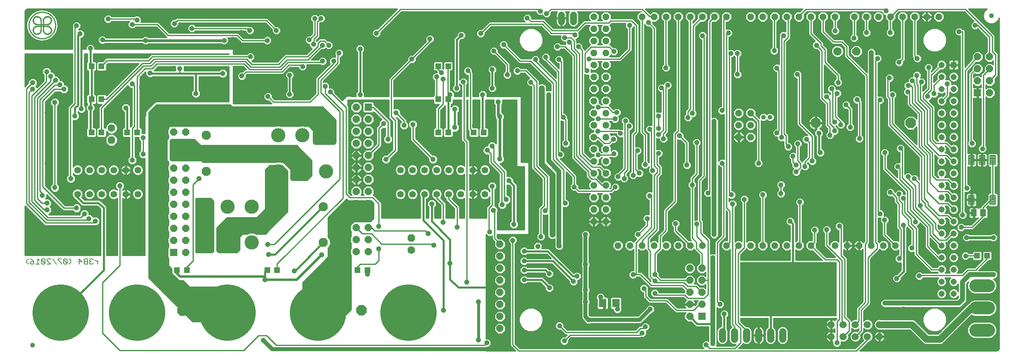
<source format=gbl>
G75*
G70*
%OFA0B0*%
%FSLAX24Y24*%
%IPPOS*%
%LPD*%
%AMOC8*
5,1,8,0,0,1.08239X$1,22.5*
%
%ADD10C,0.0050*%
%ADD11C,0.0397*%
%ADD12C,0.0594*%
%ADD13C,0.0100*%
%ADD14C,0.0010*%
%ADD15OC8,0.0630*%
%ADD16C,0.0630*%
%ADD17C,0.0560*%
%ADD18C,0.0860*%
%ADD19OC8,0.0860*%
%ADD20OC8,0.0554*%
%ADD21OC8,0.0600*%
%ADD22C,0.1181*%
%ADD23C,0.0768*%
%ADD24C,0.4685*%
%ADD25R,0.0472X0.0472*%
%ADD26C,0.1065*%
%ADD27R,0.0594X0.0594*%
%ADD28OC8,0.0594*%
%ADD29C,0.0515*%
%ADD30R,0.0515X0.0515*%
%ADD31C,0.0594*%
%ADD32C,0.0554*%
%ADD33R,0.0630X0.0709*%
%ADD34R,0.0197X0.0098*%
%ADD35R,0.0436X0.0436*%
%ADD36R,0.0512X0.0591*%
%ADD37C,0.0083*%
%ADD38C,0.0400*%
%ADD39C,0.0700*%
%ADD40OC8,0.0700*%
%ADD41OC8,0.0396*%
%ADD42C,0.0240*%
%ADD43R,0.0396X0.0396*%
%ADD44C,0.0160*%
%ADD45C,0.0320*%
%ADD46C,0.0400*%
%ADD47C,0.0200*%
%ADD48C,0.0500*%
%ADD49C,0.0120*%
%ADD50C,0.1350*%
D10*
X009871Y012605D02*
X009721Y012755D01*
X009721Y012905D01*
X009871Y013055D01*
X010031Y013055D02*
X010181Y012980D01*
X010331Y012830D01*
X010106Y012830D01*
X010031Y012755D01*
X010031Y012680D01*
X010106Y012605D01*
X010256Y012605D01*
X010331Y012680D01*
X010331Y012830D01*
X010491Y012605D02*
X010792Y012605D01*
X010641Y012605D02*
X010641Y013055D01*
X010792Y012905D01*
X010952Y012980D02*
X011252Y012680D01*
X011177Y012605D01*
X011027Y012605D01*
X010952Y012680D01*
X010952Y012980D01*
X011027Y013055D01*
X011177Y013055D01*
X011252Y012980D01*
X011252Y012680D01*
X011412Y012605D02*
X011712Y012605D01*
X011412Y012905D01*
X011412Y012980D01*
X011487Y013055D01*
X011637Y013055D01*
X011712Y012980D01*
X011872Y013055D02*
X012173Y012605D01*
X012333Y012980D02*
X012633Y012680D01*
X012633Y012605D01*
X012793Y012680D02*
X012868Y012605D01*
X013018Y012605D01*
X013093Y012680D01*
X012793Y012980D01*
X012793Y012680D01*
X012793Y012980D02*
X012868Y013055D01*
X013018Y013055D01*
X013093Y012980D01*
X013093Y012680D01*
X013250Y012605D02*
X013400Y012755D01*
X013400Y012905D01*
X013250Y013055D01*
X012633Y013055D02*
X012333Y013055D01*
X012333Y012980D01*
X014021Y012830D02*
X014321Y012830D01*
X014096Y013055D01*
X014096Y012605D01*
X014481Y012680D02*
X014556Y012605D01*
X014782Y012605D01*
X014782Y013055D01*
X014556Y013055D01*
X014481Y012980D01*
X014481Y012905D01*
X014556Y012830D01*
X014782Y012830D01*
X014942Y012905D02*
X015017Y012830D01*
X014942Y012755D01*
X014942Y012680D01*
X015017Y012605D01*
X015167Y012605D01*
X015242Y012680D01*
X015092Y012830D02*
X015017Y012830D01*
X014942Y012905D02*
X014942Y012980D01*
X015017Y013055D01*
X015167Y013055D01*
X015242Y012980D01*
X015400Y012905D02*
X015476Y012905D01*
X015626Y012755D01*
X015626Y012605D02*
X015626Y012905D01*
X014556Y012830D02*
X014481Y012755D01*
X014481Y012680D01*
D11*
X070807Y024822D03*
X071358Y024822D03*
D12*
X071407Y006994D02*
X071407Y006400D01*
X070407Y006400D02*
X070407Y006994D01*
X069407Y006994D02*
X069407Y006400D01*
X068407Y006400D02*
X068407Y006994D01*
X067407Y006994D02*
X067407Y006400D01*
X072407Y006400D02*
X072407Y006994D01*
D13*
X072094Y007312D02*
X071721Y007312D01*
X071660Y007373D02*
X071786Y007247D01*
X071854Y007083D01*
X071854Y006311D01*
X071786Y006147D01*
X071660Y006021D01*
X071496Y005953D01*
X071318Y005953D01*
X071154Y006021D01*
X071029Y006147D01*
X070960Y006311D01*
X070960Y007083D01*
X071029Y007247D01*
X071154Y007373D01*
X071177Y007382D01*
X071177Y008117D01*
X068907Y008117D01*
X068907Y007880D01*
X069346Y007441D01*
X069496Y007441D01*
X069660Y007373D01*
X069786Y007247D01*
X069854Y007083D01*
X069854Y006311D01*
X069786Y006147D01*
X069660Y006021D01*
X069496Y005953D01*
X069318Y005953D01*
X069154Y006021D01*
X069107Y006068D01*
X069107Y005989D01*
X068740Y005622D01*
X078426Y005622D01*
X079110Y006287D01*
X079054Y006344D01*
X078985Y006508D01*
X078985Y006686D01*
X079054Y006850D01*
X079179Y006976D01*
X079343Y007044D01*
X079521Y007044D01*
X079685Y006976D01*
X079811Y006850D01*
X079879Y006686D01*
X079879Y006508D01*
X079811Y006344D01*
X079685Y006218D01*
X079559Y006166D01*
X079515Y006122D01*
X079514Y006122D01*
X078789Y005417D01*
X090126Y005417D01*
X090161Y005419D01*
X090227Y005441D01*
X078814Y005441D01*
X078915Y005539D02*
X090324Y005539D01*
X090323Y005537D02*
X090282Y005481D01*
X090227Y005441D01*
X090323Y005537D02*
X090344Y005603D01*
X090347Y005637D01*
X090347Y033092D01*
X090316Y032954D01*
X090316Y032954D01*
X090128Y032719D01*
X090128Y032719D01*
X089858Y032589D01*
X089557Y032589D01*
X089286Y032719D01*
X089286Y032719D01*
X089099Y032954D01*
X089099Y032954D01*
X089032Y033247D01*
X089032Y033247D01*
X089099Y033540D01*
X089099Y033540D01*
X089286Y033775D01*
X089362Y033811D01*
X087820Y033811D01*
X089924Y031688D01*
X089982Y031630D01*
X089982Y031629D01*
X089983Y031629D01*
X089982Y031546D01*
X089982Y030380D01*
X090257Y030105D01*
X090257Y028264D01*
X090004Y028011D01*
X090004Y027662D01*
X089742Y027400D01*
X089372Y027400D01*
X089257Y027515D01*
X089257Y027179D01*
X089372Y027294D01*
X089742Y027294D01*
X090004Y027032D01*
X090004Y026662D01*
X089742Y026400D01*
X089372Y026400D01*
X089257Y026515D01*
X089257Y022414D01*
X089330Y022341D01*
X089330Y022053D01*
X089127Y021849D01*
X088838Y021849D01*
X088634Y022053D01*
X088634Y022341D01*
X088838Y022545D01*
X088857Y022545D01*
X088857Y026400D01*
X088606Y026400D01*
X088606Y026798D01*
X088509Y026798D01*
X088509Y026400D01*
X088241Y026400D01*
X088207Y026409D01*
X088207Y022995D01*
X088252Y022995D01*
X088455Y022791D01*
X088455Y022503D01*
X088252Y022299D01*
X087963Y022299D01*
X087759Y022503D01*
X087759Y022791D01*
X087807Y022839D01*
X087807Y028480D01*
X088110Y028783D01*
X088110Y029028D01*
X087757Y028622D01*
X087757Y021819D01*
X087800Y021831D01*
X088009Y021831D01*
X088009Y021317D01*
X088109Y021317D01*
X088109Y021831D01*
X088319Y021831D01*
X088367Y021818D01*
X088411Y021792D01*
X088447Y021757D01*
X088472Y021713D01*
X088485Y021665D01*
X088485Y021317D01*
X088109Y021317D01*
X088109Y021217D01*
X088109Y020704D01*
X088319Y020704D01*
X088367Y020717D01*
X088411Y020742D01*
X088447Y020778D01*
X088472Y020821D01*
X088485Y020870D01*
X088485Y021217D01*
X088109Y021217D01*
X088009Y021217D01*
X088009Y020704D01*
X087800Y020704D01*
X087757Y020715D01*
X087757Y019270D01*
X087827Y019270D01*
X088030Y019066D01*
X088030Y018778D01*
X087827Y018574D01*
X087538Y018574D01*
X087532Y018580D01*
X087532Y016989D01*
X087680Y016841D01*
X087680Y016553D01*
X087477Y016349D01*
X087188Y016349D01*
X086984Y016553D01*
X086984Y016841D01*
X087132Y016989D01*
X087132Y031574D01*
X086888Y031574D01*
X086684Y031778D01*
X086684Y032066D01*
X086888Y032270D01*
X087177Y032270D01*
X087325Y032122D01*
X087415Y032122D01*
X087532Y032005D01*
X087532Y028973D01*
X088122Y029651D01*
X088110Y029662D01*
X088110Y030032D01*
X088372Y030294D01*
X088742Y030294D01*
X089004Y030032D01*
X089004Y029662D01*
X088742Y029400D01*
X088434Y029400D01*
X088136Y029057D01*
X088372Y029294D01*
X088742Y029294D01*
X089004Y029032D01*
X089004Y028662D01*
X088742Y028400D01*
X088372Y028400D01*
X088333Y028439D01*
X088207Y028314D01*
X088207Y028129D01*
X088372Y028294D01*
X088742Y028294D01*
X088857Y028179D01*
X088857Y028405D01*
X088975Y028522D01*
X088975Y028522D01*
X089112Y028660D01*
X089110Y028662D01*
X089110Y029032D01*
X089372Y029294D01*
X089742Y029294D01*
X089857Y029179D01*
X089857Y029515D01*
X089742Y029400D01*
X089372Y029400D01*
X089110Y029662D01*
X089110Y030032D01*
X089357Y030279D01*
X089357Y031389D01*
X088575Y032172D01*
X088502Y032099D01*
X088213Y032099D01*
X088009Y032303D01*
X088009Y032591D01*
X088213Y032795D01*
X088264Y032795D01*
X087474Y033592D01*
X082066Y033592D01*
X081780Y033306D01*
X081780Y032985D01*
X081532Y032737D01*
X081532Y032139D01*
X081680Y031991D01*
X081680Y031703D01*
X081477Y031499D01*
X081188Y031499D01*
X080984Y031703D01*
X080984Y031991D01*
X081132Y032139D01*
X081132Y032778D01*
X080926Y032985D01*
X080926Y033299D01*
X080838Y033299D01*
X080634Y033503D01*
X080634Y033592D01*
X074410Y033592D01*
X074169Y033350D01*
X074180Y033339D01*
X074180Y032985D01*
X073930Y032735D01*
X073576Y032735D01*
X073326Y032985D01*
X073326Y033339D01*
X073576Y033589D01*
X073842Y033589D01*
X074064Y033811D01*
X061022Y033811D01*
X061412Y033425D01*
X061576Y033589D01*
X061930Y033589D01*
X062180Y033339D01*
X062180Y032985D01*
X061930Y032735D01*
X061630Y032735D01*
X061630Y032607D01*
X061957Y032280D01*
X061957Y025239D01*
X061988Y025270D01*
X062277Y025270D01*
X062307Y025239D01*
X062307Y026899D01*
X062213Y026899D01*
X062009Y027103D01*
X062009Y027391D01*
X062213Y027595D01*
X062502Y027595D01*
X062534Y027562D01*
X062534Y027616D01*
X062738Y027820D01*
X063027Y027820D01*
X063230Y027616D01*
X063230Y027328D01*
X063027Y027124D01*
X062932Y027124D01*
X062932Y023564D01*
X062732Y023364D01*
X062732Y023314D01*
X062880Y023166D01*
X062880Y022878D01*
X062677Y022674D01*
X062388Y022674D01*
X062184Y022878D01*
X062184Y023024D01*
X061988Y023024D01*
X061957Y023055D01*
X061957Y022139D01*
X061988Y022170D01*
X062277Y022170D01*
X062480Y021966D01*
X062480Y021678D01*
X062277Y021474D01*
X062182Y021474D01*
X062182Y020980D01*
X062315Y020847D01*
X062432Y020730D01*
X062432Y020064D01*
X062182Y019814D01*
X062182Y015389D01*
X061457Y014664D01*
X061457Y014470D01*
X061576Y014589D01*
X061930Y014589D01*
X062057Y014462D01*
X062057Y015030D01*
X062507Y015480D01*
X062507Y017130D01*
X063282Y017905D01*
X063282Y023505D01*
X063400Y023622D01*
X063557Y023780D01*
X063557Y032753D01*
X063326Y032985D01*
X063326Y033339D01*
X063576Y033589D01*
X063930Y033589D01*
X064180Y033339D01*
X064180Y032985D01*
X063957Y032762D01*
X063957Y023620D01*
X064002Y023620D01*
X064205Y023416D01*
X064205Y023207D01*
X064657Y022755D01*
X064657Y021139D01*
X064805Y020991D01*
X064805Y020703D01*
X064602Y020499D01*
X064313Y020499D01*
X064109Y020703D01*
X064109Y020991D01*
X064257Y021139D01*
X064257Y022589D01*
X063923Y022924D01*
X063713Y022924D01*
X063682Y022955D01*
X063682Y017739D01*
X062907Y016964D01*
X062907Y015314D01*
X062790Y015197D01*
X062457Y014864D01*
X062457Y014470D01*
X062576Y014589D01*
X062930Y014589D01*
X063180Y014339D01*
X063180Y013985D01*
X062930Y013735D01*
X062576Y013735D01*
X062457Y013853D01*
X062457Y013839D01*
X062340Y013722D01*
X062007Y013389D01*
X062007Y012039D01*
X062155Y011891D01*
X062155Y011682D01*
X062340Y011497D01*
X064300Y011497D01*
X064522Y011719D01*
X064892Y011719D01*
X065154Y011457D01*
X065154Y011087D01*
X065039Y010972D01*
X065290Y010972D01*
X065407Y010855D01*
X065543Y010719D01*
X065892Y010719D01*
X066007Y010604D01*
X066007Y010940D01*
X065892Y010825D01*
X065522Y010825D01*
X065260Y011087D01*
X065260Y011457D01*
X065522Y011719D01*
X065892Y011719D01*
X066007Y011604D01*
X066007Y011940D01*
X065892Y011825D01*
X065522Y011825D01*
X065260Y012087D01*
X065260Y012457D01*
X065507Y012704D01*
X065507Y013389D01*
X065057Y013839D01*
X065057Y013862D01*
X064930Y013735D01*
X064576Y013735D01*
X064326Y013985D01*
X064326Y014306D01*
X064180Y014306D01*
X064180Y014339D02*
X063930Y014589D01*
X063576Y014589D01*
X063326Y014339D01*
X063326Y013985D01*
X063576Y013735D01*
X063930Y013735D01*
X064180Y013985D01*
X064180Y014339D01*
X064228Y014404D02*
X064115Y014404D01*
X064129Y014503D02*
X064016Y014503D01*
X064031Y014601D02*
X062457Y014601D01*
X062457Y014503D02*
X062490Y014503D01*
X062457Y014700D02*
X063932Y014700D01*
X063834Y014798D02*
X062457Y014798D01*
X062490Y014897D02*
X063735Y014897D01*
X063637Y014995D02*
X062589Y014995D01*
X062687Y015094D02*
X063538Y015094D01*
X063440Y015192D02*
X062786Y015192D01*
X062884Y015291D02*
X063341Y015291D01*
X063332Y015300D02*
X064326Y014306D01*
X064326Y014207D02*
X064180Y014207D01*
X064180Y014109D02*
X064326Y014109D01*
X064326Y014010D02*
X064180Y014010D01*
X064107Y013912D02*
X064399Y013912D01*
X064497Y013813D02*
X064009Y013813D01*
X063497Y013813D02*
X063009Y013813D01*
X063107Y013912D02*
X063399Y013912D01*
X063326Y014010D02*
X063180Y014010D01*
X063180Y014109D02*
X063326Y014109D01*
X063326Y014207D02*
X063180Y014207D01*
X063180Y014306D02*
X063326Y014306D01*
X063391Y014404D02*
X063115Y014404D01*
X063016Y014503D02*
X063490Y014503D01*
X064202Y014995D02*
X064707Y014995D01*
X064707Y014897D02*
X064301Y014897D01*
X064399Y014798D02*
X064707Y014798D01*
X064707Y014700D02*
X064498Y014700D01*
X064596Y014601D02*
X064795Y014601D01*
X064807Y014589D02*
X064609Y014589D01*
X063732Y015465D01*
X063732Y015680D01*
X063880Y015828D01*
X063880Y016116D01*
X063677Y016320D01*
X063388Y016320D01*
X063184Y016116D01*
X063184Y015828D01*
X063332Y015680D01*
X063332Y015300D01*
X063332Y015389D02*
X062907Y015389D01*
X062907Y015488D02*
X063332Y015488D01*
X063332Y015586D02*
X062907Y015586D01*
X062907Y015685D02*
X063327Y015685D01*
X063229Y015783D02*
X062907Y015783D01*
X062907Y015882D02*
X063184Y015882D01*
X063184Y015980D02*
X062907Y015980D01*
X062907Y016079D02*
X063184Y016079D01*
X063246Y016177D02*
X062907Y016177D01*
X062907Y016276D02*
X063344Y016276D01*
X063532Y015972D02*
X063532Y015382D01*
X064753Y014162D01*
X064807Y014589D02*
X064707Y014689D01*
X064707Y018905D01*
X064559Y019053D01*
X064559Y019341D01*
X064707Y019489D01*
X064707Y019830D01*
X064825Y019947D01*
X065082Y020205D01*
X065082Y022430D01*
X064934Y022578D01*
X064934Y022866D01*
X065138Y023070D01*
X065427Y023070D01*
X065630Y022866D01*
X065630Y022578D01*
X065482Y022430D01*
X065482Y020039D01*
X065107Y019664D01*
X065107Y019489D01*
X065255Y019341D01*
X065255Y019053D01*
X065107Y018905D01*
X065107Y016264D01*
X065138Y016295D01*
X065332Y016295D01*
X065332Y019655D01*
X065450Y019772D01*
X065450Y019772D01*
X065682Y020005D01*
X065682Y031249D01*
X065613Y031249D01*
X065409Y031453D01*
X065409Y031741D01*
X065613Y031945D01*
X065902Y031945D01*
X066105Y031741D01*
X066105Y031453D01*
X066082Y031430D01*
X066082Y019839D01*
X065965Y019722D01*
X065732Y019489D01*
X065732Y016280D01*
X065832Y016180D01*
X065832Y015255D01*
X066407Y014680D01*
X066407Y013442D01*
X066409Y013444D01*
X066414Y013445D01*
X066463Y013495D01*
X066533Y013495D01*
X066538Y013497D01*
X066677Y013497D01*
X066682Y013495D01*
X066752Y013495D01*
X066782Y013464D01*
X066782Y014480D01*
X067332Y015030D01*
X067332Y020649D01*
X067238Y020649D01*
X067082Y020805D01*
X067082Y015002D01*
X067080Y014998D01*
X067080Y014928D01*
X067031Y014878D01*
X067029Y014874D01*
X066931Y014775D01*
X066926Y014773D01*
X066877Y014724D01*
X066807Y014724D01*
X066802Y014722D01*
X066663Y014722D01*
X066658Y014724D01*
X066588Y014724D01*
X066539Y014773D01*
X066534Y014775D01*
X066436Y014874D01*
X066434Y014878D01*
X066384Y014928D01*
X066384Y014998D01*
X066382Y015002D01*
X066382Y018205D01*
X066352Y018174D01*
X066063Y018174D01*
X065859Y018378D01*
X065859Y018666D01*
X066063Y018870D01*
X066157Y018870D01*
X066157Y032849D01*
X066326Y033017D01*
X066326Y033339D01*
X066576Y033589D01*
X066930Y033589D01*
X067180Y033339D01*
X067180Y032985D01*
X066930Y032735D01*
X066609Y032735D01*
X066557Y032683D01*
X066557Y024789D01*
X066588Y024820D01*
X066658Y024820D01*
X066663Y024822D01*
X066802Y024822D01*
X066807Y024820D01*
X066877Y024820D01*
X066926Y024770D01*
X066931Y024769D01*
X067029Y024670D01*
X067031Y024666D01*
X067080Y024616D01*
X067080Y024546D01*
X067082Y024541D01*
X067082Y021189D01*
X067238Y021345D01*
X067527Y021345D01*
X067553Y021318D01*
X067553Y025050D01*
X067527Y025024D01*
X067238Y025024D01*
X067034Y025228D01*
X067034Y025516D01*
X067238Y025720D01*
X067332Y025720D01*
X067332Y032978D01*
X067326Y032985D01*
X067326Y033339D01*
X067576Y033589D01*
X067930Y033589D01*
X068180Y033339D01*
X068180Y032985D01*
X067930Y032735D01*
X067732Y032735D01*
X067732Y032139D01*
X067763Y032170D01*
X068052Y032170D01*
X068255Y031966D01*
X068255Y031678D01*
X068052Y031474D01*
X067953Y031474D01*
X067953Y030435D01*
X067988Y030470D01*
X068277Y030470D01*
X068395Y030352D01*
X068513Y030470D01*
X068802Y030470D01*
X069005Y030266D01*
X069005Y029978D01*
X068857Y029830D01*
X068857Y028664D01*
X069005Y028516D01*
X069005Y028228D01*
X068802Y028024D01*
X068513Y028024D01*
X068309Y028228D01*
X068309Y028516D01*
X068457Y028664D01*
X068457Y029830D01*
X068395Y029892D01*
X068277Y029774D01*
X068182Y029774D01*
X068182Y018720D01*
X068302Y018720D01*
X068505Y018516D01*
X068505Y018228D01*
X068302Y018024D01*
X068013Y018024D01*
X067953Y018084D01*
X067953Y017810D01*
X068113Y017970D01*
X068402Y017970D01*
X068605Y017766D01*
X068605Y017478D01*
X068457Y017330D01*
X068457Y014470D01*
X068576Y014589D01*
X068930Y014589D01*
X069032Y014487D01*
X069032Y017705D01*
X068884Y017853D01*
X068884Y018141D01*
X069088Y018345D01*
X069377Y018345D01*
X069580Y018141D01*
X069580Y017853D01*
X069432Y017705D01*
X069432Y014445D01*
X069576Y014589D01*
X069930Y014589D01*
X070180Y014339D01*
X070180Y013985D01*
X069930Y013735D01*
X069576Y013735D01*
X069415Y013896D01*
X068907Y013389D01*
X068907Y012952D01*
X073027Y012952D01*
X073027Y013832D01*
X072930Y013735D01*
X072576Y013735D01*
X072326Y013985D01*
X072326Y014339D01*
X072576Y014589D01*
X072930Y014589D01*
X073027Y014492D01*
X073027Y015824D01*
X072888Y015824D01*
X072684Y016028D01*
X072684Y016316D01*
X072888Y016520D01*
X073177Y016520D01*
X073380Y016316D01*
X073380Y016149D01*
X073487Y016042D01*
X073487Y014500D01*
X073576Y014589D01*
X073632Y014589D01*
X073632Y017480D01*
X073484Y017628D01*
X073484Y017916D01*
X073688Y018120D01*
X073977Y018120D01*
X074180Y017916D01*
X074180Y017628D01*
X074032Y017480D01*
X074032Y014487D01*
X074180Y014339D01*
X074180Y013985D01*
X073930Y013735D01*
X073576Y013735D01*
X073487Y013823D01*
X073487Y012952D01*
X075680Y012952D01*
X074897Y013735D01*
X074576Y013735D01*
X074326Y013985D01*
X074326Y014339D01*
X074576Y014589D01*
X074857Y014589D01*
X074857Y015155D01*
X074709Y015303D01*
X074709Y015591D01*
X074913Y015795D01*
X075202Y015795D01*
X075405Y015591D01*
X075405Y015303D01*
X075257Y015155D01*
X075257Y014383D01*
X075180Y014306D01*
X075857Y014306D01*
X075857Y014404D02*
X075257Y014404D01*
X075257Y014503D02*
X075857Y014503D01*
X075857Y014601D02*
X075257Y014601D01*
X075257Y014700D02*
X075857Y014700D01*
X075857Y014798D02*
X075257Y014798D01*
X075257Y014897D02*
X075857Y014897D01*
X075857Y014995D02*
X075257Y014995D01*
X075257Y015094D02*
X075857Y015094D01*
X075857Y015180D02*
X075857Y014114D01*
X076800Y013172D01*
X076026Y013172D01*
X075180Y014017D01*
X075180Y014306D01*
X075180Y014207D02*
X075857Y014207D01*
X075862Y014109D02*
X075180Y014109D01*
X075187Y014010D02*
X075961Y014010D01*
X076059Y013912D02*
X075286Y013912D01*
X075384Y013813D02*
X076158Y013813D01*
X076256Y013715D02*
X075483Y013715D01*
X075581Y013616D02*
X076355Y013616D01*
X076453Y013518D02*
X075680Y013518D01*
X075778Y013419D02*
X076552Y013419D01*
X076650Y013321D02*
X075877Y013321D01*
X075975Y013222D02*
X076749Y013222D01*
X076932Y012972D02*
X075943Y012972D01*
X074753Y014162D01*
X075057Y014466D01*
X075057Y015447D01*
X074803Y015685D02*
X074032Y015685D01*
X074032Y015783D02*
X074902Y015783D01*
X074709Y015586D02*
X074032Y015586D01*
X074032Y015488D02*
X074709Y015488D01*
X074709Y015389D02*
X074032Y015389D01*
X074032Y015291D02*
X074721Y015291D01*
X074820Y015192D02*
X074032Y015192D01*
X074032Y015094D02*
X074857Y015094D01*
X074857Y014995D02*
X074032Y014995D01*
X074032Y014897D02*
X074857Y014897D01*
X074857Y014798D02*
X074032Y014798D01*
X074032Y014700D02*
X074857Y014700D01*
X074857Y014601D02*
X074032Y014601D01*
X074032Y014503D02*
X074490Y014503D01*
X074391Y014404D02*
X074115Y014404D01*
X074180Y014306D02*
X074326Y014306D01*
X074326Y014207D02*
X074180Y014207D01*
X074180Y014109D02*
X074326Y014109D01*
X074326Y014010D02*
X074180Y014010D01*
X074107Y013912D02*
X074399Y013912D01*
X074497Y013813D02*
X074009Y013813D01*
X073757Y014172D02*
X073832Y014247D01*
X073832Y017772D01*
X073484Y017753D02*
X070953Y017753D01*
X070953Y017655D02*
X073484Y017655D01*
X073556Y017556D02*
X070953Y017556D01*
X070953Y017458D02*
X073632Y017458D01*
X073632Y017359D02*
X070953Y017359D01*
X070953Y017261D02*
X073632Y017261D01*
X073632Y017162D02*
X070953Y017162D01*
X070953Y017064D02*
X073632Y017064D01*
X073632Y016965D02*
X070953Y016965D01*
X070953Y016867D02*
X073632Y016867D01*
X073632Y016768D02*
X070953Y016768D01*
X070953Y016670D02*
X073632Y016670D01*
X073632Y016571D02*
X070953Y016571D01*
X070953Y016473D02*
X072841Y016473D01*
X072743Y016374D02*
X070953Y016374D01*
X070953Y016276D02*
X072684Y016276D01*
X072684Y016177D02*
X070953Y016177D01*
X070953Y016079D02*
X072684Y016079D01*
X072732Y015980D02*
X070953Y015980D01*
X070953Y015882D02*
X072830Y015882D01*
X073027Y015783D02*
X070953Y015783D01*
X070953Y015685D02*
X073027Y015685D01*
X073027Y015586D02*
X070953Y015586D01*
X070953Y015488D02*
X073027Y015488D01*
X073027Y015389D02*
X070953Y015389D01*
X070953Y015291D02*
X073027Y015291D01*
X073027Y015192D02*
X070953Y015192D01*
X070953Y015094D02*
X073027Y015094D01*
X073027Y014995D02*
X070953Y014995D01*
X070953Y014897D02*
X073027Y014897D01*
X073027Y014798D02*
X070953Y014798D01*
X070953Y014700D02*
X073027Y014700D01*
X073027Y014601D02*
X070953Y014601D01*
X070953Y014566D02*
X070953Y018075D01*
X071105Y018228D01*
X071105Y018516D01*
X070902Y018720D01*
X070613Y018720D01*
X070409Y018516D01*
X070409Y018228D01*
X070553Y018084D01*
X070553Y014566D01*
X070326Y014339D01*
X070326Y013985D01*
X070576Y013735D01*
X070930Y013735D01*
X071180Y013985D01*
X071180Y014339D01*
X070953Y014566D01*
X071016Y014503D02*
X071490Y014503D01*
X071576Y014589D02*
X071326Y014339D01*
X071326Y013985D01*
X071576Y013735D01*
X071930Y013735D01*
X072180Y013985D01*
X072180Y014339D01*
X071930Y014589D01*
X071576Y014589D01*
X071391Y014404D02*
X071115Y014404D01*
X071180Y014306D02*
X071326Y014306D01*
X071326Y014207D02*
X071180Y014207D01*
X071180Y014109D02*
X071326Y014109D01*
X071326Y014010D02*
X071180Y014010D01*
X071107Y013912D02*
X071399Y013912D01*
X071497Y013813D02*
X071009Y013813D01*
X070753Y014162D02*
X070753Y018368D01*
X070757Y018372D01*
X070409Y018344D02*
X069377Y018344D01*
X069476Y018246D02*
X070409Y018246D01*
X070490Y018147D02*
X069574Y018147D01*
X069580Y018049D02*
X070553Y018049D01*
X070553Y017950D02*
X069580Y017950D01*
X069580Y017852D02*
X070553Y017852D01*
X070553Y017753D02*
X069481Y017753D01*
X069432Y017655D02*
X070553Y017655D01*
X070553Y017556D02*
X069432Y017556D01*
X069432Y017458D02*
X070553Y017458D01*
X070553Y017359D02*
X069432Y017359D01*
X069432Y017261D02*
X070553Y017261D01*
X070553Y017162D02*
X069432Y017162D01*
X069432Y017064D02*
X070553Y017064D01*
X070553Y016965D02*
X069432Y016965D01*
X069432Y016867D02*
X070553Y016867D01*
X070553Y016768D02*
X069432Y016768D01*
X069432Y016670D02*
X070553Y016670D01*
X070553Y016571D02*
X069432Y016571D01*
X069432Y016473D02*
X070553Y016473D01*
X070553Y016374D02*
X069432Y016374D01*
X069432Y016276D02*
X070553Y016276D01*
X070553Y016177D02*
X069432Y016177D01*
X069432Y016079D02*
X070553Y016079D01*
X070553Y015980D02*
X069432Y015980D01*
X069432Y015882D02*
X070553Y015882D01*
X070553Y015783D02*
X069432Y015783D01*
X069432Y015685D02*
X070553Y015685D01*
X070553Y015586D02*
X069432Y015586D01*
X069432Y015488D02*
X070553Y015488D01*
X070553Y015389D02*
X069432Y015389D01*
X069432Y015291D02*
X070553Y015291D01*
X070553Y015192D02*
X069432Y015192D01*
X069432Y015094D02*
X070553Y015094D01*
X070553Y014995D02*
X069432Y014995D01*
X069432Y014897D02*
X070553Y014897D01*
X070553Y014798D02*
X069432Y014798D01*
X069432Y014700D02*
X070553Y014700D01*
X070553Y014601D02*
X069432Y014601D01*
X069432Y014503D02*
X069490Y014503D01*
X069032Y014503D02*
X069016Y014503D01*
X069032Y014601D02*
X068457Y014601D01*
X068457Y014503D02*
X068490Y014503D01*
X068457Y014700D02*
X069032Y014700D01*
X069032Y014798D02*
X068457Y014798D01*
X068457Y014897D02*
X069032Y014897D01*
X069032Y014995D02*
X068457Y014995D01*
X068457Y015094D02*
X069032Y015094D01*
X069032Y015192D02*
X068457Y015192D01*
X068457Y015291D02*
X069032Y015291D01*
X069032Y015389D02*
X068457Y015389D01*
X068457Y015488D02*
X069032Y015488D01*
X069032Y015586D02*
X068457Y015586D01*
X068457Y015685D02*
X069032Y015685D01*
X069032Y015783D02*
X068457Y015783D01*
X068457Y015882D02*
X069032Y015882D01*
X069032Y015980D02*
X068457Y015980D01*
X068457Y016079D02*
X069032Y016079D01*
X069032Y016177D02*
X068457Y016177D01*
X068457Y016276D02*
X069032Y016276D01*
X069032Y016374D02*
X068457Y016374D01*
X068457Y016473D02*
X069032Y016473D01*
X069032Y016571D02*
X068457Y016571D01*
X068457Y016670D02*
X069032Y016670D01*
X069032Y016768D02*
X068457Y016768D01*
X068457Y016867D02*
X069032Y016867D01*
X069032Y016965D02*
X068457Y016965D01*
X068457Y017064D02*
X069032Y017064D01*
X069032Y017162D02*
X068457Y017162D01*
X068457Y017261D02*
X069032Y017261D01*
X069032Y017359D02*
X068487Y017359D01*
X068586Y017458D02*
X069032Y017458D01*
X069032Y017556D02*
X068605Y017556D01*
X068605Y017655D02*
X069032Y017655D01*
X068984Y017753D02*
X068605Y017753D01*
X068520Y017852D02*
X068885Y017852D01*
X068884Y017950D02*
X068421Y017950D01*
X068327Y018049D02*
X068884Y018049D01*
X068891Y018147D02*
X068425Y018147D01*
X068505Y018246D02*
X068989Y018246D01*
X069088Y018344D02*
X068505Y018344D01*
X068505Y018443D02*
X070409Y018443D01*
X070435Y018541D02*
X068480Y018541D01*
X068382Y018640D02*
X070533Y018640D01*
X070982Y018640D02*
X071933Y018640D01*
X071909Y018616D02*
X071909Y018328D01*
X072113Y018124D01*
X072402Y018124D01*
X072605Y018328D01*
X072605Y018616D01*
X072457Y018764D01*
X072457Y018905D01*
X072605Y019053D01*
X072605Y019341D01*
X072402Y019545D01*
X072113Y019545D01*
X071909Y019341D01*
X071909Y019053D01*
X072057Y018905D01*
X072057Y018764D01*
X071909Y018616D01*
X071909Y018541D02*
X071080Y018541D01*
X071105Y018443D02*
X071909Y018443D01*
X071909Y018344D02*
X071105Y018344D01*
X071105Y018246D02*
X071991Y018246D01*
X072090Y018147D02*
X071025Y018147D01*
X070953Y018049D02*
X073617Y018049D01*
X073519Y017950D02*
X070953Y017950D01*
X070953Y017852D02*
X073484Y017852D01*
X074048Y018049D02*
X079182Y018049D01*
X079182Y018147D02*
X072425Y018147D01*
X072524Y018246D02*
X079182Y018246D01*
X079182Y018344D02*
X072605Y018344D01*
X072605Y018443D02*
X079182Y018443D01*
X079182Y018541D02*
X072605Y018541D01*
X072582Y018640D02*
X079182Y018640D01*
X079182Y018738D02*
X072483Y018738D01*
X072457Y018837D02*
X079182Y018837D01*
X079182Y018935D02*
X072488Y018935D01*
X072587Y019034D02*
X079182Y019034D01*
X079182Y019132D02*
X072605Y019132D01*
X072605Y019231D02*
X079182Y019231D01*
X079182Y019329D02*
X072605Y019329D01*
X072519Y019428D02*
X079182Y019428D01*
X079182Y019526D02*
X072420Y019526D01*
X072095Y019526D02*
X068182Y019526D01*
X068182Y019428D02*
X071996Y019428D01*
X071909Y019329D02*
X068182Y019329D01*
X068182Y019231D02*
X071909Y019231D01*
X071909Y019132D02*
X068182Y019132D01*
X068182Y019034D02*
X071928Y019034D01*
X072027Y018935D02*
X068182Y018935D01*
X068182Y018837D02*
X072057Y018837D01*
X072032Y018738D02*
X068182Y018738D01*
X067982Y018547D02*
X068157Y018372D01*
X067982Y018547D02*
X067982Y029972D01*
X068132Y030122D01*
X068385Y030361D02*
X068405Y030361D01*
X068503Y030460D02*
X068287Y030460D01*
X067978Y030460D02*
X067953Y030460D01*
X067953Y030558D02*
X071427Y030558D01*
X071359Y030491D02*
X071507Y030639D01*
X071507Y032803D01*
X071326Y032985D01*
X071326Y033339D01*
X071576Y033589D01*
X071930Y033589D01*
X072180Y033339D01*
X072180Y032985D01*
X071930Y032735D01*
X071907Y032735D01*
X071907Y030639D01*
X072055Y030491D01*
X072055Y030203D01*
X071852Y029999D01*
X071563Y029999D01*
X071359Y030203D01*
X071359Y030491D01*
X071359Y030460D02*
X068812Y030460D01*
X068910Y030361D02*
X071359Y030361D01*
X071359Y030263D02*
X069005Y030263D01*
X069005Y030164D02*
X071397Y030164D01*
X071496Y030066D02*
X069005Y030066D01*
X068995Y029967D02*
X072107Y029967D01*
X072107Y029869D02*
X068897Y029869D01*
X068857Y029770D02*
X072107Y029770D01*
X072107Y029672D02*
X068857Y029672D01*
X068857Y029573D02*
X072107Y029573D01*
X072107Y029475D02*
X068857Y029475D01*
X068857Y029376D02*
X072107Y029376D01*
X072107Y029278D02*
X068857Y029278D01*
X068857Y029179D02*
X071723Y029179D01*
X071788Y029245D02*
X071584Y029041D01*
X071584Y028753D01*
X071788Y028549D01*
X071882Y028549D01*
X071882Y023870D01*
X071788Y023870D01*
X071584Y023666D01*
X071584Y023378D01*
X071788Y023174D01*
X071959Y023174D01*
X071959Y023003D01*
X072163Y022799D01*
X072452Y022799D01*
X072482Y022830D01*
X072482Y022489D01*
X072534Y022437D01*
X072534Y022228D01*
X072738Y022024D01*
X073027Y022024D01*
X073230Y022228D01*
X073230Y022516D01*
X073027Y022720D01*
X072882Y022720D01*
X072882Y023380D01*
X072765Y023497D01*
X072732Y023530D01*
X072732Y031039D01*
X073057Y031364D01*
X073057Y032862D01*
X073180Y032985D01*
X073180Y033339D01*
X072930Y033589D01*
X072576Y033589D01*
X072326Y033339D01*
X072326Y032985D01*
X072576Y032735D01*
X072657Y032735D01*
X072657Y031914D01*
X072627Y031945D01*
X072338Y031945D01*
X072134Y031741D01*
X072134Y031532D01*
X072107Y031505D01*
X072107Y029214D01*
X072077Y029245D01*
X071788Y029245D01*
X071624Y029081D02*
X068857Y029081D01*
X068857Y028982D02*
X071584Y028982D01*
X071584Y028884D02*
X068857Y028884D01*
X068857Y028785D02*
X071584Y028785D01*
X071650Y028687D02*
X068857Y028687D01*
X068933Y028588D02*
X071748Y028588D01*
X071882Y028490D02*
X069005Y028490D01*
X069005Y028391D02*
X071882Y028391D01*
X071882Y028293D02*
X069005Y028293D01*
X068972Y028194D02*
X071882Y028194D01*
X071882Y028096D02*
X068874Y028096D01*
X068657Y028372D02*
X068657Y030122D01*
X068418Y029869D02*
X068372Y029869D01*
X068457Y029770D02*
X068182Y029770D01*
X068182Y029672D02*
X068457Y029672D01*
X068457Y029573D02*
X068182Y029573D01*
X068182Y029475D02*
X068457Y029475D01*
X068457Y029376D02*
X068182Y029376D01*
X068182Y029278D02*
X068457Y029278D01*
X068457Y029179D02*
X068182Y029179D01*
X068182Y029081D02*
X068457Y029081D01*
X068457Y028982D02*
X068182Y028982D01*
X068182Y028884D02*
X068457Y028884D01*
X068457Y028785D02*
X068182Y028785D01*
X068182Y028687D02*
X068457Y028687D01*
X068382Y028588D02*
X068182Y028588D01*
X068182Y028490D02*
X068309Y028490D01*
X068309Y028391D02*
X068182Y028391D01*
X068182Y028293D02*
X068309Y028293D01*
X068342Y028194D02*
X068182Y028194D01*
X068182Y028096D02*
X068441Y028096D01*
X068182Y027997D02*
X071882Y027997D01*
X071882Y027899D02*
X068182Y027899D01*
X068182Y027800D02*
X071882Y027800D01*
X071882Y027702D02*
X068182Y027702D01*
X068182Y027603D02*
X071882Y027603D01*
X071882Y027505D02*
X068182Y027505D01*
X068182Y027406D02*
X071882Y027406D01*
X071882Y027308D02*
X068182Y027308D01*
X068182Y027209D02*
X071882Y027209D01*
X071882Y027111D02*
X068182Y027111D01*
X068182Y027012D02*
X071882Y027012D01*
X071882Y026914D02*
X068182Y026914D01*
X068182Y026815D02*
X071882Y026815D01*
X071882Y026717D02*
X068182Y026717D01*
X068182Y026618D02*
X071882Y026618D01*
X071882Y026520D02*
X068182Y026520D01*
X068182Y026421D02*
X071882Y026421D01*
X071882Y026323D02*
X068182Y026323D01*
X068182Y026224D02*
X071882Y026224D01*
X071882Y026126D02*
X068182Y026126D01*
X068182Y026027D02*
X071882Y026027D01*
X071882Y025929D02*
X068182Y025929D01*
X068182Y025830D02*
X071882Y025830D01*
X071882Y025732D02*
X068182Y025732D01*
X068182Y025633D02*
X071882Y025633D01*
X071882Y025535D02*
X069984Y025535D01*
X069930Y025589D02*
X069576Y025589D01*
X069326Y025339D01*
X069326Y024985D01*
X069576Y024735D01*
X069887Y024735D01*
X070207Y024414D01*
X070207Y021289D01*
X070059Y021141D01*
X070059Y020853D01*
X070263Y020649D01*
X070552Y020649D01*
X070755Y020853D01*
X070755Y021141D01*
X070607Y021289D01*
X070607Y024529D01*
X070609Y024526D01*
X070737Y024473D01*
X070876Y024473D01*
X071004Y024526D01*
X071082Y024605D01*
X071161Y024526D01*
X071289Y024473D01*
X071427Y024473D01*
X071555Y024526D01*
X071653Y024624D01*
X071706Y024753D01*
X071706Y024891D01*
X071653Y025019D01*
X071555Y025117D01*
X071427Y025170D01*
X071289Y025170D01*
X071161Y025117D01*
X071082Y025039D01*
X071004Y025117D01*
X070876Y025170D01*
X070737Y025170D01*
X070609Y025117D01*
X070511Y025019D01*
X070458Y024891D01*
X070458Y024753D01*
X070475Y024712D01*
X070180Y025007D01*
X070180Y025339D01*
X069930Y025589D01*
X070083Y025436D02*
X071882Y025436D01*
X071882Y025338D02*
X070180Y025338D01*
X070180Y025239D02*
X071882Y025239D01*
X071882Y025141D02*
X071498Y025141D01*
X071630Y025042D02*
X071882Y025042D01*
X071882Y024944D02*
X071685Y024944D01*
X071706Y024845D02*
X071882Y024845D01*
X071882Y024747D02*
X071704Y024747D01*
X071663Y024648D02*
X071882Y024648D01*
X071882Y024550D02*
X071579Y024550D01*
X071882Y024451D02*
X070607Y024451D01*
X070607Y024353D02*
X071882Y024353D01*
X071882Y024254D02*
X070607Y024254D01*
X070607Y024156D02*
X071882Y024156D01*
X071882Y024057D02*
X070607Y024057D01*
X070607Y023959D02*
X071882Y023959D01*
X071779Y023860D02*
X070607Y023860D01*
X070607Y023762D02*
X071680Y023762D01*
X071584Y023663D02*
X070607Y023663D01*
X070607Y023565D02*
X071584Y023565D01*
X071584Y023466D02*
X070607Y023466D01*
X070607Y023368D02*
X071594Y023368D01*
X071693Y023269D02*
X070607Y023269D01*
X070607Y023171D02*
X071959Y023171D01*
X071959Y023072D02*
X070607Y023072D01*
X070607Y022974D02*
X071988Y022974D01*
X072087Y022875D02*
X070607Y022875D01*
X070607Y022777D02*
X072482Y022777D01*
X072482Y022678D02*
X070607Y022678D01*
X070607Y022580D02*
X072482Y022580D01*
X072490Y022481D02*
X070607Y022481D01*
X070607Y022383D02*
X072534Y022383D01*
X072534Y022284D02*
X070607Y022284D01*
X070607Y022186D02*
X072576Y022186D01*
X072675Y022087D02*
X070607Y022087D01*
X070607Y021989D02*
X073457Y021989D01*
X073402Y021920D02*
X073113Y021920D01*
X072909Y021716D01*
X072909Y021428D01*
X073057Y021280D01*
X073057Y021014D01*
X073159Y020912D01*
X073159Y020703D01*
X073315Y020547D01*
X073184Y020416D01*
X073184Y020128D01*
X073388Y019924D01*
X073677Y019924D01*
X073880Y020128D01*
X073880Y020337D01*
X073965Y020422D01*
X073965Y020422D01*
X074015Y020472D01*
X074113Y020374D01*
X074402Y020374D01*
X074605Y020578D01*
X074605Y020866D01*
X074457Y021014D01*
X074509Y021066D01*
X074509Y021028D01*
X074713Y020824D01*
X075002Y020824D01*
X075205Y021028D01*
X075205Y021316D01*
X075057Y021464D01*
X075057Y023305D01*
X073982Y024380D01*
X073982Y028305D01*
X073980Y028307D01*
X073980Y028516D01*
X073777Y028720D01*
X073488Y028720D01*
X073284Y028516D01*
X073284Y028228D01*
X073488Y028024D01*
X073582Y028024D01*
X073582Y024214D01*
X073700Y024097D01*
X074476Y023320D01*
X074238Y023320D01*
X074034Y023116D01*
X074034Y022828D01*
X074238Y022624D01*
X074432Y022624D01*
X074432Y021555D01*
X074057Y021180D01*
X074057Y021105D01*
X073965Y021197D01*
X073857Y021305D01*
X073857Y022330D01*
X074005Y022478D01*
X074005Y022766D01*
X073802Y022970D01*
X073513Y022970D01*
X073309Y022766D01*
X073309Y022478D01*
X073457Y022330D01*
X073457Y021864D01*
X073402Y021920D01*
X073431Y021890D02*
X073457Y021890D01*
X073457Y022087D02*
X073090Y022087D01*
X073189Y022186D02*
X073457Y022186D01*
X073457Y022284D02*
X073230Y022284D01*
X073230Y022383D02*
X073404Y022383D01*
X073309Y022481D02*
X073230Y022481D01*
X073167Y022580D02*
X073309Y022580D01*
X073309Y022678D02*
X073068Y022678D01*
X072882Y022777D02*
X073320Y022777D01*
X073419Y022875D02*
X072882Y022875D01*
X072882Y022974D02*
X074034Y022974D01*
X074034Y023072D02*
X072882Y023072D01*
X072882Y023171D02*
X074089Y023171D01*
X074188Y023269D02*
X072882Y023269D01*
X072882Y023368D02*
X074428Y023368D01*
X074330Y023466D02*
X072796Y023466D01*
X072732Y023565D02*
X074231Y023565D01*
X074133Y023663D02*
X072732Y023663D01*
X072732Y023762D02*
X074034Y023762D01*
X073936Y023860D02*
X072732Y023860D01*
X072732Y023959D02*
X073837Y023959D01*
X073739Y024057D02*
X072732Y024057D01*
X072732Y024156D02*
X073640Y024156D01*
X073582Y024254D02*
X072732Y024254D01*
X072732Y024353D02*
X073582Y024353D01*
X073582Y024451D02*
X072732Y024451D01*
X072732Y024550D02*
X073582Y024550D01*
X073582Y024648D02*
X072732Y024648D01*
X072732Y024747D02*
X073582Y024747D01*
X073582Y024845D02*
X072732Y024845D01*
X072732Y024944D02*
X073582Y024944D01*
X073582Y025042D02*
X072732Y025042D01*
X072732Y025141D02*
X073582Y025141D01*
X073582Y025239D02*
X072732Y025239D01*
X072732Y025338D02*
X073582Y025338D01*
X073582Y025436D02*
X072732Y025436D01*
X072732Y025535D02*
X073582Y025535D01*
X073582Y025633D02*
X072732Y025633D01*
X072732Y025732D02*
X073582Y025732D01*
X073582Y025830D02*
X072732Y025830D01*
X072732Y025929D02*
X073582Y025929D01*
X073582Y026027D02*
X072732Y026027D01*
X072732Y026126D02*
X073582Y026126D01*
X073582Y026224D02*
X072732Y026224D01*
X072732Y026323D02*
X073582Y026323D01*
X073582Y026421D02*
X072732Y026421D01*
X072732Y026520D02*
X073582Y026520D01*
X073582Y026618D02*
X072732Y026618D01*
X072732Y026717D02*
X073582Y026717D01*
X073582Y026815D02*
X072732Y026815D01*
X072732Y026914D02*
X073582Y026914D01*
X073582Y027012D02*
X072732Y027012D01*
X072732Y027111D02*
X073582Y027111D01*
X073582Y027209D02*
X072732Y027209D01*
X072732Y027308D02*
X073582Y027308D01*
X073582Y027406D02*
X072732Y027406D01*
X072732Y027505D02*
X073582Y027505D01*
X073582Y027603D02*
X072732Y027603D01*
X072732Y027702D02*
X073582Y027702D01*
X073582Y027800D02*
X072732Y027800D01*
X072732Y027899D02*
X073582Y027899D01*
X073582Y027997D02*
X072732Y027997D01*
X072732Y028096D02*
X073416Y028096D01*
X073317Y028194D02*
X072732Y028194D01*
X072732Y028293D02*
X073284Y028293D01*
X073284Y028391D02*
X072732Y028391D01*
X072732Y028490D02*
X073284Y028490D01*
X073357Y028588D02*
X072732Y028588D01*
X072732Y028687D02*
X073455Y028687D01*
X073810Y028687D02*
X075457Y028687D01*
X075457Y028785D02*
X072732Y028785D01*
X072732Y028884D02*
X075457Y028884D01*
X075457Y028982D02*
X072732Y028982D01*
X072732Y029081D02*
X075457Y029081D01*
X075457Y029179D02*
X072732Y029179D01*
X072732Y029278D02*
X075457Y029278D01*
X075457Y029376D02*
X072732Y029376D01*
X072732Y029475D02*
X075457Y029475D01*
X075457Y029573D02*
X072732Y029573D01*
X072732Y029672D02*
X075457Y029672D01*
X075457Y029770D02*
X072732Y029770D01*
X072732Y029869D02*
X075457Y029869D01*
X075457Y029967D02*
X072732Y029967D01*
X072732Y030066D02*
X075457Y030066D01*
X075457Y030164D02*
X072732Y030164D01*
X072732Y030263D02*
X075457Y030263D01*
X075457Y030264D02*
X075457Y026314D01*
X075575Y026197D01*
X075907Y025864D01*
X075907Y024089D01*
X076025Y023972D01*
X076132Y023864D01*
X076132Y023614D01*
X075984Y023466D01*
X075984Y023178D01*
X076188Y022974D01*
X075637Y022974D01*
X075637Y023072D02*
X076090Y023072D01*
X076188Y022974D02*
X076477Y022974D01*
X078434Y022974D01*
X078434Y022903D02*
X078638Y022699D01*
X078927Y022699D01*
X079130Y022903D01*
X079130Y023191D01*
X078982Y023339D01*
X078982Y026155D01*
X078930Y026207D01*
X078930Y026416D01*
X078727Y026620D01*
X078438Y026620D01*
X078234Y026416D01*
X078234Y026128D01*
X078438Y025924D01*
X078582Y025924D01*
X078582Y023339D01*
X078434Y023191D01*
X078434Y022903D01*
X078462Y022875D02*
X075637Y022875D01*
X075637Y022777D02*
X078560Y022777D01*
X078434Y023072D02*
X076575Y023072D01*
X076477Y022974D02*
X076680Y023178D01*
X076680Y023324D01*
X076852Y023324D01*
X077055Y023528D01*
X077055Y023816D01*
X076907Y023964D01*
X076907Y023980D01*
X076813Y024074D01*
X076852Y024074D01*
X076884Y024106D01*
X076884Y024053D01*
X077088Y023849D01*
X077377Y023849D01*
X077580Y024053D01*
X077580Y024341D01*
X077432Y024489D01*
X077432Y024505D01*
X077315Y024622D01*
X076982Y024955D01*
X076982Y026449D01*
X077077Y026449D01*
X077280Y026653D01*
X077280Y026941D01*
X077077Y027145D01*
X076830Y027145D01*
X076830Y027316D01*
X076627Y027520D01*
X076338Y027520D01*
X076134Y027316D01*
X076134Y027028D01*
X076338Y026824D01*
X076357Y026824D01*
X076357Y026714D01*
X076202Y026870D01*
X075913Y026870D01*
X075857Y026814D01*
X075857Y029164D01*
X076807Y028214D01*
X076807Y027989D01*
X076659Y027841D01*
X076659Y027553D01*
X076863Y027349D01*
X077152Y027349D01*
X077355Y027553D01*
X077355Y027841D01*
X077207Y027989D01*
X077207Y028380D01*
X077090Y028497D01*
X076107Y029480D01*
X076107Y030505D01*
X075782Y030830D01*
X075782Y031030D01*
X075665Y031147D01*
X074957Y031855D01*
X074957Y032762D01*
X075180Y032985D01*
X075180Y033339D01*
X074930Y033589D01*
X074576Y033589D01*
X074326Y033339D01*
X074326Y032985D01*
X074557Y032753D01*
X074557Y031689D01*
X075101Y031145D01*
X075063Y031145D01*
X074859Y030941D01*
X074859Y030653D01*
X075063Y030449D01*
X075273Y030449D01*
X075457Y030264D01*
X075360Y030361D02*
X072732Y030361D01*
X072732Y030460D02*
X075052Y030460D01*
X074953Y030558D02*
X072732Y030558D01*
X072732Y030657D02*
X074859Y030657D01*
X074859Y030755D02*
X072732Y030755D01*
X072732Y030854D02*
X074859Y030854D01*
X074871Y030952D02*
X072732Y030952D01*
X072744Y031051D02*
X074969Y031051D01*
X075097Y031149D02*
X072843Y031149D01*
X072941Y031248D02*
X074998Y031248D01*
X074900Y031346D02*
X073040Y031346D01*
X073057Y031445D02*
X074801Y031445D01*
X074703Y031543D02*
X073057Y031543D01*
X073057Y031642D02*
X074604Y031642D01*
X074557Y031740D02*
X073057Y031740D01*
X073057Y031839D02*
X074557Y031839D01*
X074557Y031937D02*
X073057Y031937D01*
X073057Y032036D02*
X074557Y032036D01*
X074557Y032134D02*
X073057Y032134D01*
X073057Y032233D02*
X074557Y032233D01*
X074557Y032331D02*
X073057Y032331D01*
X073057Y032430D02*
X074557Y032430D01*
X074557Y032528D02*
X073057Y032528D01*
X073057Y032627D02*
X074557Y032627D01*
X074557Y032725D02*
X073057Y032725D01*
X073057Y032824D02*
X073487Y032824D01*
X073388Y032922D02*
X073118Y032922D01*
X073180Y033021D02*
X073326Y033021D01*
X073326Y033119D02*
X073180Y033119D01*
X073180Y033218D02*
X073326Y033218D01*
X073326Y033316D02*
X073180Y033316D01*
X073104Y033415D02*
X073402Y033415D01*
X073501Y033513D02*
X073006Y033513D01*
X072753Y033162D02*
X072753Y033151D01*
X072857Y033047D01*
X072857Y031447D01*
X072532Y031122D01*
X072532Y023447D01*
X072682Y023297D01*
X072682Y022572D01*
X072882Y022372D01*
X073084Y021890D02*
X070607Y021890D01*
X070607Y021792D02*
X072985Y021792D01*
X072909Y021693D02*
X070607Y021693D01*
X070607Y021595D02*
X072909Y021595D01*
X072909Y021496D02*
X070607Y021496D01*
X070607Y021398D02*
X072939Y021398D01*
X073038Y021299D02*
X070607Y021299D01*
X070696Y021201D02*
X073057Y021201D01*
X073057Y021102D02*
X070755Y021102D01*
X070755Y021004D02*
X073067Y021004D01*
X073159Y020905D02*
X070755Y020905D01*
X070710Y020807D02*
X073159Y020807D01*
X073159Y020708D02*
X070611Y020708D01*
X070407Y020997D02*
X070407Y024497D01*
X069757Y025147D01*
X069465Y024845D02*
X069041Y024845D01*
X068942Y024747D02*
X069564Y024747D01*
X069576Y024589D02*
X069326Y024339D01*
X069326Y023985D01*
X069576Y023735D01*
X069930Y023735D01*
X070180Y023985D01*
X070180Y024339D01*
X069930Y024589D01*
X069576Y024589D01*
X069537Y024550D02*
X068969Y024550D01*
X068930Y024589D02*
X068576Y024589D01*
X068326Y024339D01*
X068326Y023985D01*
X068576Y023735D01*
X068930Y023735D01*
X069180Y023985D01*
X069180Y024339D01*
X068930Y024589D01*
X068930Y024735D02*
X069180Y024985D01*
X069180Y025339D01*
X068930Y025589D01*
X068576Y025589D01*
X068326Y025339D01*
X068326Y024985D01*
X068576Y024735D01*
X068930Y024735D01*
X069139Y024944D02*
X069367Y024944D01*
X069326Y025042D02*
X069180Y025042D01*
X069180Y025141D02*
X069326Y025141D01*
X069326Y025239D02*
X069180Y025239D01*
X069180Y025338D02*
X069326Y025338D01*
X069424Y025436D02*
X069083Y025436D01*
X068984Y025535D02*
X069522Y025535D01*
X070180Y025141D02*
X070667Y025141D01*
X070535Y025042D02*
X070180Y025042D01*
X070243Y024944D02*
X070480Y024944D01*
X070458Y024845D02*
X070342Y024845D01*
X070440Y024747D02*
X070461Y024747D01*
X070170Y024451D02*
X070068Y024451D01*
X070071Y024550D02*
X069969Y024550D01*
X069973Y024648D02*
X068182Y024648D01*
X068182Y024550D02*
X068537Y024550D01*
X068439Y024451D02*
X068182Y024451D01*
X068182Y024353D02*
X068340Y024353D01*
X068326Y024254D02*
X068182Y024254D01*
X068182Y024156D02*
X068326Y024156D01*
X068326Y024057D02*
X068182Y024057D01*
X068182Y023959D02*
X068352Y023959D01*
X068450Y023860D02*
X068182Y023860D01*
X068182Y023762D02*
X068549Y023762D01*
X068567Y023612D02*
X068303Y023348D01*
X068303Y023212D01*
X068703Y023212D01*
X068703Y023612D01*
X068567Y023612D01*
X068520Y023565D02*
X068182Y023565D01*
X068182Y023663D02*
X070207Y023663D01*
X070207Y023565D02*
X069954Y023565D01*
X069930Y023589D02*
X069576Y023589D01*
X069326Y023339D01*
X069326Y022985D01*
X069576Y022735D01*
X069930Y022735D01*
X070180Y022985D01*
X070180Y023339D01*
X069930Y023589D01*
X070053Y023466D02*
X070207Y023466D01*
X070207Y023368D02*
X070151Y023368D01*
X070180Y023269D02*
X070207Y023269D01*
X070207Y023171D02*
X070180Y023171D01*
X070180Y023072D02*
X070207Y023072D01*
X070207Y022974D02*
X070169Y022974D01*
X070207Y022875D02*
X070071Y022875D01*
X069972Y022777D02*
X070207Y022777D01*
X070207Y022678D02*
X068182Y022678D01*
X068182Y022580D02*
X070207Y022580D01*
X070207Y022481D02*
X068182Y022481D01*
X068182Y022383D02*
X070207Y022383D01*
X070207Y022284D02*
X068182Y022284D01*
X068182Y022186D02*
X070207Y022186D01*
X070207Y022087D02*
X068182Y022087D01*
X068182Y021989D02*
X070207Y021989D01*
X070207Y021890D02*
X068182Y021890D01*
X068182Y021792D02*
X070207Y021792D01*
X070207Y021693D02*
X068182Y021693D01*
X068182Y021595D02*
X070207Y021595D01*
X070207Y021496D02*
X068182Y021496D01*
X068182Y021398D02*
X070207Y021398D01*
X070207Y021299D02*
X068182Y021299D01*
X068182Y021201D02*
X070119Y021201D01*
X070059Y021102D02*
X068182Y021102D01*
X068182Y021004D02*
X070059Y021004D01*
X070059Y020905D02*
X068182Y020905D01*
X068182Y020807D02*
X070105Y020807D01*
X070204Y020708D02*
X068182Y020708D01*
X068182Y020610D02*
X073252Y020610D01*
X073280Y020511D02*
X068182Y020511D01*
X068182Y020413D02*
X073184Y020413D01*
X073184Y020314D02*
X068182Y020314D01*
X068182Y020216D02*
X073184Y020216D01*
X073195Y020117D02*
X068182Y020117D01*
X068182Y020019D02*
X073293Y020019D01*
X073532Y020272D02*
X073882Y020622D01*
X073882Y020997D01*
X073657Y021222D01*
X073657Y022622D01*
X073896Y022875D02*
X074034Y022875D01*
X073995Y022777D02*
X074085Y022777D01*
X074005Y022678D02*
X074184Y022678D01*
X074005Y022580D02*
X074432Y022580D01*
X074432Y022481D02*
X074005Y022481D01*
X073911Y022383D02*
X074432Y022383D01*
X074432Y022284D02*
X073857Y022284D01*
X073857Y022186D02*
X074432Y022186D01*
X074432Y022087D02*
X073857Y022087D01*
X073857Y021989D02*
X074432Y021989D01*
X074432Y021890D02*
X073857Y021890D01*
X073857Y021792D02*
X074432Y021792D01*
X074432Y021693D02*
X073857Y021693D01*
X073857Y021595D02*
X074432Y021595D01*
X074374Y021496D02*
X073857Y021496D01*
X073857Y021398D02*
X074276Y021398D01*
X074177Y021299D02*
X073863Y021299D01*
X073961Y021201D02*
X074079Y021201D01*
X074257Y021097D02*
X074632Y021472D01*
X074632Y022722D01*
X074382Y022972D01*
X074857Y023222D02*
X073782Y024297D01*
X073782Y028222D01*
X073632Y028372D01*
X073980Y028391D02*
X075457Y028391D01*
X075457Y028293D02*
X073982Y028293D01*
X073982Y028194D02*
X075457Y028194D01*
X075457Y028096D02*
X073982Y028096D01*
X073982Y027997D02*
X075457Y027997D01*
X075457Y027899D02*
X073982Y027899D01*
X073982Y027800D02*
X075457Y027800D01*
X075457Y027702D02*
X073982Y027702D01*
X073982Y027603D02*
X075457Y027603D01*
X075457Y027505D02*
X073982Y027505D01*
X073982Y027406D02*
X075457Y027406D01*
X075457Y027308D02*
X073982Y027308D01*
X073982Y027209D02*
X075457Y027209D01*
X075457Y027111D02*
X073982Y027111D01*
X073982Y027012D02*
X075457Y027012D01*
X075457Y026914D02*
X073982Y026914D01*
X073982Y026815D02*
X075457Y026815D01*
X075457Y026717D02*
X073982Y026717D01*
X073982Y026618D02*
X075457Y026618D01*
X075457Y026520D02*
X073982Y026520D01*
X073982Y026421D02*
X075457Y026421D01*
X075457Y026323D02*
X073982Y026323D01*
X073982Y026224D02*
X075547Y026224D01*
X075645Y026126D02*
X073982Y026126D01*
X073982Y026027D02*
X075744Y026027D01*
X075842Y025929D02*
X073982Y025929D01*
X073982Y025830D02*
X075907Y025830D01*
X075907Y025732D02*
X073982Y025732D01*
X073982Y025633D02*
X075907Y025633D01*
X075907Y025535D02*
X073982Y025535D01*
X073982Y025436D02*
X075907Y025436D01*
X075907Y025338D02*
X073982Y025338D01*
X073982Y025239D02*
X075907Y025239D01*
X075907Y025141D02*
X073982Y025141D01*
X073982Y025042D02*
X075907Y025042D01*
X075907Y024944D02*
X073982Y024944D01*
X073982Y024845D02*
X074853Y024845D01*
X074848Y024843D02*
X074775Y024789D01*
X074710Y024725D01*
X074656Y024651D01*
X074615Y024569D01*
X074587Y024483D01*
X074573Y024397D01*
X075102Y024397D01*
X075102Y024297D01*
X074573Y024297D01*
X074587Y024211D01*
X074615Y024124D01*
X074656Y024043D01*
X074710Y023969D01*
X074775Y023904D01*
X074848Y023851D01*
X074930Y023809D01*
X075017Y023781D01*
X075102Y023768D01*
X075102Y024297D01*
X075202Y024297D01*
X075202Y023784D01*
X075059Y023641D01*
X075059Y023353D01*
X075177Y023235D01*
X075177Y021902D01*
X075184Y021895D01*
X075184Y021728D01*
X075388Y021524D01*
X075677Y021524D01*
X075880Y021728D01*
X075880Y022016D01*
X075677Y022220D01*
X075637Y022220D01*
X075637Y023235D01*
X075755Y023353D01*
X075755Y023641D01*
X075552Y023845D01*
X075445Y023845D01*
X075456Y023851D01*
X075530Y023904D01*
X075595Y023969D01*
X075648Y024043D01*
X075690Y024124D01*
X075718Y024211D01*
X075732Y024297D01*
X075202Y024297D01*
X075202Y024397D01*
X075102Y024397D01*
X075102Y024926D01*
X075017Y024913D01*
X074930Y024884D01*
X074848Y024843D01*
X074732Y024747D02*
X073982Y024747D01*
X073982Y024648D02*
X074655Y024648D01*
X074608Y024550D02*
X073982Y024550D01*
X073982Y024451D02*
X074582Y024451D01*
X074580Y024254D02*
X074108Y024254D01*
X074206Y024156D02*
X074605Y024156D01*
X074649Y024057D02*
X074305Y024057D01*
X074403Y023959D02*
X074720Y023959D01*
X074835Y023860D02*
X074502Y023860D01*
X074600Y023762D02*
X075180Y023762D01*
X075202Y023860D02*
X075102Y023860D01*
X075102Y023959D02*
X075202Y023959D01*
X075202Y024057D02*
X075102Y024057D01*
X075102Y024156D02*
X075202Y024156D01*
X075202Y024254D02*
X075102Y024254D01*
X075102Y024353D02*
X074009Y024353D01*
X074699Y023663D02*
X075082Y023663D01*
X075059Y023565D02*
X074797Y023565D01*
X074896Y023466D02*
X075059Y023466D01*
X075059Y023368D02*
X074994Y023368D01*
X075057Y023269D02*
X075143Y023269D01*
X075177Y023171D02*
X075057Y023171D01*
X075057Y023072D02*
X075177Y023072D01*
X075177Y022974D02*
X075057Y022974D01*
X075057Y022875D02*
X075177Y022875D01*
X075177Y022777D02*
X075057Y022777D01*
X075057Y022678D02*
X075177Y022678D01*
X075177Y022580D02*
X075057Y022580D01*
X075057Y022481D02*
X075177Y022481D01*
X075177Y022383D02*
X075057Y022383D01*
X075057Y022284D02*
X075177Y022284D01*
X075177Y022186D02*
X075057Y022186D01*
X075057Y022087D02*
X075177Y022087D01*
X075177Y021989D02*
X075057Y021989D01*
X075057Y021890D02*
X075184Y021890D01*
X075184Y021792D02*
X075057Y021792D01*
X075057Y021693D02*
X075219Y021693D01*
X075317Y021595D02*
X075057Y021595D01*
X075057Y021496D02*
X079182Y021496D01*
X079182Y021398D02*
X075124Y021398D01*
X075205Y021299D02*
X079182Y021299D01*
X079182Y021201D02*
X075205Y021201D01*
X075205Y021102D02*
X079182Y021102D01*
X079182Y021004D02*
X075182Y021004D01*
X075083Y020905D02*
X079182Y020905D01*
X079182Y020807D02*
X074605Y020807D01*
X074605Y020708D02*
X079182Y020708D01*
X079182Y020610D02*
X074605Y020610D01*
X074539Y020511D02*
X079182Y020511D01*
X079182Y020413D02*
X074441Y020413D01*
X074257Y020722D02*
X074257Y021097D01*
X074468Y021004D02*
X074533Y021004D01*
X074566Y020905D02*
X074632Y020905D01*
X074857Y021172D02*
X074857Y023222D01*
X075637Y023171D02*
X075991Y023171D01*
X075984Y023269D02*
X075672Y023269D01*
X075755Y023368D02*
X075984Y023368D01*
X075985Y023466D02*
X075755Y023466D01*
X075755Y023565D02*
X076083Y023565D01*
X076132Y023663D02*
X075733Y023663D01*
X075635Y023762D02*
X076132Y023762D01*
X076132Y023860D02*
X075470Y023860D01*
X075585Y023959D02*
X076037Y023959D01*
X075939Y024057D02*
X075656Y024057D01*
X075700Y024156D02*
X075907Y024156D01*
X075907Y024254D02*
X075725Y024254D01*
X075732Y024397D02*
X075718Y024483D01*
X075690Y024569D01*
X075648Y024651D01*
X075595Y024725D01*
X075530Y024789D01*
X075456Y024843D01*
X075375Y024884D01*
X075288Y024913D01*
X075202Y024926D01*
X075202Y024397D01*
X075732Y024397D01*
X075723Y024451D02*
X075907Y024451D01*
X075907Y024353D02*
X075202Y024353D01*
X075202Y024451D02*
X075102Y024451D01*
X075102Y024550D02*
X075202Y024550D01*
X075202Y024648D02*
X075102Y024648D01*
X075102Y024747D02*
X075202Y024747D01*
X075202Y024845D02*
X075102Y024845D01*
X075451Y024845D02*
X075907Y024845D01*
X075907Y024747D02*
X075573Y024747D01*
X075650Y024648D02*
X075907Y024648D01*
X075907Y024550D02*
X075696Y024550D01*
X076107Y024172D02*
X076107Y025947D01*
X075657Y026397D01*
X075657Y030347D01*
X075207Y030797D01*
X075582Y030747D02*
X075907Y030422D01*
X075907Y029397D01*
X077007Y028297D01*
X077007Y027697D01*
X076659Y027702D02*
X075857Y027702D01*
X075857Y027800D02*
X076659Y027800D01*
X076717Y027899D02*
X075857Y027899D01*
X075857Y027997D02*
X076807Y027997D01*
X076807Y028096D02*
X075857Y028096D01*
X075857Y028194D02*
X076807Y028194D01*
X076728Y028293D02*
X075857Y028293D01*
X075857Y028391D02*
X076630Y028391D01*
X076531Y028490D02*
X075857Y028490D01*
X075857Y028588D02*
X076433Y028588D01*
X076334Y028687D02*
X075857Y028687D01*
X075857Y028785D02*
X076236Y028785D01*
X076137Y028884D02*
X075857Y028884D01*
X075857Y028982D02*
X076039Y028982D01*
X075940Y029081D02*
X075857Y029081D01*
X076211Y029376D02*
X077995Y029376D01*
X078093Y029278D02*
X076309Y029278D01*
X076408Y029179D02*
X078192Y029179D01*
X078290Y029081D02*
X076506Y029081D01*
X076605Y028982D02*
X078389Y028982D01*
X078487Y028884D02*
X076703Y028884D01*
X076802Y028785D02*
X078586Y028785D01*
X078684Y028687D02*
X076900Y028687D01*
X076999Y028588D02*
X078783Y028588D01*
X078881Y028490D02*
X077097Y028490D01*
X077196Y028391D02*
X078980Y028391D01*
X079078Y028293D02*
X077207Y028293D01*
X077207Y028194D02*
X079177Y028194D01*
X079182Y028189D02*
X079182Y014505D01*
X079098Y014421D01*
X078930Y014589D01*
X078792Y014589D01*
X078792Y014200D01*
X078714Y014200D01*
X078714Y014123D01*
X078326Y014123D01*
X078326Y013985D01*
X078576Y013735D01*
X078714Y013735D01*
X078714Y014123D01*
X078792Y014123D01*
X078792Y013735D01*
X078930Y013735D01*
X079057Y013862D01*
X079057Y009530D01*
X078625Y009097D01*
X078507Y008980D01*
X078507Y008044D01*
X078343Y008044D01*
X078179Y007976D01*
X078107Y007904D01*
X078107Y007930D01*
X077990Y008047D01*
X077757Y008280D01*
X077757Y013105D01*
X077640Y013222D01*
X077457Y013405D01*
X077457Y013853D01*
X077576Y013735D01*
X077714Y013735D01*
X077714Y014123D01*
X077792Y014123D01*
X077792Y014200D01*
X078180Y014200D01*
X078180Y014339D01*
X077930Y014589D01*
X077792Y014589D01*
X077792Y014200D01*
X077714Y014200D01*
X077714Y014589D01*
X077576Y014589D01*
X077457Y014470D01*
X077457Y015705D01*
X077455Y015707D01*
X077455Y015916D01*
X077252Y016120D01*
X076963Y016120D01*
X076759Y015916D01*
X076759Y015628D01*
X076963Y015424D01*
X077057Y015424D01*
X077057Y014462D01*
X076930Y014589D01*
X076576Y014589D01*
X076326Y014339D01*
X076326Y014211D01*
X076257Y014280D01*
X076257Y015180D01*
X076405Y015328D01*
X076405Y015616D01*
X076202Y015820D01*
X075913Y015820D01*
X075709Y015616D01*
X075709Y015328D01*
X075857Y015180D01*
X075845Y015192D02*
X075295Y015192D01*
X075394Y015291D02*
X075746Y015291D01*
X075709Y015389D02*
X075405Y015389D01*
X075405Y015488D02*
X075709Y015488D01*
X075709Y015586D02*
X075405Y015586D01*
X075312Y015685D02*
X075778Y015685D01*
X075877Y015783D02*
X075213Y015783D01*
X076057Y015472D02*
X076057Y014197D01*
X077332Y012922D01*
X077332Y007697D01*
X077432Y007597D01*
X077907Y007847D02*
X077907Y007072D01*
X077432Y006597D01*
X077255Y006186D02*
X077343Y006150D01*
X077521Y006150D01*
X077685Y006218D01*
X077811Y006344D01*
X077879Y006508D01*
X077879Y006686D01*
X077857Y006739D01*
X078107Y006989D01*
X078107Y007290D01*
X078179Y007218D01*
X078343Y007150D01*
X078521Y007150D01*
X078685Y007218D01*
X078707Y007240D01*
X078707Y007155D01*
X078574Y007022D01*
X078521Y007044D01*
X078343Y007044D01*
X078179Y006976D01*
X078054Y006850D01*
X077985Y006686D01*
X077985Y006508D01*
X078054Y006344D01*
X078179Y006218D01*
X078343Y006150D01*
X078521Y006150D01*
X078685Y006218D01*
X078811Y006344D01*
X078879Y006508D01*
X078879Y006686D01*
X078857Y006739D01*
X079107Y006989D01*
X079107Y007290D01*
X079179Y007218D01*
X079343Y007150D01*
X079521Y007150D01*
X079685Y007218D01*
X079811Y007344D01*
X079879Y007508D01*
X079879Y007686D01*
X079811Y007850D01*
X079685Y007976D01*
X079521Y008044D01*
X079343Y008044D01*
X079179Y007976D01*
X079107Y007904D01*
X079107Y008714D01*
X079682Y009289D01*
X079682Y013064D01*
X080457Y013839D01*
X080457Y013853D01*
X080576Y013735D01*
X080930Y013735D01*
X081180Y013985D01*
X081180Y014339D01*
X080930Y014589D01*
X080576Y014589D01*
X080412Y014425D01*
X080340Y014497D01*
X080332Y014505D01*
X080332Y016455D01*
X080338Y016449D01*
X080542Y016449D01*
X080509Y016416D01*
X080509Y016128D01*
X080657Y015980D01*
X080657Y014975D01*
X081326Y014306D01*
X081180Y014306D01*
X081180Y014207D02*
X081326Y014207D01*
X081326Y014109D02*
X081180Y014109D01*
X081180Y014010D02*
X081326Y014010D01*
X081326Y013985D02*
X081576Y013735D01*
X081930Y013735D01*
X082007Y013812D01*
X082007Y013420D01*
X081938Y013420D01*
X081734Y013216D01*
X081734Y012928D01*
X081938Y012724D01*
X082227Y012724D01*
X082227Y012725D01*
X082227Y012117D01*
X081880Y011770D01*
X081713Y011770D01*
X081509Y011566D01*
X081509Y011278D01*
X081713Y011074D01*
X082002Y011074D01*
X082205Y011278D01*
X082205Y011445D01*
X082553Y011792D01*
X082687Y011927D01*
X082687Y015635D01*
X082737Y015684D01*
X082750Y015672D01*
X083032Y015389D01*
X083032Y014295D01*
X082963Y014295D01*
X082759Y014091D01*
X082759Y013803D01*
X082963Y013599D01*
X083252Y013599D01*
X083282Y013630D01*
X083282Y013364D01*
X083400Y013247D01*
X084681Y011965D01*
X085225Y011965D01*
X085237Y011934D01*
X085300Y011872D01*
X084000Y011872D01*
X083877Y011995D01*
X083588Y011995D01*
X083384Y011791D01*
X083384Y011503D01*
X083588Y011299D01*
X083877Y011299D01*
X084050Y011472D01*
X085314Y011472D01*
X085237Y011396D01*
X085175Y011246D01*
X085175Y011084D01*
X085237Y010934D01*
X085352Y010820D01*
X085502Y010757D01*
X085664Y010757D01*
X085814Y010820D01*
X085928Y010934D01*
X085990Y011084D01*
X085990Y011246D01*
X085928Y011396D01*
X085852Y011472D01*
X086314Y011472D01*
X086237Y011396D01*
X086175Y011246D01*
X086175Y011084D01*
X086237Y010934D01*
X086352Y010820D01*
X086502Y010757D01*
X086664Y010757D01*
X086814Y010820D01*
X086928Y010934D01*
X086957Y011004D01*
X086957Y010326D01*
X086928Y010396D01*
X086814Y010510D01*
X086664Y010572D01*
X086502Y010572D01*
X086352Y010510D01*
X086237Y010396D01*
X086175Y010246D01*
X086175Y010084D01*
X086237Y009934D01*
X086352Y009820D01*
X086502Y009757D01*
X086664Y009757D01*
X086814Y009820D01*
X086928Y009934D01*
X086957Y010004D01*
X086957Y009817D01*
X086862Y009722D01*
X080813Y009722D01*
X080808Y009720D01*
X080738Y009720D01*
X080689Y009670D01*
X080684Y009669D01*
X080586Y009570D01*
X080584Y009566D01*
X080534Y009516D01*
X080534Y009446D01*
X080532Y009441D01*
X080532Y009302D01*
X080534Y009298D01*
X080534Y009228D01*
X080584Y009178D01*
X080586Y009174D01*
X080684Y009075D01*
X080689Y009073D01*
X080738Y009024D01*
X080808Y009024D01*
X080813Y009022D01*
X087077Y009022D01*
X087206Y009075D01*
X087506Y009375D01*
X087604Y009474D01*
X087657Y009602D01*
X087657Y011002D01*
X087804Y011149D01*
X087730Y010970D01*
X087730Y010698D01*
X087834Y010447D01*
X088026Y010255D01*
X088277Y010151D01*
X089613Y010151D01*
X089864Y010255D01*
X090056Y010447D01*
X090160Y010698D01*
X090160Y010970D01*
X090056Y011220D01*
X089880Y011397D01*
X089952Y011397D01*
X089957Y011399D01*
X090027Y011399D01*
X090076Y011448D01*
X090081Y011450D01*
X090179Y011549D01*
X090181Y011553D01*
X090230Y011603D01*
X090230Y011673D01*
X090232Y011677D01*
X090232Y011816D01*
X090230Y011821D01*
X090230Y011891D01*
X090181Y011941D01*
X090179Y011945D01*
X090081Y012044D01*
X090076Y012045D01*
X090027Y012095D01*
X089957Y012095D01*
X089952Y012097D01*
X088665Y012097D01*
X089497Y012928D01*
X089657Y012928D01*
X089745Y013016D01*
X089745Y013613D01*
X089657Y013701D01*
X089060Y013701D01*
X088972Y013613D01*
X088972Y013016D01*
X088996Y012993D01*
X088325Y012322D01*
X087675Y012322D01*
X087225Y011872D01*
X086866Y011872D01*
X086928Y011934D01*
X086990Y012084D01*
X086990Y012246D01*
X086928Y012396D01*
X086814Y012510D01*
X086664Y012572D01*
X086502Y012572D01*
X086352Y012510D01*
X086237Y012396D01*
X086175Y012246D01*
X086175Y012084D01*
X086237Y011934D01*
X086300Y011872D01*
X085866Y011872D01*
X085928Y011934D01*
X085990Y012084D01*
X085990Y012246D01*
X085928Y012396D01*
X085814Y012510D01*
X085664Y012572D01*
X085502Y012572D01*
X085352Y012510D01*
X085237Y012396D01*
X085225Y012365D01*
X084847Y012365D01*
X083682Y013530D01*
X083682Y015630D01*
X083538Y015774D01*
X083577Y015774D01*
X083780Y015978D01*
X083780Y016041D01*
X084207Y015614D01*
X084207Y013989D01*
X085220Y012976D01*
X085237Y012934D01*
X085352Y012820D01*
X085502Y012757D01*
X085664Y012757D01*
X085814Y012820D01*
X085928Y012934D01*
X085990Y013084D01*
X085990Y013246D01*
X085928Y013396D01*
X085814Y013510D01*
X085664Y013572D01*
X085502Y013572D01*
X085352Y013510D01*
X085302Y013460D01*
X084607Y014155D01*
X084607Y014789D01*
X085175Y014221D01*
X085175Y014084D01*
X085237Y013934D01*
X085352Y013820D01*
X085502Y013757D01*
X085664Y013757D01*
X085814Y013820D01*
X085928Y013934D01*
X085990Y014084D01*
X085990Y014246D01*
X085928Y014396D01*
X085902Y014422D01*
X086040Y014422D01*
X086157Y014539D01*
X086413Y014794D01*
X086502Y014757D01*
X086664Y014757D01*
X086814Y014820D01*
X086928Y014934D01*
X086990Y015084D01*
X086990Y015246D01*
X086928Y015396D01*
X086814Y015510D01*
X086664Y015572D01*
X086502Y015572D01*
X086352Y015510D01*
X086237Y015396D01*
X086175Y015246D01*
X086175Y015123D01*
X085875Y014822D01*
X085816Y014822D01*
X085928Y014934D01*
X085990Y015084D01*
X085990Y015246D01*
X085928Y015396D01*
X085814Y015510D01*
X085664Y015572D01*
X085502Y015572D01*
X085387Y015525D01*
X085282Y015630D01*
X085282Y015889D01*
X085352Y015820D01*
X085502Y015757D01*
X085664Y015757D01*
X085814Y015820D01*
X085928Y015934D01*
X085990Y016084D01*
X085990Y016246D01*
X085928Y016396D01*
X085877Y016447D01*
X086018Y016447D01*
X086188Y016277D01*
X086175Y016246D01*
X086175Y016084D01*
X086237Y015934D01*
X086352Y015820D01*
X086502Y015757D01*
X086664Y015757D01*
X086814Y015820D01*
X086928Y015934D01*
X086990Y016084D01*
X086990Y016246D01*
X086928Y016396D01*
X086814Y016510D01*
X086664Y016572D01*
X086502Y016572D01*
X086471Y016560D01*
X086184Y016847D01*
X085841Y016847D01*
X085928Y016934D01*
X085990Y017084D01*
X085990Y017246D01*
X085928Y017396D01*
X085877Y017447D01*
X086018Y017447D01*
X086188Y017277D01*
X086175Y017246D01*
X086175Y017084D01*
X086237Y016934D01*
X086352Y016820D01*
X086502Y016757D01*
X086664Y016757D01*
X086814Y016820D01*
X086928Y016934D01*
X086990Y017084D01*
X086990Y017246D01*
X086928Y017396D01*
X086814Y017510D01*
X086664Y017572D01*
X086502Y017572D01*
X086471Y017560D01*
X086301Y017730D01*
X086184Y017847D01*
X085841Y017847D01*
X085928Y017934D01*
X085990Y018084D01*
X085990Y018246D01*
X085928Y018396D01*
X085877Y018447D01*
X086018Y018447D01*
X086188Y018277D01*
X086175Y018246D01*
X086175Y018084D01*
X086237Y017934D01*
X086352Y017820D01*
X086502Y017757D01*
X086664Y017757D01*
X086814Y017820D01*
X086928Y017934D01*
X086990Y018084D01*
X086990Y018246D01*
X086928Y018396D01*
X086814Y018510D01*
X086664Y018572D01*
X086502Y018572D01*
X086471Y018560D01*
X086184Y018847D01*
X085841Y018847D01*
X085928Y018934D01*
X085990Y019084D01*
X085990Y019246D01*
X085928Y019396D01*
X085902Y019422D01*
X086043Y019422D01*
X086188Y019277D01*
X086175Y019246D01*
X086175Y019084D01*
X086237Y018934D01*
X086352Y018820D01*
X086502Y018757D01*
X086664Y018757D01*
X086814Y018820D01*
X086928Y018934D01*
X086990Y019084D01*
X086990Y019246D01*
X086928Y019396D01*
X086814Y019510D01*
X086664Y019572D01*
X086502Y019572D01*
X086471Y019560D01*
X086209Y019822D01*
X085816Y019822D01*
X086350Y019822D01*
X086352Y019820D02*
X086502Y019757D01*
X086664Y019757D01*
X086814Y019820D01*
X086928Y019934D01*
X086990Y020084D01*
X086990Y020246D01*
X086928Y020396D01*
X086814Y020510D01*
X086664Y020572D01*
X086502Y020572D01*
X086352Y020510D01*
X086237Y020396D01*
X086175Y020246D01*
X086175Y020084D01*
X086237Y019934D01*
X086352Y019820D01*
X086307Y019723D02*
X087132Y019723D01*
X087132Y019625D02*
X086406Y019625D01*
X086126Y019622D02*
X086583Y019165D01*
X086956Y019329D02*
X087132Y019329D01*
X087132Y019231D02*
X086990Y019231D01*
X086990Y019132D02*
X087132Y019132D01*
X087132Y019034D02*
X086970Y019034D01*
X086929Y018935D02*
X087132Y018935D01*
X087132Y018837D02*
X086831Y018837D01*
X086739Y018541D02*
X087132Y018541D01*
X087132Y018443D02*
X086881Y018443D01*
X086950Y018344D02*
X087132Y018344D01*
X087132Y018246D02*
X086990Y018246D01*
X086990Y018147D02*
X087132Y018147D01*
X087132Y018049D02*
X086976Y018049D01*
X086935Y017950D02*
X087132Y017950D01*
X087132Y017852D02*
X086846Y017852D01*
X087132Y017753D02*
X086277Y017753D01*
X086301Y017730D02*
X086301Y017730D01*
X086376Y017655D02*
X087132Y017655D01*
X087132Y017556D02*
X086703Y017556D01*
X086866Y017458D02*
X087132Y017458D01*
X087132Y017359D02*
X086943Y017359D01*
X086984Y017261D02*
X087132Y017261D01*
X087132Y017162D02*
X086990Y017162D01*
X086982Y017064D02*
X087132Y017064D01*
X087109Y016965D02*
X086941Y016965D01*
X087010Y016867D02*
X086861Y016867D01*
X086984Y016768D02*
X086690Y016768D01*
X086667Y016571D02*
X086984Y016571D01*
X086984Y016670D02*
X086361Y016670D01*
X086459Y016571D02*
X086499Y016571D01*
X086476Y016768D02*
X086262Y016768D01*
X086305Y016867D02*
X085861Y016867D01*
X085941Y016965D02*
X086225Y016965D01*
X086184Y017064D02*
X085982Y017064D01*
X085990Y017162D02*
X086175Y017162D01*
X086182Y017261D02*
X085984Y017261D01*
X085943Y017359D02*
X086106Y017359D01*
X086101Y017647D02*
X086583Y017165D01*
X086101Y017647D02*
X085357Y017647D01*
X084382Y018622D01*
X084382Y021697D01*
X083707Y022372D01*
X083707Y025147D01*
X082932Y025922D01*
X082932Y026772D01*
X082782Y026922D01*
X082434Y026914D02*
X081758Y026914D01*
X081855Y026816D02*
X081652Y027020D01*
X081363Y027020D01*
X081332Y026989D01*
X081332Y027724D01*
X081402Y027724D01*
X081605Y027928D01*
X081605Y028216D01*
X081402Y028420D01*
X081113Y028420D01*
X080909Y028216D01*
X080909Y027928D01*
X080932Y027905D01*
X080932Y026439D01*
X081050Y026322D01*
X081082Y026289D01*
X081082Y024114D01*
X081200Y023997D01*
X083732Y021464D01*
X083732Y019605D01*
X083680Y019657D01*
X083680Y019866D01*
X083477Y020070D01*
X083188Y020070D01*
X083145Y020027D01*
X082952Y020220D01*
X082663Y020220D01*
X082532Y020089D01*
X082532Y022180D01*
X082530Y022182D01*
X082530Y022391D01*
X082327Y022595D01*
X082038Y022595D01*
X081834Y022391D01*
X081834Y022103D01*
X082038Y021899D01*
X082132Y021899D01*
X082132Y021039D01*
X082102Y021070D01*
X081813Y021070D01*
X081609Y020866D01*
X081609Y020578D01*
X081813Y020374D01*
X081907Y020374D01*
X081907Y019805D01*
X081082Y020630D01*
X081082Y021580D01*
X081230Y021728D01*
X081230Y022016D01*
X081027Y022220D01*
X080738Y022220D01*
X080534Y022016D01*
X080534Y021728D01*
X080682Y021580D01*
X080682Y020464D01*
X082557Y018589D01*
X082557Y018414D01*
X082552Y018420D01*
X082405Y018420D01*
X082405Y018591D01*
X082202Y018795D01*
X081913Y018795D01*
X081709Y018591D01*
X081709Y018578D01*
X081680Y018607D01*
X081680Y018716D01*
X081477Y018920D01*
X081188Y018920D01*
X080984Y018716D01*
X080984Y018428D01*
X081188Y018224D01*
X081477Y018224D01*
X081487Y018234D01*
X081657Y018064D01*
X081657Y017739D01*
X081775Y017622D01*
X081857Y017539D01*
X081857Y015589D01*
X081975Y015472D01*
X082007Y015439D01*
X082007Y014512D01*
X081930Y014589D01*
X081609Y014589D01*
X081057Y015140D01*
X081057Y015980D01*
X081205Y016128D01*
X081205Y016416D01*
X081002Y016620D01*
X080798Y016620D01*
X080830Y016653D01*
X080830Y016941D01*
X080627Y017145D01*
X080532Y017145D01*
X080532Y025899D01*
X080627Y025899D01*
X080830Y026103D01*
X080830Y026391D01*
X080627Y026595D01*
X080338Y026595D01*
X080332Y026589D01*
X080332Y029349D01*
X080427Y029349D01*
X080630Y029553D01*
X080630Y029841D01*
X080427Y030045D01*
X080138Y030045D01*
X080107Y030014D01*
X080107Y030266D01*
X080105Y030271D01*
X080105Y030341D01*
X080056Y030391D01*
X080054Y030395D01*
X079956Y030494D01*
X079951Y030495D01*
X079902Y030545D01*
X079832Y030545D01*
X079827Y030547D01*
X079688Y030547D01*
X079683Y030545D01*
X079613Y030545D01*
X079564Y030495D01*
X079559Y030494D01*
X079461Y030395D01*
X079459Y030391D01*
X079409Y030341D01*
X079409Y030271D01*
X079407Y030266D01*
X079407Y028530D01*
X077932Y030005D01*
X077932Y030755D01*
X077532Y031155D01*
X077415Y031272D01*
X076690Y031272D01*
X075957Y032005D01*
X075957Y032762D01*
X076180Y032985D01*
X076180Y033339D01*
X075930Y033589D01*
X075576Y033589D01*
X075326Y033339D01*
X075326Y032985D01*
X075557Y032753D01*
X075557Y031839D01*
X075675Y031722D01*
X076407Y030989D01*
X076525Y030872D01*
X077250Y030872D01*
X077532Y030589D01*
X077532Y029839D01*
X077650Y029722D01*
X079182Y028189D01*
X079182Y028096D02*
X077207Y028096D01*
X077207Y027997D02*
X079182Y027997D01*
X079182Y027899D02*
X077298Y027899D01*
X077355Y027800D02*
X079182Y027800D01*
X079182Y027702D02*
X077355Y027702D01*
X077355Y027603D02*
X079182Y027603D01*
X079182Y027505D02*
X077308Y027505D01*
X077209Y027406D02*
X079182Y027406D01*
X079182Y027308D02*
X076830Y027308D01*
X076830Y027209D02*
X079182Y027209D01*
X079182Y027111D02*
X077111Y027111D01*
X077209Y027012D02*
X079182Y027012D01*
X079182Y026914D02*
X077280Y026914D01*
X077280Y026815D02*
X079182Y026815D01*
X079182Y026717D02*
X077280Y026717D01*
X077246Y026618D02*
X078437Y026618D01*
X078338Y026520D02*
X077148Y026520D01*
X076982Y026421D02*
X078240Y026421D01*
X078234Y026323D02*
X076982Y026323D01*
X076982Y026224D02*
X078234Y026224D01*
X078236Y026126D02*
X077871Y026126D01*
X077802Y026195D02*
X077513Y026195D01*
X077309Y025991D01*
X077309Y025703D01*
X077513Y025499D01*
X077723Y025499D01*
X077807Y025414D01*
X077807Y024289D01*
X077659Y024141D01*
X077659Y023853D01*
X077863Y023649D01*
X078152Y023649D01*
X078355Y023853D01*
X078355Y024141D01*
X078207Y024289D01*
X078207Y025580D01*
X078090Y025697D01*
X078005Y025782D01*
X078005Y025991D01*
X077802Y026195D01*
X077969Y026027D02*
X078334Y026027D01*
X078433Y025929D02*
X078005Y025929D01*
X078005Y025830D02*
X078582Y025830D01*
X078582Y025732D02*
X078055Y025732D01*
X078090Y025697D02*
X078090Y025697D01*
X078154Y025633D02*
X078582Y025633D01*
X078582Y025535D02*
X078207Y025535D01*
X078207Y025436D02*
X078582Y025436D01*
X078582Y025338D02*
X078207Y025338D01*
X078207Y025239D02*
X078582Y025239D01*
X078582Y025141D02*
X078207Y025141D01*
X078207Y025042D02*
X078582Y025042D01*
X078582Y024944D02*
X078207Y024944D01*
X078207Y024845D02*
X078582Y024845D01*
X078582Y024747D02*
X078207Y024747D01*
X078207Y024648D02*
X078582Y024648D01*
X078582Y024550D02*
X078207Y024550D01*
X078207Y024451D02*
X078582Y024451D01*
X078582Y024353D02*
X078207Y024353D01*
X078242Y024254D02*
X078582Y024254D01*
X078582Y024156D02*
X078341Y024156D01*
X078355Y024057D02*
X078582Y024057D01*
X078582Y023959D02*
X078355Y023959D01*
X078355Y023860D02*
X078582Y023860D01*
X078582Y023762D02*
X078265Y023762D01*
X078166Y023663D02*
X078582Y023663D01*
X078582Y023565D02*
X077055Y023565D01*
X077055Y023663D02*
X077849Y023663D01*
X077750Y023762D02*
X077055Y023762D01*
X077076Y023860D02*
X077011Y023860D01*
X076978Y023959D02*
X076913Y023959D01*
X076884Y024057D02*
X076830Y024057D01*
X076707Y023897D02*
X076332Y024272D01*
X076332Y026247D01*
X076057Y026522D01*
X075859Y026815D02*
X075857Y026815D01*
X075857Y026914D02*
X076248Y026914D01*
X076256Y026815D02*
X076357Y026815D01*
X076355Y026717D02*
X076357Y026717D01*
X076149Y027012D02*
X075857Y027012D01*
X075857Y027111D02*
X076134Y027111D01*
X076134Y027209D02*
X075857Y027209D01*
X075857Y027308D02*
X076134Y027308D01*
X076225Y027406D02*
X075857Y027406D01*
X075857Y027505D02*
X076323Y027505D01*
X076642Y027505D02*
X076707Y027505D01*
X076740Y027406D02*
X076805Y027406D01*
X076659Y027603D02*
X075857Y027603D01*
X076482Y027172D02*
X076557Y027097D01*
X076557Y024572D01*
X076707Y024422D01*
X076782Y024872D02*
X077232Y024422D01*
X077232Y024197D01*
X077470Y024451D02*
X077807Y024451D01*
X077807Y024353D02*
X077569Y024353D01*
X077580Y024254D02*
X077773Y024254D01*
X077674Y024156D02*
X077580Y024156D01*
X077580Y024057D02*
X077659Y024057D01*
X077659Y023959D02*
X077487Y023959D01*
X077388Y023860D02*
X077659Y023860D01*
X078007Y023997D02*
X078007Y025497D01*
X077657Y025847D01*
X077309Y025830D02*
X076982Y025830D01*
X076982Y025732D02*
X077309Y025732D01*
X077378Y025633D02*
X076982Y025633D01*
X076982Y025535D02*
X077477Y025535D01*
X077785Y025436D02*
X076982Y025436D01*
X076982Y025338D02*
X077807Y025338D01*
X077807Y025239D02*
X076982Y025239D01*
X076982Y025141D02*
X077807Y025141D01*
X077807Y025042D02*
X076982Y025042D01*
X076993Y024944D02*
X077807Y024944D01*
X077807Y024845D02*
X077092Y024845D01*
X077190Y024747D02*
X077807Y024747D01*
X077807Y024648D02*
X077289Y024648D01*
X077387Y024550D02*
X077807Y024550D01*
X076782Y024872D02*
X076782Y026647D01*
X076932Y026797D01*
X076982Y026126D02*
X077444Y026126D01*
X077346Y026027D02*
X076982Y026027D01*
X076982Y025929D02*
X077309Y025929D01*
X078582Y026272D02*
X078782Y026072D01*
X078782Y023047D01*
X078513Y023269D02*
X076680Y023269D01*
X076674Y023171D02*
X078434Y023171D01*
X078582Y023368D02*
X076896Y023368D01*
X076994Y023466D02*
X078582Y023466D01*
X078982Y023466D02*
X079182Y023466D01*
X079182Y023368D02*
X078982Y023368D01*
X079052Y023269D02*
X079182Y023269D01*
X079182Y023171D02*
X079130Y023171D01*
X079130Y023072D02*
X079182Y023072D01*
X079182Y022974D02*
X079130Y022974D01*
X079103Y022875D02*
X079182Y022875D01*
X079182Y022777D02*
X079005Y022777D01*
X079182Y022678D02*
X075637Y022678D01*
X075637Y022580D02*
X079182Y022580D01*
X079182Y022481D02*
X075637Y022481D01*
X075637Y022383D02*
X079182Y022383D01*
X079182Y022284D02*
X075637Y022284D01*
X075711Y022186D02*
X079182Y022186D01*
X079182Y022087D02*
X075809Y022087D01*
X075880Y021989D02*
X079182Y021989D01*
X079182Y021890D02*
X075880Y021890D01*
X075880Y021792D02*
X079182Y021792D01*
X079182Y021693D02*
X075846Y021693D01*
X075748Y021595D02*
X079182Y021595D01*
X080532Y021595D02*
X080667Y021595D01*
X080682Y021496D02*
X080532Y021496D01*
X080532Y021398D02*
X080682Y021398D01*
X080682Y021299D02*
X080532Y021299D01*
X080532Y021201D02*
X080682Y021201D01*
X080682Y021102D02*
X080532Y021102D01*
X080532Y021004D02*
X080682Y021004D01*
X080682Y020905D02*
X080532Y020905D01*
X080532Y020807D02*
X080682Y020807D01*
X080682Y020708D02*
X080532Y020708D01*
X080532Y020610D02*
X080682Y020610D01*
X080682Y020511D02*
X080532Y020511D01*
X080532Y020413D02*
X080733Y020413D01*
X080832Y020314D02*
X080532Y020314D01*
X080532Y020216D02*
X080930Y020216D01*
X081029Y020117D02*
X080532Y020117D01*
X080532Y020019D02*
X081127Y020019D01*
X081226Y019920D02*
X080532Y019920D01*
X080532Y019822D02*
X081324Y019822D01*
X081423Y019723D02*
X080532Y019723D01*
X080532Y019625D02*
X081521Y019625D01*
X081620Y019526D02*
X080532Y019526D01*
X080532Y019428D02*
X081718Y019428D01*
X081817Y019329D02*
X080532Y019329D01*
X080532Y019231D02*
X081915Y019231D01*
X082014Y019132D02*
X080532Y019132D01*
X080532Y019034D02*
X082112Y019034D01*
X082211Y018935D02*
X080532Y018935D01*
X080532Y018837D02*
X081105Y018837D01*
X081007Y018738D02*
X080532Y018738D01*
X080532Y018640D02*
X080984Y018640D01*
X080984Y018541D02*
X080532Y018541D01*
X080532Y018443D02*
X080984Y018443D01*
X081068Y018344D02*
X080532Y018344D01*
X080532Y018246D02*
X081166Y018246D01*
X081332Y018572D02*
X081432Y018572D01*
X081857Y018147D01*
X081857Y017822D01*
X082057Y017622D01*
X082057Y015672D01*
X082207Y015522D01*
X082207Y013197D01*
X082082Y013072D01*
X081839Y013321D02*
X079939Y013321D01*
X079841Y013222D02*
X081741Y013222D01*
X081734Y013124D02*
X079742Y013124D01*
X079682Y013025D02*
X081734Y013025D01*
X081735Y012927D02*
X079682Y012927D01*
X079682Y012828D02*
X081834Y012828D01*
X081932Y012730D02*
X079682Y012730D01*
X079682Y012631D02*
X082227Y012631D01*
X082227Y012533D02*
X079682Y012533D01*
X079682Y012434D02*
X082227Y012434D01*
X082227Y012336D02*
X079682Y012336D01*
X079682Y012237D02*
X082227Y012237D01*
X082227Y012139D02*
X079682Y012139D01*
X079682Y012040D02*
X082151Y012040D01*
X082052Y011942D02*
X079682Y011942D01*
X079682Y011843D02*
X081954Y011843D01*
X081688Y011745D02*
X079682Y011745D01*
X079682Y011646D02*
X081590Y011646D01*
X081509Y011548D02*
X079682Y011548D01*
X079682Y011449D02*
X081509Y011449D01*
X081509Y011351D02*
X079682Y011351D01*
X079682Y011252D02*
X081535Y011252D01*
X081633Y011154D02*
X079682Y011154D01*
X079682Y011055D02*
X085187Y011055D01*
X085175Y011154D02*
X082082Y011154D01*
X082180Y011252D02*
X085178Y011252D01*
X085219Y011351D02*
X083929Y011351D01*
X084027Y011449D02*
X085291Y011449D01*
X085234Y011942D02*
X083930Y011942D01*
X083757Y011672D02*
X083732Y011647D01*
X083757Y011672D02*
X087307Y011672D01*
X087757Y012122D01*
X088407Y012122D01*
X089359Y013073D01*
X089359Y013315D01*
X089745Y013321D02*
X090347Y013321D01*
X090347Y013419D02*
X089745Y013419D01*
X089745Y013518D02*
X090347Y013518D01*
X090347Y013616D02*
X089741Y013616D01*
X089745Y013222D02*
X090347Y013222D01*
X090347Y013124D02*
X089745Y013124D01*
X089745Y013025D02*
X090347Y013025D01*
X090347Y012927D02*
X089495Y012927D01*
X089397Y012828D02*
X090347Y012828D01*
X090347Y012730D02*
X089298Y012730D01*
X089200Y012631D02*
X090347Y012631D01*
X090347Y012533D02*
X089101Y012533D01*
X089003Y012434D02*
X090347Y012434D01*
X090347Y012336D02*
X088904Y012336D01*
X088806Y012237D02*
X090347Y012237D01*
X090347Y012139D02*
X088707Y012139D01*
X088437Y012434D02*
X086890Y012434D01*
X086953Y012336D02*
X088339Y012336D01*
X088536Y012533D02*
X086760Y012533D01*
X086664Y012757D02*
X086814Y012820D01*
X086928Y012934D01*
X086990Y013084D01*
X086990Y013246D01*
X086928Y013396D01*
X086814Y013510D01*
X086664Y013572D01*
X086502Y013572D01*
X086352Y013510D01*
X086237Y013396D01*
X086175Y013246D01*
X086175Y013084D01*
X086237Y012934D01*
X086352Y012820D01*
X086502Y012757D01*
X086664Y012757D01*
X086823Y012828D02*
X088831Y012828D01*
X088830Y012928D02*
X088918Y013016D01*
X088918Y013613D01*
X088830Y013701D01*
X088233Y013701D01*
X088146Y013613D01*
X088146Y013515D01*
X087855Y013515D01*
X087725Y013644D01*
X087437Y013644D01*
X087233Y013440D01*
X087233Y013151D01*
X087437Y012948D01*
X087725Y012948D01*
X087892Y013115D01*
X088146Y013115D01*
X088146Y013016D01*
X088233Y012928D01*
X088830Y012928D01*
X088930Y012927D02*
X086921Y012927D01*
X086966Y013025D02*
X087359Y013025D01*
X087261Y013124D02*
X086990Y013124D01*
X086990Y013222D02*
X087233Y013222D01*
X087233Y013321D02*
X086959Y013321D01*
X086905Y013419D02*
X087233Y013419D01*
X087311Y013518D02*
X086796Y013518D01*
X086664Y013757D02*
X086814Y013820D01*
X086928Y013934D01*
X086990Y014084D01*
X086990Y014246D01*
X086928Y014396D01*
X086814Y014510D01*
X086664Y014572D01*
X086502Y014572D01*
X086352Y014510D01*
X086237Y014396D01*
X086175Y014246D01*
X086175Y014084D01*
X086237Y013934D01*
X086352Y013820D01*
X086502Y013757D01*
X086664Y013757D01*
X086799Y013813D02*
X090347Y013813D01*
X090347Y013715D02*
X085047Y013715D01*
X084949Y013813D02*
X085367Y013813D01*
X085260Y013912D02*
X084850Y013912D01*
X084752Y014010D02*
X085206Y014010D01*
X085175Y014109D02*
X084653Y014109D01*
X084607Y014207D02*
X085175Y014207D01*
X085090Y014306D02*
X084607Y014306D01*
X084607Y014404D02*
X084992Y014404D01*
X084893Y014503D02*
X084607Y014503D01*
X084607Y014601D02*
X084795Y014601D01*
X084696Y014700D02*
X084607Y014700D01*
X084632Y015047D02*
X084632Y015797D01*
X083207Y017222D01*
X083207Y018897D01*
X082332Y019772D01*
X082332Y022097D01*
X082182Y022247D01*
X081925Y022481D02*
X080532Y022481D01*
X080532Y022383D02*
X081834Y022383D01*
X081834Y022284D02*
X080532Y022284D01*
X080532Y022186D02*
X080704Y022186D01*
X080606Y022087D02*
X080532Y022087D01*
X080532Y021989D02*
X080534Y021989D01*
X080532Y021890D02*
X080534Y021890D01*
X080532Y021792D02*
X080534Y021792D01*
X080532Y021693D02*
X080569Y021693D01*
X080882Y021872D02*
X080882Y020547D01*
X082757Y018672D01*
X082757Y017022D01*
X083432Y016347D01*
X083432Y016122D01*
X083685Y015882D02*
X083939Y015882D01*
X083841Y015980D02*
X083780Y015980D01*
X083586Y015783D02*
X084038Y015783D01*
X084136Y015685D02*
X083627Y015685D01*
X083682Y015586D02*
X084207Y015586D01*
X084207Y015488D02*
X083682Y015488D01*
X083682Y015389D02*
X084207Y015389D01*
X084207Y015291D02*
X083682Y015291D01*
X083682Y015192D02*
X084207Y015192D01*
X084207Y015094D02*
X083682Y015094D01*
X083682Y014995D02*
X084207Y014995D01*
X084207Y014897D02*
X083682Y014897D01*
X083682Y014798D02*
X084207Y014798D01*
X084207Y014700D02*
X083682Y014700D01*
X083682Y014601D02*
X084207Y014601D01*
X084207Y014503D02*
X083682Y014503D01*
X083682Y014404D02*
X084207Y014404D01*
X084207Y014306D02*
X083682Y014306D01*
X083682Y014207D02*
X084207Y014207D01*
X084207Y014109D02*
X083682Y014109D01*
X083682Y014010D02*
X084207Y014010D01*
X084284Y013912D02*
X083682Y013912D01*
X083682Y013813D02*
X084383Y013813D01*
X084481Y013715D02*
X083682Y013715D01*
X083682Y013616D02*
X084580Y013616D01*
X084678Y013518D02*
X083694Y013518D01*
X083793Y013419D02*
X084777Y013419D01*
X084875Y013321D02*
X083891Y013321D01*
X083990Y013222D02*
X084974Y013222D01*
X085072Y013124D02*
X084088Y013124D01*
X084187Y013025D02*
X085171Y013025D01*
X085245Y012927D02*
X084285Y012927D01*
X084384Y012828D02*
X085343Y012828D01*
X085406Y012533D02*
X084679Y012533D01*
X084581Y012631D02*
X088634Y012631D01*
X088733Y012730D02*
X084482Y012730D01*
X084212Y012434D02*
X082687Y012434D01*
X082687Y012336D02*
X084310Y012336D01*
X084409Y012237D02*
X082687Y012237D01*
X082687Y012139D02*
X084507Y012139D01*
X084606Y012040D02*
X082687Y012040D01*
X082687Y011942D02*
X083535Y011942D01*
X083437Y011843D02*
X082604Y011843D01*
X082506Y011745D02*
X083384Y011745D01*
X083384Y011646D02*
X082407Y011646D01*
X082309Y011548D02*
X083384Y011548D01*
X083438Y011449D02*
X082210Y011449D01*
X082205Y011351D02*
X083536Y011351D01*
X085228Y010957D02*
X079682Y010957D01*
X079682Y010858D02*
X085313Y010858D01*
X085496Y010760D02*
X079682Y010760D01*
X079682Y010661D02*
X086957Y010661D01*
X086957Y010563D02*
X086687Y010563D01*
X086670Y010760D02*
X086957Y010760D01*
X086957Y010858D02*
X086853Y010858D01*
X086938Y010957D02*
X086957Y010957D01*
X086957Y010464D02*
X086860Y010464D01*
X086941Y010366D02*
X086957Y010366D01*
X086944Y009972D02*
X086957Y009972D01*
X086957Y009873D02*
X086868Y009873D01*
X086915Y009775D02*
X086706Y009775D01*
X086460Y009775D02*
X085706Y009775D01*
X085664Y009757D02*
X085814Y009820D01*
X085928Y009934D01*
X085990Y010084D01*
X085990Y010246D01*
X085928Y010396D01*
X085814Y010510D01*
X085664Y010572D01*
X085502Y010572D01*
X085352Y010510D01*
X085237Y010396D01*
X085175Y010246D01*
X085175Y010084D01*
X085237Y009934D01*
X085352Y009820D01*
X085502Y009757D01*
X085664Y009757D01*
X085460Y009775D02*
X079682Y009775D01*
X079682Y009873D02*
X085298Y009873D01*
X085222Y009972D02*
X079682Y009972D01*
X079682Y010070D02*
X085181Y010070D01*
X085175Y010169D02*
X079682Y010169D01*
X079682Y010267D02*
X085184Y010267D01*
X085225Y010366D02*
X079682Y010366D01*
X079682Y010464D02*
X085306Y010464D01*
X085479Y010563D02*
X079682Y010563D01*
X079057Y010563D02*
X077757Y010563D01*
X077757Y010661D02*
X079057Y010661D01*
X079057Y010760D02*
X077757Y010760D01*
X077757Y010858D02*
X079057Y010858D01*
X079057Y010957D02*
X077757Y010957D01*
X077757Y011055D02*
X079057Y011055D01*
X079057Y011154D02*
X077757Y011154D01*
X077757Y011252D02*
X079057Y011252D01*
X079057Y011351D02*
X077757Y011351D01*
X077757Y011449D02*
X079057Y011449D01*
X079057Y011548D02*
X077757Y011548D01*
X077757Y011646D02*
X079057Y011646D01*
X079057Y011745D02*
X077757Y011745D01*
X077757Y011843D02*
X079057Y011843D01*
X079057Y011942D02*
X077757Y011942D01*
X077757Y012040D02*
X079057Y012040D01*
X079057Y012139D02*
X077757Y012139D01*
X077757Y012237D02*
X079057Y012237D01*
X079057Y012336D02*
X077757Y012336D01*
X077757Y012434D02*
X079057Y012434D01*
X079057Y012533D02*
X077757Y012533D01*
X077757Y012631D02*
X079057Y012631D01*
X079057Y012730D02*
X077757Y012730D01*
X077757Y012828D02*
X079057Y012828D01*
X079057Y012927D02*
X077757Y012927D01*
X077757Y013025D02*
X079057Y013025D01*
X079057Y013124D02*
X077738Y013124D01*
X077640Y013222D02*
X077640Y013222D01*
X079057Y013222D01*
X079057Y013321D02*
X077541Y013321D01*
X077457Y013419D02*
X079057Y013419D01*
X079057Y013518D02*
X077457Y013518D01*
X077457Y013616D02*
X079057Y013616D01*
X079057Y013715D02*
X077457Y013715D01*
X077457Y013813D02*
X077497Y013813D01*
X077714Y013813D02*
X077792Y013813D01*
X077792Y013735D02*
X077930Y013735D01*
X078180Y013985D01*
X078180Y014123D01*
X077792Y014123D01*
X077792Y013735D01*
X077792Y013912D02*
X077714Y013912D01*
X077714Y014010D02*
X077792Y014010D01*
X077792Y014109D02*
X077714Y014109D01*
X077714Y014207D02*
X077792Y014207D01*
X077792Y014306D02*
X077714Y014306D01*
X077714Y014404D02*
X077792Y014404D01*
X077792Y014503D02*
X077714Y014503D01*
X077490Y014503D02*
X077457Y014503D01*
X077457Y014601D02*
X079182Y014601D01*
X079181Y014503D02*
X079016Y014503D01*
X078792Y014503D02*
X078714Y014503D01*
X078714Y014589D02*
X078576Y014589D01*
X078326Y014339D01*
X078326Y014200D01*
X078714Y014200D01*
X078714Y014589D01*
X078714Y014404D02*
X078792Y014404D01*
X078792Y014306D02*
X078714Y014306D01*
X078714Y014207D02*
X078792Y014207D01*
X078792Y014109D02*
X078714Y014109D01*
X078714Y014010D02*
X078792Y014010D01*
X078792Y013912D02*
X078714Y013912D01*
X078714Y013813D02*
X078792Y013813D01*
X079009Y013813D02*
X079057Y013813D01*
X078497Y013813D02*
X078009Y013813D01*
X078107Y013912D02*
X078399Y013912D01*
X078326Y014010D02*
X078180Y014010D01*
X078180Y014109D02*
X078326Y014109D01*
X078326Y014207D02*
X078180Y014207D01*
X078180Y014306D02*
X078326Y014306D01*
X078391Y014404D02*
X078115Y014404D01*
X078016Y014503D02*
X078490Y014503D01*
X079182Y014700D02*
X077457Y014700D01*
X077457Y014798D02*
X079182Y014798D01*
X079182Y014897D02*
X077457Y014897D01*
X077457Y014995D02*
X079182Y014995D01*
X079182Y015094D02*
X077457Y015094D01*
X077457Y015192D02*
X079182Y015192D01*
X079182Y015291D02*
X077457Y015291D01*
X077457Y015389D02*
X079182Y015389D01*
X079182Y015488D02*
X077457Y015488D01*
X077457Y015586D02*
X079182Y015586D01*
X079182Y015685D02*
X077457Y015685D01*
X077455Y015783D02*
X079182Y015783D01*
X079182Y015882D02*
X077455Y015882D01*
X077391Y015980D02*
X079182Y015980D01*
X079182Y016079D02*
X077293Y016079D01*
X077107Y015772D02*
X077257Y015622D01*
X077257Y013322D01*
X077557Y013022D01*
X077557Y008197D01*
X077907Y007847D01*
X078035Y008002D02*
X078242Y008002D01*
X077990Y008047D02*
X077990Y008047D01*
X077937Y008100D02*
X078507Y008100D01*
X078507Y008199D02*
X077838Y008199D01*
X077757Y008297D02*
X078507Y008297D01*
X078507Y008396D02*
X077757Y008396D01*
X077757Y008494D02*
X078507Y008494D01*
X078507Y008593D02*
X077757Y008593D01*
X077757Y008691D02*
X078507Y008691D01*
X078507Y008790D02*
X077757Y008790D01*
X077757Y008888D02*
X078507Y008888D01*
X078515Y008987D02*
X077757Y008987D01*
X077757Y009085D02*
X078613Y009085D01*
X078712Y009184D02*
X077757Y009184D01*
X077757Y009282D02*
X078810Y009282D01*
X078909Y009381D02*
X077757Y009381D01*
X077757Y009479D02*
X079007Y009479D01*
X079057Y009578D02*
X077757Y009578D01*
X077757Y009676D02*
X079057Y009676D01*
X079057Y009775D02*
X077757Y009775D01*
X077757Y009873D02*
X079057Y009873D01*
X079057Y009972D02*
X077757Y009972D01*
X077757Y010070D02*
X079057Y010070D01*
X079057Y010169D02*
X077757Y010169D01*
X077757Y010267D02*
X079057Y010267D01*
X079057Y010366D02*
X077757Y010366D01*
X077757Y010464D02*
X079057Y010464D01*
X079682Y009676D02*
X080695Y009676D01*
X080593Y009578D02*
X079682Y009578D01*
X079682Y009479D02*
X080534Y009479D01*
X080532Y009381D02*
X079682Y009381D01*
X079676Y009282D02*
X080534Y009282D01*
X080578Y009184D02*
X079577Y009184D01*
X079479Y009085D02*
X080674Y009085D01*
X079482Y009372D02*
X078907Y008797D01*
X078907Y007072D01*
X078432Y006597D01*
X078122Y006918D02*
X078037Y006918D01*
X078041Y006820D02*
X077938Y006820D01*
X078000Y006721D02*
X077864Y006721D01*
X077879Y006623D02*
X077985Y006623D01*
X077985Y006524D02*
X077879Y006524D01*
X077845Y006426D02*
X078020Y006426D01*
X078070Y006327D02*
X077795Y006327D01*
X077696Y006229D02*
X078168Y006229D01*
X078696Y006229D02*
X079050Y006229D01*
X079070Y006327D02*
X078795Y006327D01*
X078845Y006426D02*
X079020Y006426D01*
X078985Y006524D02*
X078879Y006524D01*
X078879Y006623D02*
X078985Y006623D01*
X079000Y006721D02*
X078864Y006721D01*
X078938Y006820D02*
X079041Y006820D01*
X079037Y006918D02*
X079122Y006918D01*
X079107Y007017D02*
X079279Y007017D01*
X079107Y007115D02*
X083006Y007115D01*
X082954Y007167D02*
X084089Y006032D01*
X084247Y005967D01*
X085543Y005967D01*
X085701Y006032D01*
X085822Y006153D01*
X088060Y008391D01*
X088277Y008301D01*
X089613Y008301D01*
X089864Y008405D01*
X090056Y008597D01*
X090160Y008848D01*
X090160Y009120D01*
X090056Y009370D01*
X089864Y009562D01*
X089613Y009666D01*
X088277Y009666D01*
X088026Y009562D01*
X087834Y009370D01*
X087832Y009364D01*
X087764Y009336D01*
X087643Y009215D01*
X087625Y009173D01*
X085279Y006827D01*
X084510Y006827D01*
X083497Y007840D01*
X083376Y007961D01*
X083218Y008027D01*
X080562Y008027D01*
X080521Y008044D01*
X080343Y008044D01*
X080179Y007976D01*
X080054Y007850D01*
X079985Y007686D01*
X079985Y007508D01*
X080054Y007344D01*
X080179Y007218D01*
X080343Y007150D01*
X080521Y007150D01*
X080562Y007167D01*
X082954Y007167D01*
X083104Y007017D02*
X080586Y007017D01*
X080604Y007011D02*
X080537Y007033D01*
X080481Y007042D01*
X080481Y006645D01*
X080877Y006645D01*
X080868Y006701D01*
X080846Y006768D01*
X080815Y006831D01*
X080773Y006888D01*
X080723Y006938D01*
X080667Y006979D01*
X080604Y007011D01*
X080481Y007017D02*
X080384Y007017D01*
X080384Y007042D02*
X080328Y007033D01*
X080261Y007011D01*
X080198Y006979D01*
X080141Y006938D01*
X080092Y006888D01*
X080050Y006831D01*
X080018Y006768D01*
X079997Y006701D01*
X079988Y006645D01*
X080384Y006645D01*
X080384Y006548D01*
X080481Y006548D01*
X080481Y006152D01*
X080537Y006161D01*
X080604Y006183D01*
X080667Y006215D01*
X080723Y006256D01*
X080773Y006306D01*
X080815Y006363D01*
X080846Y006425D01*
X080868Y006492D01*
X080877Y006548D01*
X080481Y006548D01*
X080481Y006645D01*
X080384Y006645D01*
X080384Y007042D01*
X080279Y007017D02*
X079586Y007017D01*
X079743Y006918D02*
X080122Y006918D01*
X080044Y006820D02*
X079824Y006820D01*
X079864Y006721D02*
X080003Y006721D01*
X079879Y006623D02*
X080384Y006623D01*
X080384Y006548D02*
X079988Y006548D01*
X079997Y006492D01*
X080018Y006425D01*
X080050Y006363D01*
X080092Y006306D01*
X080141Y006256D01*
X080198Y006215D01*
X080261Y006183D01*
X080328Y006161D01*
X080384Y006152D01*
X080384Y006548D01*
X080384Y006524D02*
X080481Y006524D01*
X080481Y006426D02*
X080384Y006426D01*
X080384Y006327D02*
X080481Y006327D01*
X080481Y006229D02*
X080384Y006229D01*
X080179Y006229D02*
X079696Y006229D01*
X079795Y006327D02*
X080076Y006327D01*
X080018Y006426D02*
X079845Y006426D01*
X079879Y006524D02*
X079991Y006524D01*
X080384Y006721D02*
X080481Y006721D01*
X080481Y006623D02*
X083498Y006623D01*
X083400Y006721D02*
X080862Y006721D01*
X080820Y006820D02*
X083301Y006820D01*
X083203Y006918D02*
X080743Y006918D01*
X080481Y006918D02*
X080384Y006918D01*
X080384Y006820D02*
X080481Y006820D01*
X080189Y007214D02*
X079675Y007214D01*
X079780Y007312D02*
X080085Y007312D01*
X080026Y007411D02*
X079839Y007411D01*
X079879Y007509D02*
X079985Y007509D01*
X079985Y007608D02*
X079879Y007608D01*
X079871Y007706D02*
X079994Y007706D01*
X080035Y007805D02*
X079830Y007805D01*
X079758Y007903D02*
X080107Y007903D01*
X080242Y008002D02*
X079622Y008002D01*
X079242Y008002D02*
X079107Y008002D01*
X079107Y008100D02*
X084028Y008100D01*
X084028Y008195D02*
X084028Y007805D01*
X083532Y007805D01*
X083434Y007903D02*
X084028Y007903D01*
X084028Y007805D02*
X084177Y007445D01*
X084453Y007169D01*
X084813Y007020D01*
X085203Y007020D01*
X085563Y007169D01*
X085839Y007445D01*
X085988Y007805D01*
X086257Y007805D01*
X086159Y007706D02*
X085947Y007706D01*
X085907Y007608D02*
X086060Y007608D01*
X085962Y007509D02*
X085866Y007509D01*
X085863Y007411D02*
X085805Y007411D01*
X085765Y007312D02*
X085707Y007312D01*
X085666Y007214D02*
X085608Y007214D01*
X085568Y007115D02*
X085434Y007115D01*
X085469Y007017D02*
X084320Y007017D01*
X084222Y007115D02*
X084582Y007115D01*
X084408Y007214D02*
X084123Y007214D01*
X084025Y007312D02*
X084310Y007312D01*
X084211Y007411D02*
X083926Y007411D01*
X083828Y007509D02*
X084151Y007509D01*
X084110Y007608D02*
X083729Y007608D01*
X083631Y007706D02*
X084069Y007706D01*
X084028Y008002D02*
X083278Y008002D01*
X084028Y008195D02*
X084177Y008555D01*
X084453Y008830D01*
X084813Y008980D01*
X085203Y008980D01*
X085563Y008830D01*
X085839Y008555D01*
X085988Y008195D01*
X085988Y007805D01*
X085988Y007903D02*
X086356Y007903D01*
X086454Y008002D02*
X085988Y008002D01*
X085988Y008100D02*
X086553Y008100D01*
X086651Y008199D02*
X085986Y008199D01*
X085945Y008297D02*
X086750Y008297D01*
X086848Y008396D02*
X085905Y008396D01*
X085864Y008494D02*
X086947Y008494D01*
X087045Y008593D02*
X085801Y008593D01*
X085702Y008691D02*
X087144Y008691D01*
X087242Y008790D02*
X085604Y008790D01*
X085423Y008888D02*
X087341Y008888D01*
X087439Y008987D02*
X079380Y008987D01*
X079282Y008888D02*
X084593Y008888D01*
X084413Y008790D02*
X079183Y008790D01*
X079107Y008691D02*
X084314Y008691D01*
X084216Y008593D02*
X079107Y008593D01*
X079107Y008494D02*
X084152Y008494D01*
X084112Y008396D02*
X079107Y008396D01*
X079107Y008297D02*
X084071Y008297D01*
X084030Y008199D02*
X079107Y008199D01*
X078707Y007872D02*
X078432Y007597D01*
X078707Y007872D02*
X078707Y008897D01*
X079257Y009447D01*
X079257Y014297D01*
X079382Y014422D01*
X079382Y028272D01*
X077732Y029922D01*
X077732Y030672D01*
X077332Y031072D01*
X076607Y031072D01*
X075757Y031922D01*
X075757Y033157D01*
X075753Y033162D01*
X075326Y033119D02*
X075180Y033119D01*
X075180Y033021D02*
X075326Y033021D01*
X075388Y032922D02*
X075118Y032922D01*
X075019Y032824D02*
X075487Y032824D01*
X075557Y032725D02*
X074957Y032725D01*
X074957Y032627D02*
X075557Y032627D01*
X075557Y032528D02*
X074957Y032528D01*
X074957Y032430D02*
X075557Y032430D01*
X075557Y032331D02*
X074957Y032331D01*
X074957Y032233D02*
X075557Y032233D01*
X075557Y032134D02*
X074957Y032134D01*
X074957Y032036D02*
X075557Y032036D01*
X075557Y031937D02*
X074957Y031937D01*
X074973Y031839D02*
X075557Y031839D01*
X075656Y031740D02*
X075072Y031740D01*
X075170Y031642D02*
X075754Y031642D01*
X075675Y031722D02*
X075675Y031722D01*
X075853Y031543D02*
X075269Y031543D01*
X075367Y031445D02*
X075951Y031445D01*
X076050Y031346D02*
X075466Y031346D01*
X075564Y031248D02*
X076148Y031248D01*
X076247Y031149D02*
X075663Y031149D01*
X075761Y031051D02*
X076345Y031051D01*
X076407Y030989D02*
X076407Y030989D01*
X076444Y030952D02*
X075782Y030952D01*
X075782Y030854D02*
X077267Y030854D01*
X077228Y030721D02*
X077044Y030797D01*
X076845Y030797D01*
X076662Y030721D01*
X076521Y030580D01*
X076445Y030396D01*
X076445Y030197D01*
X076521Y030014D01*
X076662Y029873D01*
X076845Y029797D01*
X077044Y029797D01*
X077228Y029873D01*
X077369Y030014D01*
X077445Y030197D01*
X077445Y030396D01*
X077369Y030580D01*
X077228Y030721D01*
X077144Y030755D02*
X077366Y030755D01*
X077292Y030657D02*
X077464Y030657D01*
X077532Y030558D02*
X077378Y030558D01*
X077419Y030460D02*
X077532Y030460D01*
X077532Y030361D02*
X077445Y030361D01*
X077445Y030263D02*
X077532Y030263D01*
X077532Y030164D02*
X077431Y030164D01*
X077390Y030066D02*
X077532Y030066D01*
X077532Y029967D02*
X077323Y029967D01*
X077218Y029869D02*
X077532Y029869D01*
X077601Y029770D02*
X076107Y029770D01*
X076107Y029672D02*
X077699Y029672D01*
X077798Y029573D02*
X076107Y029573D01*
X076112Y029475D02*
X077896Y029475D01*
X078167Y029770D02*
X079407Y029770D01*
X079407Y029672D02*
X078265Y029672D01*
X078313Y029797D02*
X078727Y029797D01*
X079020Y030090D01*
X079020Y030504D01*
X078727Y030797D01*
X078313Y030797D01*
X078020Y030504D01*
X078020Y030090D01*
X078313Y029797D01*
X078241Y029869D02*
X078068Y029869D01*
X078142Y029967D02*
X077970Y029967D01*
X077932Y030066D02*
X078044Y030066D01*
X078020Y030164D02*
X077932Y030164D01*
X077932Y030263D02*
X078020Y030263D01*
X078020Y030361D02*
X077932Y030361D01*
X077932Y030460D02*
X078020Y030460D01*
X078074Y030558D02*
X077932Y030558D01*
X077932Y030657D02*
X078173Y030657D01*
X078271Y030755D02*
X077932Y030755D01*
X077833Y030854D02*
X082153Y030854D01*
X082153Y030952D02*
X077735Y030952D01*
X077636Y031051D02*
X078186Y031051D01*
X078188Y031049D02*
X078477Y031049D01*
X078680Y031253D01*
X078680Y031541D01*
X078553Y031668D01*
X078553Y032758D01*
X078780Y032985D01*
X078780Y033339D01*
X078530Y033589D01*
X078176Y033589D01*
X077926Y033339D01*
X077926Y032985D01*
X078153Y032758D01*
X078153Y031710D01*
X077984Y031541D01*
X077984Y031253D01*
X078188Y031049D01*
X078087Y031149D02*
X077538Y031149D01*
X077439Y031248D02*
X077989Y031248D01*
X077984Y031346D02*
X076616Y031346D01*
X076517Y031445D02*
X077984Y031445D01*
X077987Y031543D02*
X076419Y031543D01*
X076320Y031642D02*
X078085Y031642D01*
X078153Y031740D02*
X076993Y031740D01*
X076902Y031649D02*
X077105Y031853D01*
X077105Y032141D01*
X076957Y032289D01*
X076957Y032762D01*
X077180Y032985D01*
X077180Y033339D01*
X076930Y033589D01*
X076576Y033589D01*
X076326Y033339D01*
X076326Y032985D01*
X076557Y032753D01*
X076557Y032289D01*
X076409Y032141D01*
X076409Y031853D01*
X076613Y031649D01*
X076902Y031649D01*
X077092Y031839D02*
X078153Y031839D01*
X078153Y031937D02*
X077105Y031937D01*
X077105Y032036D02*
X078153Y032036D01*
X078153Y032134D02*
X077105Y032134D01*
X077014Y032233D02*
X078153Y032233D01*
X078153Y032331D02*
X076957Y032331D01*
X076957Y032430D02*
X078153Y032430D01*
X078153Y032528D02*
X076957Y032528D01*
X076957Y032627D02*
X078153Y032627D01*
X078153Y032725D02*
X076957Y032725D01*
X077019Y032824D02*
X078087Y032824D01*
X077988Y032922D02*
X077118Y032922D01*
X077180Y033021D02*
X077926Y033021D01*
X077926Y033119D02*
X077180Y033119D01*
X077180Y033218D02*
X077926Y033218D01*
X077926Y033316D02*
X077180Y033316D01*
X077104Y033415D02*
X078002Y033415D01*
X078101Y033513D02*
X077006Y033513D01*
X076757Y033147D02*
X076757Y031997D01*
X076501Y032233D02*
X075957Y032233D01*
X075957Y032331D02*
X076557Y032331D01*
X076557Y032430D02*
X075957Y032430D01*
X075957Y032528D02*
X076557Y032528D01*
X076557Y032627D02*
X075957Y032627D01*
X075957Y032725D02*
X076557Y032725D01*
X076487Y032824D02*
X076019Y032824D01*
X076118Y032922D02*
X076388Y032922D01*
X076326Y033021D02*
X076180Y033021D01*
X076180Y033119D02*
X076326Y033119D01*
X076326Y033218D02*
X076180Y033218D01*
X076180Y033316D02*
X076326Y033316D01*
X076402Y033415D02*
X076104Y033415D01*
X076006Y033513D02*
X076501Y033513D01*
X075501Y033513D02*
X075006Y033513D01*
X075104Y033415D02*
X075402Y033415D01*
X075326Y033316D02*
X075180Y033316D01*
X075180Y033218D02*
X075326Y033218D01*
X074757Y033157D02*
X074757Y031772D01*
X075582Y030947D01*
X075582Y030747D01*
X075857Y030755D02*
X076745Y030755D01*
X076598Y030657D02*
X075955Y030657D01*
X076054Y030558D02*
X076512Y030558D01*
X076471Y030460D02*
X076107Y030460D01*
X076107Y030361D02*
X076445Y030361D01*
X076445Y030263D02*
X076107Y030263D01*
X076107Y030164D02*
X076459Y030164D01*
X076499Y030066D02*
X076107Y030066D01*
X076107Y029967D02*
X076567Y029967D01*
X076672Y029869D02*
X076107Y029869D01*
X078364Y029573D02*
X079407Y029573D01*
X079407Y029475D02*
X078462Y029475D01*
X078561Y029376D02*
X079407Y029376D01*
X079407Y029278D02*
X078659Y029278D01*
X078758Y029179D02*
X079407Y029179D01*
X079407Y029081D02*
X078856Y029081D01*
X078955Y028982D02*
X079407Y028982D01*
X079407Y028884D02*
X079053Y028884D01*
X079152Y028785D02*
X079407Y028785D01*
X079407Y028687D02*
X079250Y028687D01*
X079349Y028588D02*
X079407Y028588D01*
X080332Y028588D02*
X083332Y028588D01*
X083388Y028645D02*
X083184Y028441D01*
X083184Y028195D01*
X083013Y028195D01*
X082809Y027991D01*
X082809Y027795D01*
X082663Y027795D01*
X082459Y027591D01*
X082459Y027303D01*
X082565Y027197D01*
X082434Y027066D01*
X082434Y026778D01*
X082638Y026574D01*
X082732Y026574D01*
X082732Y025839D01*
X082850Y025722D01*
X083507Y025064D01*
X083507Y024682D01*
X083263Y024927D01*
X082782Y024927D01*
X082442Y024587D01*
X082442Y024107D01*
X082782Y023767D01*
X083263Y023767D01*
X083507Y024012D01*
X083507Y022555D01*
X081707Y024355D01*
X081707Y026380D01*
X081855Y026528D01*
X081855Y026816D01*
X081855Y026815D02*
X082434Y026815D01*
X082495Y026717D02*
X081855Y026717D01*
X081855Y026618D02*
X082593Y026618D01*
X082732Y026520D02*
X081848Y026520D01*
X081749Y026421D02*
X082732Y026421D01*
X082732Y026323D02*
X081707Y026323D01*
X081707Y026224D02*
X082732Y026224D01*
X082732Y026126D02*
X081707Y026126D01*
X081707Y026027D02*
X082732Y026027D01*
X082732Y025929D02*
X081707Y025929D01*
X081707Y025830D02*
X082741Y025830D01*
X082839Y025732D02*
X081707Y025732D01*
X081707Y025633D02*
X082938Y025633D01*
X082850Y025722D02*
X082850Y025722D01*
X083036Y025535D02*
X081707Y025535D01*
X081707Y025436D02*
X083135Y025436D01*
X083233Y025338D02*
X081707Y025338D01*
X081707Y025239D02*
X083332Y025239D01*
X083430Y025141D02*
X081707Y025141D01*
X081707Y025042D02*
X083507Y025042D01*
X083507Y024944D02*
X081707Y024944D01*
X081707Y024845D02*
X082701Y024845D01*
X082602Y024747D02*
X081707Y024747D01*
X081707Y024648D02*
X082504Y024648D01*
X082442Y024550D02*
X081707Y024550D01*
X081707Y024451D02*
X082442Y024451D01*
X082442Y024353D02*
X081709Y024353D01*
X081808Y024254D02*
X082442Y024254D01*
X082442Y024156D02*
X081906Y024156D01*
X082005Y024057D02*
X082492Y024057D01*
X082590Y023959D02*
X082103Y023959D01*
X082202Y023860D02*
X082689Y023860D01*
X082399Y023663D02*
X083507Y023663D01*
X083507Y023565D02*
X082497Y023565D01*
X082596Y023466D02*
X083507Y023466D01*
X083507Y023368D02*
X082694Y023368D01*
X082793Y023269D02*
X083507Y023269D01*
X083507Y023171D02*
X082891Y023171D01*
X082990Y023072D02*
X083507Y023072D01*
X083507Y022974D02*
X083088Y022974D01*
X083187Y022875D02*
X083507Y022875D01*
X083507Y022777D02*
X083285Y022777D01*
X083384Y022678D02*
X083507Y022678D01*
X083507Y022580D02*
X083482Y022580D01*
X083932Y022447D02*
X083932Y025247D01*
X083157Y026022D01*
X083157Y027322D01*
X083032Y027447D01*
X082807Y027447D01*
X082570Y027702D02*
X081332Y027702D01*
X081332Y027603D02*
X082472Y027603D01*
X082459Y027505D02*
X081332Y027505D01*
X081332Y027406D02*
X082459Y027406D01*
X082459Y027308D02*
X081332Y027308D01*
X081332Y027209D02*
X082552Y027209D01*
X082479Y027111D02*
X081332Y027111D01*
X081332Y027012D02*
X081356Y027012D01*
X081659Y027012D02*
X082434Y027012D01*
X081507Y026672D02*
X081507Y024272D01*
X084157Y021622D01*
X084157Y018047D01*
X084457Y017747D01*
X084457Y017547D01*
X085357Y016647D01*
X086101Y016647D01*
X086583Y016165D01*
X086876Y015882D02*
X086925Y015882D01*
X086859Y015816D02*
X086859Y015528D01*
X087063Y015324D01*
X087352Y015324D01*
X087500Y015472D01*
X088190Y015472D01*
X089090Y016372D01*
X089145Y016427D01*
X089324Y016427D01*
X089412Y016514D01*
X089412Y017229D01*
X089324Y017317D01*
X089285Y017317D01*
X089441Y017473D01*
X089517Y017397D01*
X090144Y017397D01*
X090257Y017509D01*
X090257Y018412D01*
X090144Y018524D01*
X090031Y018524D01*
X090031Y020704D01*
X090144Y020704D01*
X090257Y020816D01*
X090257Y021719D01*
X090144Y021831D01*
X089517Y021831D01*
X089405Y021719D01*
X089405Y020816D01*
X089517Y020704D01*
X089631Y020704D01*
X089631Y018524D01*
X089517Y018524D01*
X089405Y018412D01*
X089405Y018003D01*
X088806Y017404D01*
X088806Y017317D01*
X088688Y017317D01*
X088632Y017261D01*
X088606Y017287D01*
X088572Y017307D01*
X088534Y017317D01*
X088308Y017317D01*
X088308Y016922D01*
X088208Y016922D01*
X088208Y016822D01*
X087852Y016822D01*
X087852Y016557D01*
X087863Y016519D01*
X087882Y016484D01*
X087910Y016457D01*
X087945Y016437D01*
X087983Y016427D01*
X088208Y016427D01*
X088208Y016822D01*
X088308Y016822D01*
X088308Y016427D01*
X088534Y016427D01*
X088572Y016437D01*
X088606Y016457D01*
X088632Y016483D01*
X088634Y016481D01*
X088025Y015872D01*
X087500Y015872D01*
X087352Y016020D01*
X087063Y016020D01*
X086859Y015816D01*
X086859Y015783D02*
X086727Y015783D01*
X086859Y015685D02*
X085282Y015685D01*
X085282Y015783D02*
X085439Y015783D01*
X085290Y015882D02*
X085282Y015882D01*
X085082Y015997D02*
X083807Y017272D01*
X083807Y017472D01*
X083707Y017572D01*
X083707Y019347D01*
X083332Y019722D01*
X083680Y019723D02*
X083732Y019723D01*
X083732Y019625D02*
X083712Y019625D01*
X083732Y019822D02*
X083680Y019822D01*
X083732Y019920D02*
X083626Y019920D01*
X083528Y020019D02*
X083732Y020019D01*
X083732Y020117D02*
X083054Y020117D01*
X082956Y020216D02*
X083732Y020216D01*
X083732Y020314D02*
X082532Y020314D01*
X082532Y020216D02*
X082659Y020216D01*
X082561Y020117D02*
X082532Y020117D01*
X082532Y020413D02*
X083732Y020413D01*
X083732Y020511D02*
X082532Y020511D01*
X082532Y020610D02*
X083732Y020610D01*
X083732Y020708D02*
X082532Y020708D01*
X082532Y020807D02*
X083732Y020807D01*
X083732Y020905D02*
X082532Y020905D01*
X082532Y021004D02*
X083732Y021004D01*
X083732Y021102D02*
X082532Y021102D01*
X082532Y021201D02*
X083732Y021201D01*
X083732Y021299D02*
X082532Y021299D01*
X082532Y021398D02*
X083732Y021398D01*
X083700Y021496D02*
X082532Y021496D01*
X082532Y021595D02*
X083601Y021595D01*
X083503Y021693D02*
X082532Y021693D01*
X082532Y021792D02*
X083404Y021792D01*
X083306Y021890D02*
X082532Y021890D01*
X082532Y021989D02*
X083207Y021989D01*
X083109Y022087D02*
X082532Y022087D01*
X082530Y022186D02*
X083010Y022186D01*
X082912Y022284D02*
X082530Y022284D01*
X082530Y022383D02*
X082813Y022383D01*
X082715Y022481D02*
X082440Y022481D01*
X082342Y022580D02*
X082616Y022580D01*
X082518Y022678D02*
X080532Y022678D01*
X080532Y022580D02*
X082023Y022580D01*
X082321Y022875D02*
X080532Y022875D01*
X080532Y022777D02*
X082419Y022777D01*
X082222Y022974D02*
X080532Y022974D01*
X080532Y023072D02*
X082124Y023072D01*
X082025Y023171D02*
X080532Y023171D01*
X080532Y023269D02*
X081927Y023269D01*
X081828Y023368D02*
X080532Y023368D01*
X080532Y023466D02*
X081730Y023466D01*
X081631Y023565D02*
X080532Y023565D01*
X080532Y023663D02*
X081533Y023663D01*
X081434Y023762D02*
X080532Y023762D01*
X080532Y023860D02*
X081336Y023860D01*
X081237Y023959D02*
X080532Y023959D01*
X080532Y024057D02*
X081139Y024057D01*
X081082Y024156D02*
X080532Y024156D01*
X080532Y024254D02*
X081082Y024254D01*
X081082Y024353D02*
X080532Y024353D01*
X080532Y024451D02*
X081082Y024451D01*
X081082Y024550D02*
X080532Y024550D01*
X080532Y024648D02*
X081082Y024648D01*
X081082Y024747D02*
X080532Y024747D01*
X080532Y024845D02*
X081082Y024845D01*
X081082Y024944D02*
X080532Y024944D01*
X080532Y025042D02*
X081082Y025042D01*
X081082Y025141D02*
X080532Y025141D01*
X080532Y025239D02*
X081082Y025239D01*
X081082Y025338D02*
X080532Y025338D01*
X080532Y025436D02*
X081082Y025436D01*
X081082Y025535D02*
X080532Y025535D01*
X080532Y025633D02*
X081082Y025633D01*
X081082Y025732D02*
X080532Y025732D01*
X080532Y025830D02*
X081082Y025830D01*
X081082Y025929D02*
X080657Y025929D01*
X080755Y026027D02*
X081082Y026027D01*
X081082Y026126D02*
X080830Y026126D01*
X080830Y026224D02*
X081082Y026224D01*
X081048Y026323D02*
X080830Y026323D01*
X080800Y026421D02*
X080950Y026421D01*
X080932Y026520D02*
X080702Y026520D01*
X080932Y026618D02*
X080332Y026618D01*
X080332Y026717D02*
X080932Y026717D01*
X080932Y026815D02*
X080332Y026815D01*
X080332Y026914D02*
X080932Y026914D01*
X080932Y027012D02*
X080332Y027012D01*
X080332Y027111D02*
X080932Y027111D01*
X080932Y027209D02*
X080332Y027209D01*
X080332Y027308D02*
X080932Y027308D01*
X080932Y027406D02*
X080332Y027406D01*
X080332Y027505D02*
X080932Y027505D01*
X080932Y027603D02*
X080332Y027603D01*
X080332Y027702D02*
X080932Y027702D01*
X080932Y027800D02*
X080332Y027800D01*
X080332Y027899D02*
X080932Y027899D01*
X080909Y027997D02*
X080332Y027997D01*
X080332Y028096D02*
X080909Y028096D01*
X080909Y028194D02*
X080332Y028194D01*
X080332Y028293D02*
X080986Y028293D01*
X081085Y028391D02*
X080332Y028391D01*
X080332Y028490D02*
X083233Y028490D01*
X083184Y028391D02*
X081430Y028391D01*
X081529Y028293D02*
X083184Y028293D01*
X083013Y028194D02*
X081605Y028194D01*
X081605Y028096D02*
X082914Y028096D01*
X082816Y027997D02*
X081605Y027997D01*
X081577Y027899D02*
X082809Y027899D01*
X082809Y027800D02*
X081478Y027800D01*
X081257Y028072D02*
X081132Y027947D01*
X081132Y026522D01*
X081282Y026372D01*
X081282Y024197D01*
X083932Y021547D01*
X083932Y017947D01*
X084232Y017647D01*
X084232Y017447D01*
X085514Y016165D01*
X085583Y016165D01*
X085876Y015882D02*
X086290Y015882D01*
X086218Y015980D02*
X085948Y015980D01*
X085988Y016079D02*
X086178Y016079D01*
X086175Y016177D02*
X085990Y016177D01*
X085978Y016276D02*
X086188Y016276D01*
X086091Y016374D02*
X085937Y016374D01*
X086851Y016473D02*
X087064Y016473D01*
X087163Y016374D02*
X086937Y016374D01*
X086978Y016276D02*
X088429Y016276D01*
X088527Y016374D02*
X087502Y016374D01*
X087601Y016473D02*
X087894Y016473D01*
X087852Y016571D02*
X087680Y016571D01*
X087680Y016670D02*
X087852Y016670D01*
X087852Y016768D02*
X087680Y016768D01*
X087655Y016867D02*
X088208Y016867D01*
X088208Y016922D02*
X087852Y016922D01*
X087852Y017187D01*
X087863Y017225D01*
X087882Y017259D01*
X087910Y017287D01*
X087945Y017307D01*
X087983Y017317D01*
X088208Y017317D01*
X088208Y016922D01*
X088208Y016965D02*
X088308Y016965D01*
X088308Y017064D02*
X088208Y017064D01*
X088208Y017162D02*
X088308Y017162D01*
X088308Y017261D02*
X088208Y017261D01*
X088109Y017397D02*
X088319Y017397D01*
X088367Y017410D01*
X088411Y017435D01*
X088447Y017471D01*
X088472Y017514D01*
X088485Y017563D01*
X088485Y017910D01*
X088109Y017910D01*
X088109Y017397D01*
X088109Y017458D02*
X088009Y017458D01*
X088009Y017397D02*
X088009Y017910D01*
X087634Y017910D01*
X087634Y017563D01*
X087647Y017514D01*
X087672Y017471D01*
X087708Y017435D01*
X087751Y017410D01*
X087800Y017397D01*
X088009Y017397D01*
X088009Y017556D02*
X088109Y017556D01*
X088109Y017655D02*
X088009Y017655D01*
X088009Y017753D02*
X088109Y017753D01*
X088109Y017852D02*
X088009Y017852D01*
X088009Y017910D02*
X088109Y017910D01*
X088109Y018010D01*
X088009Y018010D01*
X088009Y017910D01*
X088009Y017950D02*
X087532Y017950D01*
X087532Y017852D02*
X087634Y017852D01*
X087634Y017753D02*
X087532Y017753D01*
X087532Y017655D02*
X087634Y017655D01*
X087635Y017556D02*
X087532Y017556D01*
X087532Y017458D02*
X087685Y017458D01*
X087532Y017359D02*
X088806Y017359D01*
X088861Y017458D02*
X088434Y017458D01*
X088483Y017556D02*
X088959Y017556D01*
X089058Y017655D02*
X088485Y017655D01*
X088485Y017753D02*
X089156Y017753D01*
X089255Y017852D02*
X088485Y017852D01*
X088485Y018010D02*
X088109Y018010D01*
X088109Y018524D01*
X088319Y018524D01*
X088367Y018511D01*
X088411Y018485D01*
X088447Y018450D01*
X088472Y018406D01*
X088485Y018357D01*
X088485Y018010D01*
X088485Y018049D02*
X089405Y018049D01*
X089405Y018147D02*
X088485Y018147D01*
X088485Y018246D02*
X089405Y018246D01*
X089405Y018344D02*
X088485Y018344D01*
X088451Y018443D02*
X089437Y018443D01*
X089631Y018541D02*
X087532Y018541D01*
X087532Y018443D02*
X087668Y018443D01*
X087672Y018450D02*
X087647Y018406D01*
X087634Y018357D01*
X087634Y018010D01*
X088009Y018010D01*
X088009Y018524D01*
X087800Y018524D01*
X087751Y018511D01*
X087708Y018485D01*
X087672Y018450D01*
X087634Y018344D02*
X087532Y018344D01*
X087532Y018246D02*
X087634Y018246D01*
X087634Y018147D02*
X087532Y018147D01*
X087532Y018049D02*
X087634Y018049D01*
X088009Y018049D02*
X088109Y018049D01*
X088109Y018147D02*
X088009Y018147D01*
X088009Y018246D02*
X088109Y018246D01*
X088109Y018344D02*
X088009Y018344D01*
X088009Y018443D02*
X088109Y018443D01*
X087893Y018640D02*
X089631Y018640D01*
X089631Y018738D02*
X087991Y018738D01*
X088030Y018837D02*
X089631Y018837D01*
X089631Y018935D02*
X088030Y018935D01*
X088030Y019034D02*
X089631Y019034D01*
X089631Y019132D02*
X087964Y019132D01*
X087866Y019231D02*
X089631Y019231D01*
X089631Y019329D02*
X087757Y019329D01*
X087757Y019428D02*
X089631Y019428D01*
X089631Y019526D02*
X087757Y019526D01*
X087757Y019625D02*
X089631Y019625D01*
X089631Y019723D02*
X087757Y019723D01*
X087757Y019822D02*
X089631Y019822D01*
X089631Y019920D02*
X087757Y019920D01*
X087757Y020019D02*
X089631Y020019D01*
X089631Y020117D02*
X087757Y020117D01*
X087757Y020216D02*
X089631Y020216D01*
X089631Y020314D02*
X087757Y020314D01*
X087757Y020413D02*
X089631Y020413D01*
X089631Y020511D02*
X087757Y020511D01*
X087757Y020610D02*
X089631Y020610D01*
X089513Y020708D02*
X089221Y020708D01*
X089205Y020704D02*
X089253Y020717D01*
X089297Y020742D01*
X089333Y020778D01*
X089358Y020821D01*
X089371Y020870D01*
X089371Y021217D01*
X088995Y021217D01*
X088995Y020704D01*
X089205Y020704D01*
X089349Y020807D02*
X089415Y020807D01*
X089405Y020905D02*
X089371Y020905D01*
X089371Y021004D02*
X089405Y021004D01*
X089405Y021102D02*
X089371Y021102D01*
X089371Y021201D02*
X089405Y021201D01*
X089405Y021299D02*
X088995Y021299D01*
X088995Y021317D02*
X089371Y021317D01*
X089371Y021665D01*
X089358Y021713D01*
X089333Y021757D01*
X089297Y021792D01*
X089479Y021792D01*
X089405Y021693D02*
X089363Y021693D01*
X089371Y021595D02*
X089405Y021595D01*
X089405Y021496D02*
X089371Y021496D01*
X089371Y021398D02*
X089405Y021398D01*
X089297Y021792D02*
X089253Y021818D01*
X089205Y021831D01*
X088995Y021831D01*
X088995Y021317D01*
X088995Y021217D01*
X088895Y021217D01*
X088895Y020704D01*
X088686Y020704D01*
X088637Y020717D01*
X088593Y020742D01*
X088558Y020778D01*
X088533Y020821D01*
X088520Y020870D01*
X088520Y021217D01*
X088895Y021217D01*
X088895Y021317D01*
X088520Y021317D01*
X088520Y021665D01*
X088533Y021713D01*
X088558Y021757D01*
X088593Y021792D01*
X088412Y021792D01*
X088477Y021693D02*
X088527Y021693D01*
X088520Y021595D02*
X088485Y021595D01*
X088485Y021496D02*
X088520Y021496D01*
X088520Y021398D02*
X088485Y021398D01*
X088485Y021201D02*
X088520Y021201D01*
X088520Y021102D02*
X088485Y021102D01*
X088485Y021004D02*
X088520Y021004D01*
X088520Y020905D02*
X088485Y020905D01*
X088463Y020807D02*
X088541Y020807D01*
X088669Y020708D02*
X088335Y020708D01*
X088109Y020708D02*
X088009Y020708D01*
X088009Y020807D02*
X088109Y020807D01*
X088109Y020905D02*
X088009Y020905D01*
X088009Y021004D02*
X088109Y021004D01*
X088109Y021102D02*
X088009Y021102D01*
X088009Y021201D02*
X088109Y021201D01*
X088109Y021299D02*
X088895Y021299D01*
X088895Y021317D02*
X088895Y021831D01*
X088686Y021831D01*
X088637Y021818D01*
X088593Y021792D01*
X088698Y021989D02*
X087757Y021989D01*
X087757Y022087D02*
X088634Y022087D01*
X088634Y022186D02*
X087757Y022186D01*
X087757Y022284D02*
X088634Y022284D01*
X088676Y022383D02*
X088336Y022383D01*
X088434Y022481D02*
X088775Y022481D01*
X088857Y022580D02*
X088455Y022580D01*
X088455Y022678D02*
X088857Y022678D01*
X088857Y022777D02*
X088455Y022777D01*
X088371Y022875D02*
X088857Y022875D01*
X088857Y022974D02*
X088273Y022974D01*
X088207Y023072D02*
X088857Y023072D01*
X088857Y023171D02*
X088207Y023171D01*
X088207Y023269D02*
X088857Y023269D01*
X088857Y023368D02*
X088207Y023368D01*
X088207Y023466D02*
X088857Y023466D01*
X088857Y023565D02*
X088207Y023565D01*
X088207Y023663D02*
X088857Y023663D01*
X088857Y023762D02*
X088207Y023762D01*
X088207Y023860D02*
X088857Y023860D01*
X088857Y023959D02*
X088207Y023959D01*
X088207Y024057D02*
X088857Y024057D01*
X088857Y024156D02*
X088207Y024156D01*
X088207Y024254D02*
X088857Y024254D01*
X088857Y024353D02*
X088207Y024353D01*
X088207Y024451D02*
X088857Y024451D01*
X088857Y024550D02*
X088207Y024550D01*
X088207Y024648D02*
X088857Y024648D01*
X088857Y024747D02*
X088207Y024747D01*
X088207Y024845D02*
X088857Y024845D01*
X088857Y024944D02*
X088207Y024944D01*
X088207Y025042D02*
X088857Y025042D01*
X088857Y025141D02*
X088207Y025141D01*
X088207Y025239D02*
X088857Y025239D01*
X088857Y025338D02*
X088207Y025338D01*
X088207Y025436D02*
X088857Y025436D01*
X088857Y025535D02*
X088207Y025535D01*
X088207Y025633D02*
X088857Y025633D01*
X088857Y025732D02*
X088207Y025732D01*
X088207Y025830D02*
X088857Y025830D01*
X088857Y025929D02*
X088207Y025929D01*
X088207Y026027D02*
X088857Y026027D01*
X088857Y026126D02*
X088207Y026126D01*
X088207Y026224D02*
X088857Y026224D01*
X088857Y026323D02*
X088207Y026323D01*
X088509Y026421D02*
X088606Y026421D01*
X088606Y026520D02*
X088509Y026520D01*
X088509Y026618D02*
X088606Y026618D01*
X088606Y026717D02*
X088509Y026717D01*
X088509Y026895D02*
X088509Y027294D01*
X088241Y027294D01*
X088207Y027285D01*
X088207Y027565D01*
X088372Y027400D01*
X088742Y027400D01*
X088857Y027515D01*
X088857Y027294D01*
X088606Y027294D01*
X088606Y026895D01*
X088509Y026895D01*
X088509Y026914D02*
X088606Y026914D01*
X088606Y027012D02*
X088509Y027012D01*
X088509Y027111D02*
X088606Y027111D01*
X088606Y027209D02*
X088509Y027209D01*
X088366Y027406D02*
X088207Y027406D01*
X088207Y027308D02*
X088857Y027308D01*
X088857Y027406D02*
X088749Y027406D01*
X088847Y027505D02*
X088857Y027505D01*
X089257Y027505D02*
X089267Y027505D01*
X089257Y027406D02*
X089366Y027406D01*
X089257Y027308D02*
X090347Y027308D01*
X090347Y027406D02*
X089749Y027406D01*
X089847Y027505D02*
X090347Y027505D01*
X090347Y027603D02*
X089946Y027603D01*
X090004Y027702D02*
X090347Y027702D01*
X090347Y027800D02*
X090004Y027800D01*
X090004Y027899D02*
X090347Y027899D01*
X090347Y027997D02*
X090004Y027997D01*
X090089Y028096D02*
X090347Y028096D01*
X090347Y028194D02*
X090188Y028194D01*
X090257Y028293D02*
X090347Y028293D01*
X090347Y028391D02*
X090257Y028391D01*
X090257Y028490D02*
X090347Y028490D01*
X090347Y028588D02*
X090257Y028588D01*
X090257Y028687D02*
X090347Y028687D01*
X090347Y028785D02*
X090257Y028785D01*
X090257Y028884D02*
X090347Y028884D01*
X090347Y028982D02*
X090257Y028982D01*
X090257Y029081D02*
X090347Y029081D01*
X090347Y029179D02*
X090257Y029179D01*
X090257Y029278D02*
X090347Y029278D01*
X090347Y029376D02*
X090257Y029376D01*
X090257Y029475D02*
X090347Y029475D01*
X090347Y029573D02*
X090257Y029573D01*
X090257Y029672D02*
X090347Y029672D01*
X090347Y029770D02*
X090257Y029770D01*
X090257Y029869D02*
X090347Y029869D01*
X090347Y029967D02*
X090257Y029967D01*
X090257Y030066D02*
X090347Y030066D01*
X090347Y030164D02*
X090198Y030164D01*
X090099Y030263D02*
X090347Y030263D01*
X090347Y030361D02*
X090001Y030361D01*
X089982Y030460D02*
X090347Y030460D01*
X090347Y030558D02*
X089982Y030558D01*
X089982Y030657D02*
X090347Y030657D01*
X090347Y030755D02*
X089982Y030755D01*
X089982Y030854D02*
X090347Y030854D01*
X090347Y030952D02*
X089982Y030952D01*
X089982Y031051D02*
X090347Y031051D01*
X090347Y031149D02*
X089982Y031149D01*
X089982Y031248D02*
X090347Y031248D01*
X090347Y031346D02*
X089982Y031346D01*
X089982Y031445D02*
X090347Y031445D01*
X090347Y031543D02*
X089982Y031543D01*
X089970Y031642D02*
X090347Y031642D01*
X090347Y031740D02*
X089872Y031740D01*
X089774Y031839D02*
X090347Y031839D01*
X090347Y031937D02*
X089677Y031937D01*
X089579Y032036D02*
X090347Y032036D01*
X090347Y032134D02*
X089482Y032134D01*
X089384Y032233D02*
X090347Y032233D01*
X090347Y032331D02*
X089286Y032331D01*
X089189Y032430D02*
X090347Y032430D01*
X090347Y032528D02*
X089091Y032528D01*
X088993Y032627D02*
X089478Y032627D01*
X089281Y032725D02*
X088896Y032725D01*
X088798Y032824D02*
X089203Y032824D01*
X089124Y032922D02*
X088701Y032922D01*
X088603Y033021D02*
X089084Y033021D01*
X089061Y033119D02*
X088505Y033119D01*
X088408Y033218D02*
X089039Y033218D01*
X089048Y033316D02*
X088310Y033316D01*
X088213Y033415D02*
X089071Y033415D01*
X089093Y033513D02*
X088115Y033513D01*
X088017Y033612D02*
X089157Y033612D01*
X089235Y033710D02*
X087920Y033710D01*
X087822Y033809D02*
X089358Y033809D01*
X087649Y033415D02*
X085704Y033415D01*
X085780Y033339D02*
X085530Y033589D01*
X085176Y033589D01*
X084926Y033339D01*
X084926Y032985D01*
X085176Y032735D01*
X085530Y032735D01*
X085780Y032985D01*
X085780Y033339D01*
X085780Y033316D02*
X087747Y033316D01*
X087845Y033218D02*
X085780Y033218D01*
X085780Y033119D02*
X087942Y033119D01*
X088040Y033021D02*
X085780Y033021D01*
X085718Y032922D02*
X088137Y032922D01*
X088235Y032824D02*
X085619Y032824D01*
X085087Y032824D02*
X084619Y032824D01*
X084530Y032735D02*
X084780Y032985D01*
X084780Y033123D01*
X084392Y033123D01*
X084392Y033200D01*
X084780Y033200D01*
X084780Y033339D01*
X084530Y033589D01*
X084392Y033589D01*
X084392Y033200D01*
X084314Y033200D01*
X084314Y033123D01*
X083926Y033123D01*
X083926Y032985D01*
X084176Y032735D01*
X084314Y032735D01*
X084314Y033123D01*
X084392Y033123D01*
X084392Y032735D01*
X084530Y032735D01*
X084392Y032824D02*
X084314Y032824D01*
X084314Y032922D02*
X084392Y032922D01*
X084392Y033021D02*
X084314Y033021D01*
X084314Y033119D02*
X084392Y033119D01*
X084392Y033218D02*
X084314Y033218D01*
X084314Y033200D02*
X084314Y033589D01*
X084176Y033589D01*
X083926Y033339D01*
X083926Y033200D01*
X084314Y033200D01*
X084314Y033316D02*
X084392Y033316D01*
X084392Y033415D02*
X084314Y033415D01*
X084314Y033513D02*
X084392Y033513D01*
X084606Y033513D02*
X085101Y033513D01*
X085002Y033415D02*
X084704Y033415D01*
X084780Y033316D02*
X084926Y033316D01*
X084926Y033218D02*
X084780Y033218D01*
X084780Y033119D02*
X084926Y033119D01*
X084926Y033021D02*
X084780Y033021D01*
X084718Y032922D02*
X084988Y032922D01*
X084813Y032208D02*
X084453Y032059D01*
X084177Y031783D01*
X084028Y031423D01*
X084028Y031033D01*
X084177Y030673D01*
X084453Y030397D01*
X084813Y030248D01*
X085203Y030248D01*
X085563Y030397D01*
X085839Y030673D01*
X085988Y031033D01*
X085988Y031423D01*
X085839Y031783D01*
X085563Y032059D01*
X085203Y032208D01*
X084813Y032208D01*
X084636Y032134D02*
X083553Y032134D01*
X083553Y032036D02*
X084430Y032036D01*
X084332Y031937D02*
X083553Y031937D01*
X083553Y031839D02*
X084233Y031839D01*
X084160Y031740D02*
X083553Y031740D01*
X083553Y031642D02*
X084119Y031642D01*
X084078Y031543D02*
X083553Y031543D01*
X083553Y031445D02*
X084037Y031445D01*
X084028Y031346D02*
X083553Y031346D01*
X083553Y031248D02*
X084028Y031248D01*
X084028Y031149D02*
X083553Y031149D01*
X083553Y031051D02*
X084028Y031051D01*
X084062Y030952D02*
X083553Y030952D01*
X083553Y030854D02*
X084102Y030854D01*
X084143Y030755D02*
X083553Y030755D01*
X083553Y030657D02*
X084193Y030657D01*
X084292Y030558D02*
X083553Y030558D01*
X083553Y030460D02*
X084390Y030460D01*
X084539Y030361D02*
X083553Y030361D01*
X083553Y030263D02*
X084777Y030263D01*
X085239Y030263D02*
X087132Y030263D01*
X087132Y030361D02*
X085477Y030361D01*
X085626Y030460D02*
X087132Y030460D01*
X087132Y030558D02*
X085724Y030558D01*
X085823Y030657D02*
X087132Y030657D01*
X087132Y030755D02*
X085873Y030755D01*
X085914Y030854D02*
X087132Y030854D01*
X087132Y030952D02*
X085955Y030952D01*
X085988Y031051D02*
X087132Y031051D01*
X087132Y031149D02*
X085988Y031149D01*
X085988Y031248D02*
X087132Y031248D01*
X087132Y031346D02*
X085988Y031346D01*
X085979Y031445D02*
X087132Y031445D01*
X087132Y031543D02*
X085938Y031543D01*
X085897Y031642D02*
X086820Y031642D01*
X086721Y031740D02*
X085857Y031740D01*
X085783Y031839D02*
X086684Y031839D01*
X086684Y031937D02*
X085684Y031937D01*
X085586Y032036D02*
X086684Y032036D01*
X086753Y032134D02*
X085380Y032134D01*
X086851Y032233D02*
X083553Y032233D01*
X083553Y032331D02*
X088009Y032331D01*
X088009Y032430D02*
X083553Y032430D01*
X083553Y032528D02*
X088009Y032528D01*
X088045Y032627D02*
X083553Y032627D01*
X083553Y032725D02*
X088144Y032725D01*
X088357Y032447D02*
X088582Y032447D01*
X089557Y031472D01*
X089557Y029847D01*
X089243Y030164D02*
X088872Y030164D01*
X088970Y030066D02*
X089144Y030066D01*
X089110Y029967D02*
X089004Y029967D01*
X089004Y029869D02*
X089110Y029869D01*
X089110Y029770D02*
X089004Y029770D01*
X089004Y029672D02*
X089110Y029672D01*
X089199Y029573D02*
X088916Y029573D01*
X088817Y029475D02*
X089297Y029475D01*
X089356Y029278D02*
X088758Y029278D01*
X088857Y029179D02*
X089258Y029179D01*
X089159Y029081D02*
X088955Y029081D01*
X089004Y028982D02*
X089110Y028982D01*
X089110Y028884D02*
X089004Y028884D01*
X089004Y028785D02*
X089110Y028785D01*
X089110Y028687D02*
X089004Y028687D01*
X089041Y028588D02*
X088931Y028588D01*
X088943Y028490D02*
X088832Y028490D01*
X088857Y028391D02*
X088285Y028391D01*
X088207Y028293D02*
X088371Y028293D01*
X088273Y028194D02*
X088207Y028194D01*
X088007Y028397D02*
X088457Y028847D01*
X088557Y028847D01*
X088258Y029179D02*
X088242Y029179D01*
X088159Y029081D02*
X088156Y029081D01*
X088110Y028982D02*
X088071Y028982D01*
X088110Y028884D02*
X087985Y028884D01*
X087899Y028785D02*
X088110Y028785D01*
X088015Y028687D02*
X087814Y028687D01*
X087757Y028588D02*
X087916Y028588D01*
X087818Y028490D02*
X087757Y028490D01*
X087757Y028391D02*
X087807Y028391D01*
X087807Y028293D02*
X087757Y028293D01*
X087757Y028194D02*
X087807Y028194D01*
X087807Y028096D02*
X087757Y028096D01*
X087757Y027997D02*
X087807Y027997D01*
X087807Y027899D02*
X087757Y027899D01*
X087757Y027800D02*
X087807Y027800D01*
X087807Y027702D02*
X087757Y027702D01*
X087757Y027603D02*
X087807Y027603D01*
X087807Y027505D02*
X087757Y027505D01*
X087757Y027406D02*
X087807Y027406D01*
X087807Y027308D02*
X087757Y027308D01*
X087757Y027209D02*
X087807Y027209D01*
X087807Y027111D02*
X087757Y027111D01*
X087757Y027012D02*
X087807Y027012D01*
X087807Y026914D02*
X087757Y026914D01*
X087757Y026815D02*
X087807Y026815D01*
X087807Y026717D02*
X087757Y026717D01*
X087757Y026618D02*
X087807Y026618D01*
X087807Y026520D02*
X087757Y026520D01*
X087757Y026421D02*
X087807Y026421D01*
X087807Y026323D02*
X087757Y026323D01*
X087757Y026224D02*
X087807Y026224D01*
X087807Y026126D02*
X087757Y026126D01*
X087757Y026027D02*
X087807Y026027D01*
X087807Y025929D02*
X087757Y025929D01*
X087757Y025830D02*
X087807Y025830D01*
X087807Y025732D02*
X087757Y025732D01*
X087757Y025633D02*
X087807Y025633D01*
X087807Y025535D02*
X087757Y025535D01*
X087757Y025436D02*
X087807Y025436D01*
X087807Y025338D02*
X087757Y025338D01*
X087757Y025239D02*
X087807Y025239D01*
X087807Y025141D02*
X087757Y025141D01*
X087757Y025042D02*
X087807Y025042D01*
X087807Y024944D02*
X087757Y024944D01*
X087757Y024845D02*
X087807Y024845D01*
X087807Y024747D02*
X087757Y024747D01*
X087757Y024648D02*
X087807Y024648D01*
X087807Y024550D02*
X087757Y024550D01*
X087757Y024451D02*
X087807Y024451D01*
X087807Y024353D02*
X087757Y024353D01*
X087757Y024254D02*
X087807Y024254D01*
X087807Y024156D02*
X087757Y024156D01*
X087757Y024057D02*
X087807Y024057D01*
X087807Y023959D02*
X087757Y023959D01*
X087757Y023860D02*
X087807Y023860D01*
X087807Y023762D02*
X087757Y023762D01*
X087757Y023663D02*
X087807Y023663D01*
X087807Y023565D02*
X087757Y023565D01*
X087757Y023466D02*
X087807Y023466D01*
X087807Y023368D02*
X087757Y023368D01*
X087757Y023269D02*
X087807Y023269D01*
X087807Y023171D02*
X087757Y023171D01*
X087757Y023072D02*
X087807Y023072D01*
X087807Y022974D02*
X087757Y022974D01*
X087757Y022875D02*
X087807Y022875D01*
X087759Y022777D02*
X087757Y022777D01*
X087757Y022678D02*
X087759Y022678D01*
X087757Y022580D02*
X087759Y022580D01*
X087757Y022481D02*
X087781Y022481D01*
X087757Y022383D02*
X087879Y022383D01*
X088107Y022647D02*
X088007Y022747D01*
X088007Y028397D01*
X087557Y028697D02*
X087557Y019047D01*
X087682Y018922D01*
X087132Y018738D02*
X086292Y018738D01*
X086335Y018837D02*
X086194Y018837D01*
X086237Y018935D02*
X085929Y018935D01*
X085970Y019034D02*
X086196Y019034D01*
X086175Y019132D02*
X085990Y019132D01*
X085990Y019231D02*
X086175Y019231D01*
X086136Y019329D02*
X085956Y019329D01*
X086126Y019622D02*
X085157Y019622D01*
X084832Y019947D01*
X084832Y021847D01*
X084157Y022522D01*
X084157Y025347D01*
X083382Y026122D01*
X083382Y027422D01*
X083307Y027497D01*
X083307Y027722D01*
X083182Y027847D01*
X083157Y027847D01*
X083532Y027572D02*
X083532Y028297D01*
X083880Y028293D02*
X084307Y028293D01*
X084307Y028391D02*
X083880Y028391D01*
X083880Y028441D02*
X083677Y028645D01*
X083388Y028645D01*
X083733Y028588D02*
X084307Y028588D01*
X084307Y028655D02*
X084307Y027255D01*
X084032Y026980D01*
X084032Y027399D01*
X084052Y027399D01*
X084255Y027603D01*
X084255Y027891D01*
X084052Y028095D01*
X083823Y028095D01*
X083880Y028153D01*
X083880Y028441D01*
X083832Y028490D02*
X084307Y028490D01*
X084307Y028655D02*
X084159Y028803D01*
X084159Y029091D01*
X084363Y029295D01*
X084652Y029295D01*
X084855Y029091D01*
X084855Y028803D01*
X084707Y028655D01*
X084707Y028572D01*
X085188Y029053D01*
X085175Y029084D01*
X085175Y029246D01*
X085237Y029396D01*
X085352Y029510D01*
X085502Y029572D01*
X085664Y029572D01*
X085814Y029510D01*
X085928Y029396D01*
X085990Y029246D01*
X085990Y029084D01*
X085928Y028934D01*
X085814Y028820D01*
X085664Y028757D01*
X085502Y028757D01*
X085471Y028770D01*
X084932Y028232D01*
X084932Y027730D01*
X085208Y028005D01*
X085175Y028084D01*
X085175Y028246D01*
X085237Y028396D01*
X085352Y028510D01*
X085502Y028572D01*
X085664Y028572D01*
X085814Y028510D01*
X085928Y028396D01*
X085990Y028246D01*
X085990Y028084D01*
X085933Y027945D01*
X086202Y027945D01*
X086405Y027741D01*
X086405Y027532D01*
X086502Y027572D01*
X086664Y027572D01*
X086814Y027510D01*
X086928Y027396D01*
X086990Y027246D01*
X086990Y027084D01*
X086928Y026934D01*
X086814Y026820D01*
X086664Y026757D01*
X086502Y026757D01*
X086352Y026820D01*
X086257Y026914D01*
X086258Y026914D01*
X086257Y026914D02*
X086257Y026557D01*
X086140Y026439D01*
X085978Y026277D01*
X085990Y026246D01*
X085990Y026084D01*
X085928Y025934D01*
X085814Y025820D01*
X085664Y025757D01*
X085502Y025757D01*
X085352Y025820D01*
X085237Y025934D01*
X085175Y026084D01*
X085175Y026246D01*
X085237Y026396D01*
X085352Y026510D01*
X085502Y026572D01*
X085664Y026572D01*
X085695Y026560D01*
X085857Y026722D01*
X085857Y026863D01*
X085814Y026820D01*
X085664Y026757D01*
X085502Y026757D01*
X085352Y026820D01*
X085305Y026866D01*
X085305Y026628D01*
X085102Y026424D01*
X084813Y026424D01*
X084780Y026456D01*
X084780Y026403D01*
X084577Y026199D01*
X084538Y026199D01*
X085032Y025705D01*
X085032Y023030D01*
X085215Y022847D01*
X085325Y022847D01*
X085237Y022934D01*
X085175Y023084D01*
X085175Y023246D01*
X085237Y023396D01*
X085352Y023510D01*
X085502Y023572D01*
X085664Y023572D01*
X085814Y023510D01*
X085928Y023396D01*
X085990Y023246D01*
X085990Y023084D01*
X085928Y022934D01*
X085841Y022847D01*
X086065Y022847D01*
X086182Y022730D01*
X086387Y022525D01*
X086502Y022572D01*
X086664Y022572D01*
X086814Y022510D01*
X086928Y022396D01*
X086990Y022246D01*
X086990Y022084D01*
X086928Y021934D01*
X086814Y021820D01*
X086664Y021757D01*
X086502Y021757D01*
X086352Y021820D01*
X086237Y021934D01*
X086175Y022084D01*
X086175Y022171D01*
X085900Y022447D01*
X085877Y022447D01*
X085928Y022396D01*
X085990Y022246D01*
X085990Y022084D01*
X085928Y021934D01*
X085841Y021847D01*
X086065Y021847D01*
X086182Y021730D01*
X086387Y021525D01*
X086502Y021572D01*
X086664Y021572D01*
X086814Y021510D01*
X086928Y021396D01*
X086990Y021246D01*
X086990Y021084D01*
X086928Y020934D01*
X086814Y020820D01*
X086664Y020757D01*
X086502Y020757D01*
X086352Y020820D01*
X086237Y020934D01*
X086175Y021084D01*
X086175Y021171D01*
X085900Y021447D01*
X085877Y021447D01*
X085928Y021396D01*
X085990Y021246D01*
X085990Y021084D01*
X085928Y020934D01*
X085814Y020820D01*
X085664Y020757D01*
X085502Y020757D01*
X085352Y020820D01*
X085237Y020934D01*
X085175Y021084D01*
X085175Y021246D01*
X085237Y021396D01*
X085289Y021447D01*
X085275Y021447D01*
X085032Y021689D01*
X085032Y020030D01*
X085240Y019822D01*
X085350Y019822D01*
X085240Y019822D01*
X085251Y019920D02*
X085142Y019920D01*
X085237Y019934D02*
X085350Y019822D01*
X085237Y019934D02*
X085175Y020084D01*
X085175Y020246D01*
X085237Y020396D01*
X085352Y020510D01*
X085502Y020572D01*
X085664Y020572D01*
X085814Y020510D01*
X085928Y020396D01*
X085990Y020246D01*
X085990Y020084D01*
X085928Y019934D01*
X085816Y019822D01*
X085915Y019920D02*
X086251Y019920D01*
X086202Y020019D02*
X085963Y020019D01*
X085990Y020117D02*
X086175Y020117D01*
X086175Y020216D02*
X085990Y020216D01*
X085962Y020314D02*
X086204Y020314D01*
X086255Y020413D02*
X085911Y020413D01*
X085811Y020511D02*
X086354Y020511D01*
X086383Y020807D02*
X085783Y020807D01*
X085900Y020905D02*
X086266Y020905D01*
X086209Y021004D02*
X085957Y021004D01*
X085990Y021102D02*
X086175Y021102D01*
X086145Y021201D02*
X085990Y021201D01*
X085968Y021299D02*
X086047Y021299D01*
X085948Y021398D02*
X085926Y021398D01*
X085982Y021647D02*
X085357Y021647D01*
X084382Y022622D01*
X084382Y025447D01*
X083607Y026222D01*
X083607Y027497D01*
X083532Y027572D01*
X083832Y027672D02*
X083907Y027747D01*
X083832Y027672D02*
X083832Y026322D01*
X084607Y025547D01*
X084607Y022872D01*
X085333Y022146D01*
X085583Y022165D01*
X085885Y021890D02*
X086281Y021890D01*
X086215Y021989D02*
X085951Y021989D01*
X085990Y022087D02*
X086175Y022087D01*
X086160Y022186D02*
X085990Y022186D01*
X085975Y022284D02*
X086062Y022284D01*
X085963Y022383D02*
X085934Y022383D01*
X085982Y022647D02*
X086483Y022146D01*
X086583Y022165D01*
X086747Y021792D02*
X087132Y021792D01*
X087132Y021890D02*
X086885Y021890D01*
X086951Y021989D02*
X087132Y021989D01*
X087132Y022087D02*
X086990Y022087D01*
X086990Y022186D02*
X087132Y022186D01*
X087132Y022284D02*
X086975Y022284D01*
X086934Y022383D02*
X087132Y022383D01*
X087132Y022481D02*
X086843Y022481D01*
X087132Y022580D02*
X086332Y022580D01*
X086234Y022678D02*
X087132Y022678D01*
X087132Y022777D02*
X086711Y022777D01*
X086664Y022757D02*
X086814Y022820D01*
X086928Y022934D01*
X086990Y023084D01*
X086990Y023246D01*
X086928Y023396D01*
X086814Y023510D01*
X086664Y023572D01*
X086502Y023572D01*
X086352Y023510D01*
X086237Y023396D01*
X086175Y023246D01*
X086175Y023084D01*
X086237Y022934D01*
X086352Y022820D01*
X086502Y022757D01*
X086664Y022757D01*
X086455Y022777D02*
X086135Y022777D01*
X086296Y022875D02*
X085870Y022875D01*
X085945Y022974D02*
X086221Y022974D01*
X086180Y023072D02*
X085986Y023072D01*
X085990Y023171D02*
X086175Y023171D01*
X086185Y023269D02*
X085981Y023269D01*
X085940Y023368D02*
X086226Y023368D01*
X086308Y023466D02*
X085858Y023466D01*
X085682Y023565D02*
X086484Y023565D01*
X086502Y023757D02*
X086664Y023757D01*
X086814Y023820D01*
X086928Y023934D01*
X086990Y024084D01*
X086990Y024246D01*
X086928Y024396D01*
X086814Y024510D01*
X086664Y024572D01*
X086502Y024572D01*
X086352Y024510D01*
X086237Y024396D01*
X086175Y024246D01*
X086175Y024084D01*
X086237Y023934D01*
X086352Y023820D01*
X086502Y023757D01*
X086491Y023762D02*
X085675Y023762D01*
X085664Y023757D02*
X085814Y023820D01*
X085928Y023934D01*
X085990Y024084D01*
X085990Y024246D01*
X085928Y024396D01*
X085814Y024510D01*
X085664Y024572D01*
X085502Y024572D01*
X085352Y024510D01*
X085237Y024396D01*
X085175Y024246D01*
X085175Y024084D01*
X085237Y023934D01*
X085352Y023820D01*
X085502Y023757D01*
X085664Y023757D01*
X085491Y023762D02*
X085032Y023762D01*
X085032Y023860D02*
X085311Y023860D01*
X085227Y023959D02*
X085032Y023959D01*
X085032Y024057D02*
X085186Y024057D01*
X085175Y024156D02*
X085032Y024156D01*
X085032Y024254D02*
X085179Y024254D01*
X085220Y024353D02*
X085032Y024353D01*
X085032Y024451D02*
X085293Y024451D01*
X085447Y024550D02*
X085032Y024550D01*
X085032Y024648D02*
X087132Y024648D01*
X087132Y024550D02*
X086718Y024550D01*
X086873Y024451D02*
X087132Y024451D01*
X087132Y024353D02*
X086946Y024353D01*
X086987Y024254D02*
X087132Y024254D01*
X087132Y024156D02*
X086990Y024156D01*
X086979Y024057D02*
X087132Y024057D01*
X087132Y023959D02*
X086939Y023959D01*
X086855Y023860D02*
X087132Y023860D01*
X087132Y023762D02*
X086675Y023762D01*
X086682Y023565D02*
X087132Y023565D01*
X087132Y023663D02*
X085032Y023663D01*
X085032Y023565D02*
X085484Y023565D01*
X085308Y023466D02*
X085032Y023466D01*
X085032Y023368D02*
X085226Y023368D01*
X085185Y023269D02*
X085032Y023269D01*
X085032Y023171D02*
X085175Y023171D01*
X085180Y023072D02*
X085032Y023072D01*
X085088Y022974D02*
X085221Y022974D01*
X085187Y022875D02*
X085296Y022875D01*
X085132Y022647D02*
X084832Y022947D01*
X084832Y025622D01*
X084057Y026397D01*
X084057Y026722D01*
X084507Y027172D01*
X084507Y028947D01*
X084248Y029179D02*
X082357Y029179D01*
X082405Y029228D02*
X082202Y029024D01*
X081913Y029024D01*
X081709Y029228D01*
X081709Y029516D01*
X081913Y029720D01*
X082123Y029720D01*
X082153Y029750D01*
X082153Y032758D01*
X081926Y032985D01*
X081926Y033339D01*
X082176Y033589D01*
X082530Y033589D01*
X082780Y033339D01*
X082780Y032985D01*
X082553Y032758D01*
X082553Y029585D01*
X082405Y029437D01*
X082405Y029228D01*
X082405Y029278D02*
X084346Y029278D01*
X084159Y029081D02*
X082259Y029081D01*
X082405Y029376D02*
X083385Y029376D01*
X083413Y029349D02*
X083702Y029349D01*
X083905Y029553D01*
X083905Y029841D01*
X083702Y030045D01*
X083553Y030045D01*
X083553Y032758D01*
X083780Y032985D01*
X083780Y033339D01*
X083530Y033589D01*
X083176Y033589D01*
X082926Y033339D01*
X082926Y032985D01*
X083153Y032758D01*
X083153Y029818D01*
X083209Y029762D01*
X083209Y029553D01*
X083413Y029349D01*
X083287Y029475D02*
X082443Y029475D01*
X082542Y029573D02*
X083209Y029573D01*
X083209Y029672D02*
X082553Y029672D01*
X082553Y029770D02*
X083201Y029770D01*
X083153Y029869D02*
X082553Y029869D01*
X082553Y029967D02*
X083153Y029967D01*
X083153Y030066D02*
X082553Y030066D01*
X082553Y030164D02*
X083153Y030164D01*
X083153Y030263D02*
X082553Y030263D01*
X082553Y030361D02*
X083153Y030361D01*
X083153Y030460D02*
X082553Y030460D01*
X082553Y030558D02*
X083153Y030558D01*
X083153Y030657D02*
X082553Y030657D01*
X082553Y030755D02*
X083153Y030755D01*
X083153Y030854D02*
X082553Y030854D01*
X082553Y030952D02*
X083153Y030952D01*
X083153Y031051D02*
X082553Y031051D01*
X082553Y031149D02*
X083153Y031149D01*
X083153Y031248D02*
X082553Y031248D01*
X082553Y031346D02*
X083153Y031346D01*
X083153Y031445D02*
X082553Y031445D01*
X082553Y031543D02*
X083153Y031543D01*
X083153Y031642D02*
X082553Y031642D01*
X082553Y031740D02*
X083153Y031740D01*
X083153Y031839D02*
X082553Y031839D01*
X082553Y031937D02*
X083153Y031937D01*
X083153Y032036D02*
X082553Y032036D01*
X082553Y032134D02*
X083153Y032134D01*
X083153Y032233D02*
X082553Y032233D01*
X082553Y032331D02*
X083153Y032331D01*
X083153Y032430D02*
X082553Y032430D01*
X082553Y032528D02*
X083153Y032528D01*
X083153Y032627D02*
X082553Y032627D01*
X082553Y032725D02*
X083153Y032725D01*
X083087Y032824D02*
X082619Y032824D01*
X082718Y032922D02*
X082988Y032922D01*
X082926Y033021D02*
X082780Y033021D01*
X082780Y033119D02*
X082926Y033119D01*
X082926Y033218D02*
X082780Y033218D01*
X082780Y033316D02*
X082926Y033316D01*
X083002Y033415D02*
X082704Y033415D01*
X082606Y033513D02*
X083101Y033513D01*
X083353Y033162D02*
X083353Y029901D01*
X083557Y029697D01*
X083905Y029672D02*
X087132Y029672D01*
X087132Y029770D02*
X083905Y029770D01*
X083878Y029869D02*
X087132Y029869D01*
X087132Y029967D02*
X083779Y029967D01*
X083553Y030066D02*
X087132Y030066D01*
X087132Y030164D02*
X083553Y030164D01*
X082153Y030164D02*
X080107Y030164D01*
X080107Y030066D02*
X082153Y030066D01*
X082153Y029967D02*
X080504Y029967D01*
X080603Y029869D02*
X082153Y029869D01*
X082153Y029770D02*
X080630Y029770D01*
X080630Y029672D02*
X081865Y029672D01*
X081767Y029573D02*
X080630Y029573D01*
X080553Y029475D02*
X081709Y029475D01*
X081709Y029376D02*
X080454Y029376D01*
X080332Y029278D02*
X081709Y029278D01*
X081757Y029179D02*
X080332Y029179D01*
X080332Y029081D02*
X081856Y029081D01*
X082057Y029372D02*
X082353Y029668D01*
X082353Y033162D01*
X081926Y033119D02*
X081780Y033119D01*
X081780Y033021D02*
X081926Y033021D01*
X081988Y032922D02*
X081718Y032922D01*
X081619Y032824D02*
X082087Y032824D01*
X082153Y032725D02*
X081532Y032725D01*
X081532Y032627D02*
X082153Y032627D01*
X082153Y032528D02*
X081532Y032528D01*
X081532Y032430D02*
X082153Y032430D01*
X082153Y032331D02*
X081532Y032331D01*
X081532Y032233D02*
X082153Y032233D01*
X082153Y032134D02*
X081537Y032134D01*
X081636Y032036D02*
X082153Y032036D01*
X082153Y031937D02*
X081680Y031937D01*
X081680Y031839D02*
X082153Y031839D01*
X082153Y031740D02*
X081680Y031740D01*
X081620Y031642D02*
X082153Y031642D01*
X082153Y031543D02*
X081521Y031543D01*
X081332Y031847D02*
X081332Y033147D01*
X081357Y033172D01*
X081353Y033162D02*
X081983Y033792D01*
X087557Y033792D01*
X089782Y031547D01*
X089782Y030297D01*
X090057Y030022D01*
X090057Y028347D01*
X089557Y027847D01*
X089057Y028322D02*
X089057Y022272D01*
X088982Y022197D01*
X089330Y022186D02*
X090347Y022186D01*
X090347Y022284D02*
X089330Y022284D01*
X089289Y022383D02*
X090347Y022383D01*
X090347Y022481D02*
X089257Y022481D01*
X089257Y022580D02*
X090347Y022580D01*
X090347Y022678D02*
X089257Y022678D01*
X089257Y022777D02*
X090347Y022777D01*
X090347Y022875D02*
X089257Y022875D01*
X089257Y022974D02*
X090347Y022974D01*
X090347Y023072D02*
X089257Y023072D01*
X089257Y023171D02*
X090347Y023171D01*
X090347Y023269D02*
X089257Y023269D01*
X089257Y023368D02*
X090347Y023368D01*
X090347Y023466D02*
X089257Y023466D01*
X089257Y023565D02*
X090347Y023565D01*
X090347Y023663D02*
X089257Y023663D01*
X089257Y023762D02*
X090347Y023762D01*
X090347Y023860D02*
X089257Y023860D01*
X089257Y023959D02*
X090347Y023959D01*
X090347Y024057D02*
X089257Y024057D01*
X089257Y024156D02*
X090347Y024156D01*
X090347Y024254D02*
X089257Y024254D01*
X089257Y024353D02*
X090347Y024353D01*
X090347Y024451D02*
X089257Y024451D01*
X089257Y024550D02*
X090347Y024550D01*
X090347Y024648D02*
X089257Y024648D01*
X089257Y024747D02*
X090347Y024747D01*
X090347Y024845D02*
X089257Y024845D01*
X089257Y024944D02*
X090347Y024944D01*
X090347Y025042D02*
X089257Y025042D01*
X089257Y025141D02*
X090347Y025141D01*
X090347Y025239D02*
X089257Y025239D01*
X089257Y025338D02*
X090347Y025338D01*
X090347Y025436D02*
X089257Y025436D01*
X089257Y025535D02*
X090347Y025535D01*
X090347Y025633D02*
X089257Y025633D01*
X089257Y025732D02*
X090347Y025732D01*
X090347Y025830D02*
X089257Y025830D01*
X089257Y025929D02*
X090347Y025929D01*
X090347Y026027D02*
X089257Y026027D01*
X089257Y026126D02*
X090347Y026126D01*
X090347Y026224D02*
X089257Y026224D01*
X089257Y026323D02*
X090347Y026323D01*
X090347Y026421D02*
X089764Y026421D01*
X089862Y026520D02*
X090347Y026520D01*
X090347Y026618D02*
X089961Y026618D01*
X090004Y026717D02*
X090347Y026717D01*
X090347Y026815D02*
X090004Y026815D01*
X090004Y026914D02*
X090347Y026914D01*
X090347Y027012D02*
X090004Y027012D01*
X089925Y027111D02*
X090347Y027111D01*
X090347Y027209D02*
X089827Y027209D01*
X089288Y027209D02*
X089257Y027209D01*
X088267Y027505D02*
X088207Y027505D01*
X087132Y027505D02*
X086819Y027505D01*
X086918Y027406D02*
X087132Y027406D01*
X087132Y027308D02*
X086965Y027308D01*
X086990Y027209D02*
X087132Y027209D01*
X087132Y027111D02*
X086990Y027111D01*
X086961Y027012D02*
X087132Y027012D01*
X087132Y026914D02*
X086908Y026914D01*
X086804Y026815D02*
X087132Y026815D01*
X087132Y026717D02*
X086257Y026717D01*
X086257Y026815D02*
X086362Y026815D01*
X086257Y026618D02*
X087132Y026618D01*
X087132Y026520D02*
X086791Y026520D01*
X086814Y026510D02*
X086664Y026572D01*
X086502Y026572D01*
X086352Y026510D01*
X086237Y026396D01*
X086175Y026246D01*
X086175Y026084D01*
X086237Y025934D01*
X086352Y025820D01*
X086502Y025757D01*
X086664Y025757D01*
X086814Y025820D01*
X086928Y025934D01*
X086990Y026084D01*
X086990Y026246D01*
X086928Y026396D01*
X086814Y026510D01*
X086903Y026421D02*
X087132Y026421D01*
X087132Y026323D02*
X086959Y026323D01*
X086990Y026224D02*
X087132Y026224D01*
X087132Y026126D02*
X086990Y026126D01*
X086967Y026027D02*
X087132Y026027D01*
X087132Y025929D02*
X086923Y025929D01*
X086825Y025830D02*
X087132Y025830D01*
X087132Y025732D02*
X085005Y025732D01*
X085032Y025633D02*
X087132Y025633D01*
X087132Y025535D02*
X086755Y025535D01*
X086814Y025510D02*
X086664Y025572D01*
X086502Y025572D01*
X086352Y025510D01*
X086237Y025396D01*
X086175Y025246D01*
X086175Y025084D01*
X086237Y024934D01*
X086352Y024820D01*
X086502Y024757D01*
X086664Y024757D01*
X086814Y024820D01*
X086928Y024934D01*
X086990Y025084D01*
X086990Y025246D01*
X086928Y025396D01*
X086814Y025510D01*
X086888Y025436D02*
X087132Y025436D01*
X087132Y025338D02*
X086952Y025338D01*
X086990Y025239D02*
X087132Y025239D01*
X087132Y025141D02*
X086990Y025141D01*
X086973Y025042D02*
X087132Y025042D01*
X087132Y024944D02*
X086932Y024944D01*
X086840Y024845D02*
X087132Y024845D01*
X087132Y024747D02*
X085032Y024747D01*
X085032Y024845D02*
X085326Y024845D01*
X085352Y024820D02*
X085237Y024934D01*
X085175Y025084D01*
X085175Y025246D01*
X085237Y025396D01*
X085352Y025510D01*
X085502Y025572D01*
X085664Y025572D01*
X085814Y025510D01*
X085928Y025396D01*
X085990Y025246D01*
X085990Y025084D01*
X085928Y024934D01*
X085814Y024820D01*
X085664Y024757D01*
X085502Y024757D01*
X085352Y024820D01*
X085233Y024944D02*
X085032Y024944D01*
X085032Y025042D02*
X085193Y025042D01*
X085175Y025141D02*
X085032Y025141D01*
X085032Y025239D02*
X085175Y025239D01*
X085214Y025338D02*
X085032Y025338D01*
X085032Y025436D02*
X085278Y025436D01*
X085411Y025535D02*
X085032Y025535D01*
X084907Y025830D02*
X085341Y025830D01*
X085243Y025929D02*
X084808Y025929D01*
X084710Y026027D02*
X085199Y026027D01*
X085175Y026126D02*
X084611Y026126D01*
X084602Y026224D02*
X085175Y026224D01*
X085207Y026323D02*
X084701Y026323D01*
X084780Y026421D02*
X085263Y026421D01*
X085198Y026520D02*
X085375Y026520D01*
X085296Y026618D02*
X085754Y026618D01*
X085852Y026717D02*
X085305Y026717D01*
X085305Y026815D02*
X085362Y026815D01*
X084957Y026772D02*
X084957Y027472D01*
X085583Y028097D01*
X085583Y028165D01*
X085955Y027997D02*
X086211Y027997D01*
X086237Y027934D02*
X086352Y027820D01*
X086502Y027757D01*
X086664Y027757D01*
X086814Y027820D01*
X086928Y027934D01*
X086990Y028084D01*
X086990Y028246D01*
X086928Y028396D01*
X086814Y028510D01*
X086664Y028572D01*
X086502Y028572D01*
X086352Y028510D01*
X086237Y028396D01*
X086175Y028246D01*
X086175Y028084D01*
X086237Y027934D01*
X086248Y027899D02*
X086273Y027899D01*
X086346Y027800D02*
X086398Y027800D01*
X086405Y027702D02*
X087132Y027702D01*
X087132Y027800D02*
X086768Y027800D01*
X086893Y027899D02*
X087132Y027899D01*
X087132Y027997D02*
X086955Y027997D01*
X086990Y028096D02*
X087132Y028096D01*
X087132Y028194D02*
X086990Y028194D01*
X086971Y028293D02*
X087132Y028293D01*
X087132Y028391D02*
X086930Y028391D01*
X086834Y028490D02*
X087132Y028490D01*
X087132Y028588D02*
X085289Y028588D01*
X085332Y028490D02*
X085191Y028490D01*
X085236Y028391D02*
X085092Y028391D01*
X084994Y028293D02*
X085195Y028293D01*
X085175Y028194D02*
X084932Y028194D01*
X084932Y028096D02*
X085175Y028096D01*
X085200Y027997D02*
X084932Y027997D01*
X084932Y027899D02*
X085102Y027899D01*
X085003Y027800D02*
X084932Y027800D01*
X084732Y028314D02*
X085583Y029165D01*
X085731Y028785D02*
X086237Y028785D01*
X086233Y028787D02*
X086268Y028768D01*
X086306Y028757D01*
X086554Y028757D01*
X086554Y029136D01*
X086612Y029136D01*
X086612Y029194D01*
X086554Y029194D01*
X086554Y029572D01*
X086306Y029572D01*
X086268Y029562D01*
X086233Y029542D01*
X086205Y029515D01*
X086186Y029480D01*
X086175Y029442D01*
X086175Y029194D01*
X086554Y029194D01*
X086554Y029136D01*
X086175Y029136D01*
X086175Y028888D01*
X086186Y028850D01*
X086205Y028815D01*
X086233Y028787D01*
X086176Y028884D02*
X085878Y028884D01*
X085948Y028982D02*
X086175Y028982D01*
X086175Y029081D02*
X085989Y029081D01*
X085990Y029179D02*
X086554Y029179D01*
X086612Y029179D02*
X087132Y029179D01*
X087132Y029081D02*
X086990Y029081D01*
X086990Y029136D02*
X086612Y029136D01*
X086612Y028757D01*
X086860Y028757D01*
X086898Y028768D01*
X086933Y028787D01*
X086960Y028815D01*
X086980Y028850D01*
X086990Y028888D01*
X086990Y029136D01*
X086990Y029194D02*
X086990Y029442D01*
X086980Y029480D01*
X086960Y029515D01*
X086933Y029542D01*
X086898Y029562D01*
X086860Y029572D01*
X086612Y029572D01*
X086612Y029194D01*
X086990Y029194D01*
X086990Y029278D02*
X087132Y029278D01*
X087132Y029376D02*
X086990Y029376D01*
X086982Y029475D02*
X087132Y029475D01*
X087132Y029573D02*
X083905Y029573D01*
X083828Y029475D02*
X085317Y029475D01*
X085229Y029376D02*
X083729Y029376D01*
X084159Y028982D02*
X080332Y028982D01*
X080332Y028884D02*
X084159Y028884D01*
X084176Y028785D02*
X080332Y028785D01*
X080332Y028687D02*
X084275Y028687D01*
X084707Y028588D02*
X084724Y028588D01*
X084740Y028687D02*
X084822Y028687D01*
X084838Y028785D02*
X084921Y028785D01*
X084855Y028884D02*
X085019Y028884D01*
X085118Y028982D02*
X084855Y028982D01*
X084855Y029081D02*
X085177Y029081D01*
X085175Y029179D02*
X084767Y029179D01*
X084669Y029278D02*
X085189Y029278D01*
X085388Y028687D02*
X087132Y028687D01*
X087132Y028785D02*
X086929Y028785D01*
X086989Y028884D02*
X087132Y028884D01*
X087132Y028982D02*
X086990Y028982D01*
X086612Y028982D02*
X086554Y028982D01*
X086554Y028884D02*
X086612Y028884D01*
X086612Y028785D02*
X086554Y028785D01*
X086554Y029081D02*
X086612Y029081D01*
X086612Y029278D02*
X086554Y029278D01*
X086554Y029376D02*
X086612Y029376D01*
X086612Y029475D02*
X086554Y029475D01*
X086184Y029475D02*
X085849Y029475D01*
X085936Y029376D02*
X086175Y029376D01*
X086175Y029278D02*
X085977Y029278D01*
X087532Y029278D02*
X087798Y029278D01*
X087883Y029376D02*
X087532Y029376D01*
X087532Y029475D02*
X087969Y029475D01*
X088055Y029573D02*
X087532Y029573D01*
X087532Y029672D02*
X088110Y029672D01*
X088110Y029770D02*
X087532Y029770D01*
X087532Y029869D02*
X088110Y029869D01*
X088110Y029967D02*
X087532Y029967D01*
X087532Y030066D02*
X088144Y030066D01*
X088243Y030164D02*
X087532Y030164D01*
X087532Y030263D02*
X088341Y030263D01*
X088773Y030263D02*
X089341Y030263D01*
X089357Y030361D02*
X087532Y030361D01*
X087532Y030460D02*
X089357Y030460D01*
X089357Y030558D02*
X087532Y030558D01*
X087532Y030657D02*
X089357Y030657D01*
X089357Y030755D02*
X087532Y030755D01*
X087532Y030854D02*
X089357Y030854D01*
X089357Y030952D02*
X087532Y030952D01*
X087532Y031051D02*
X089357Y031051D01*
X089357Y031149D02*
X087532Y031149D01*
X087532Y031248D02*
X089357Y031248D01*
X089357Y031346D02*
X087532Y031346D01*
X087532Y031445D02*
X089301Y031445D01*
X089203Y031543D02*
X087532Y031543D01*
X087532Y031642D02*
X089104Y031642D01*
X089006Y031740D02*
X087532Y031740D01*
X087532Y031839D02*
X088907Y031839D01*
X088809Y031937D02*
X087532Y031937D01*
X087501Y032036D02*
X088710Y032036D01*
X088612Y032134D02*
X088537Y032134D01*
X088177Y032134D02*
X087312Y032134D01*
X087214Y032233D02*
X088079Y032233D01*
X087332Y031922D02*
X087032Y031922D01*
X087332Y031922D02*
X087332Y016697D01*
X087556Y016965D02*
X087852Y016965D01*
X087852Y017064D02*
X087532Y017064D01*
X087532Y017162D02*
X087852Y017162D01*
X087884Y017261D02*
X087532Y017261D01*
X088208Y016768D02*
X088308Y016768D01*
X088308Y016670D02*
X088208Y016670D01*
X088208Y016571D02*
X088308Y016571D01*
X088308Y016473D02*
X088208Y016473D01*
X088330Y016177D02*
X086990Y016177D01*
X086988Y016079D02*
X088232Y016079D01*
X088133Y015980D02*
X087391Y015980D01*
X087490Y015882D02*
X088035Y015882D01*
X088107Y015672D02*
X089007Y016572D01*
X089007Y016871D01*
X089006Y016872D01*
X089006Y017321D01*
X089646Y017960D01*
X089831Y017960D01*
X089831Y021267D01*
X090257Y021299D02*
X090347Y021299D01*
X090347Y021201D02*
X090257Y021201D01*
X090257Y021102D02*
X090347Y021102D01*
X090347Y021004D02*
X090257Y021004D01*
X090257Y020905D02*
X090347Y020905D01*
X090347Y020807D02*
X090247Y020807D01*
X090149Y020708D02*
X090347Y020708D01*
X090347Y020610D02*
X090031Y020610D01*
X090031Y020511D02*
X090347Y020511D01*
X090347Y020413D02*
X090031Y020413D01*
X090031Y020314D02*
X090347Y020314D01*
X090347Y020216D02*
X090031Y020216D01*
X090031Y020117D02*
X090347Y020117D01*
X090347Y020019D02*
X090031Y020019D01*
X090031Y019920D02*
X090347Y019920D01*
X090347Y019822D02*
X090031Y019822D01*
X090031Y019723D02*
X090347Y019723D01*
X090347Y019625D02*
X090031Y019625D01*
X090031Y019526D02*
X090347Y019526D01*
X090347Y019428D02*
X090031Y019428D01*
X090031Y019329D02*
X090347Y019329D01*
X090347Y019231D02*
X090031Y019231D01*
X090031Y019132D02*
X090347Y019132D01*
X090347Y019034D02*
X090031Y019034D01*
X090031Y018935D02*
X090347Y018935D01*
X090347Y018837D02*
X090031Y018837D01*
X090031Y018738D02*
X090347Y018738D01*
X090347Y018640D02*
X090031Y018640D01*
X090031Y018541D02*
X090347Y018541D01*
X090347Y018443D02*
X090225Y018443D01*
X090257Y018344D02*
X090347Y018344D01*
X090347Y018246D02*
X090257Y018246D01*
X090257Y018147D02*
X090347Y018147D01*
X090347Y018049D02*
X090257Y018049D01*
X090257Y017950D02*
X090347Y017950D01*
X090347Y017852D02*
X090257Y017852D01*
X090257Y017753D02*
X090347Y017753D01*
X090347Y017655D02*
X090257Y017655D01*
X090257Y017556D02*
X090347Y017556D01*
X090347Y017458D02*
X090206Y017458D01*
X090347Y017359D02*
X089328Y017359D01*
X089381Y017261D02*
X090347Y017261D01*
X090347Y017162D02*
X089412Y017162D01*
X089412Y017064D02*
X090347Y017064D01*
X090347Y016965D02*
X089412Y016965D01*
X089412Y016867D02*
X090347Y016867D01*
X090347Y016768D02*
X089412Y016768D01*
X089412Y016670D02*
X090347Y016670D01*
X090347Y016571D02*
X089412Y016571D01*
X089371Y016473D02*
X090347Y016473D01*
X090347Y016374D02*
X089093Y016374D01*
X088994Y016276D02*
X090347Y016276D01*
X090347Y016177D02*
X088896Y016177D01*
X088797Y016079D02*
X090347Y016079D01*
X090347Y015980D02*
X088699Y015980D01*
X088600Y015882D02*
X090347Y015882D01*
X090347Y015783D02*
X088502Y015783D01*
X088403Y015685D02*
X090347Y015685D01*
X090347Y015586D02*
X088305Y015586D01*
X088206Y015488D02*
X090347Y015488D01*
X090347Y015389D02*
X087417Y015389D01*
X087513Y015170D02*
X087309Y014966D01*
X087309Y014678D01*
X087513Y014474D01*
X087802Y014474D01*
X087880Y014552D01*
X089660Y014552D01*
X089738Y014474D01*
X090027Y014474D01*
X090230Y014678D01*
X090230Y014966D01*
X090027Y015170D01*
X089738Y015170D01*
X089660Y015092D01*
X087880Y015092D01*
X087802Y015170D01*
X087513Y015170D01*
X087437Y015094D02*
X086990Y015094D01*
X086990Y015192D02*
X090347Y015192D01*
X090347Y015094D02*
X090103Y015094D01*
X090201Y014995D02*
X090347Y014995D01*
X090347Y014897D02*
X090230Y014897D01*
X090230Y014798D02*
X090347Y014798D01*
X090347Y014700D02*
X090230Y014700D01*
X090154Y014601D02*
X090347Y014601D01*
X090347Y014503D02*
X090056Y014503D01*
X090347Y014404D02*
X086920Y014404D01*
X086966Y014306D02*
X090347Y014306D01*
X090347Y014207D02*
X086990Y014207D01*
X086990Y014109D02*
X090347Y014109D01*
X090347Y014010D02*
X086960Y014010D01*
X086906Y013912D02*
X090347Y013912D01*
X089709Y014503D02*
X087831Y014503D01*
X087484Y014503D02*
X086821Y014503D01*
X086763Y014798D02*
X087309Y014798D01*
X087309Y014700D02*
X086318Y014700D01*
X086220Y014601D02*
X087386Y014601D01*
X087309Y014897D02*
X086891Y014897D01*
X086954Y014995D02*
X087339Y014995D01*
X086972Y015291D02*
X090347Y015291D01*
X089662Y015094D02*
X087878Y015094D01*
X088107Y015672D02*
X087207Y015672D01*
X086998Y015389D02*
X086931Y015389D01*
X086899Y015488D02*
X086836Y015488D01*
X086859Y015586D02*
X085326Y015586D01*
X085082Y015547D02*
X085464Y015165D01*
X085583Y015165D01*
X085954Y014995D02*
X086048Y014995D01*
X085990Y015094D02*
X086147Y015094D01*
X086175Y015192D02*
X085990Y015192D01*
X085972Y015291D02*
X086194Y015291D01*
X086235Y015389D02*
X085931Y015389D01*
X085836Y015488D02*
X086330Y015488D01*
X086439Y015783D02*
X085727Y015783D01*
X085082Y015997D02*
X085082Y015547D01*
X084857Y015897D02*
X084857Y015147D01*
X085382Y014622D01*
X085957Y014622D01*
X086500Y015165D01*
X086583Y015165D01*
X085950Y014897D02*
X085891Y014897D01*
X086121Y014503D02*
X086345Y014503D01*
X086246Y014404D02*
X085920Y014404D01*
X085966Y014306D02*
X086200Y014306D01*
X086175Y014207D02*
X085990Y014207D01*
X085990Y014109D02*
X086175Y014109D01*
X086206Y014010D02*
X085960Y014010D01*
X085906Y013912D02*
X086260Y013912D01*
X086367Y013813D02*
X085799Y013813D01*
X085796Y013518D02*
X086370Y013518D01*
X086261Y013419D02*
X085905Y013419D01*
X085959Y013321D02*
X086206Y013321D01*
X086175Y013222D02*
X085990Y013222D01*
X085990Y013124D02*
X086175Y013124D01*
X086200Y013025D02*
X085966Y013025D01*
X085921Y012927D02*
X086245Y012927D01*
X086343Y012828D02*
X085823Y012828D01*
X085760Y012533D02*
X086406Y012533D01*
X086276Y012434D02*
X085890Y012434D01*
X085953Y012336D02*
X086213Y012336D01*
X086175Y012237D02*
X085990Y012237D01*
X085990Y012139D02*
X086175Y012139D01*
X086193Y012040D02*
X085972Y012040D01*
X085932Y011942D02*
X086234Y011942D01*
X086291Y011449D02*
X085875Y011449D01*
X085947Y011351D02*
X086219Y011351D01*
X086178Y011252D02*
X085988Y011252D01*
X085990Y011154D02*
X086175Y011154D01*
X086187Y011055D02*
X085979Y011055D01*
X085938Y010957D02*
X086228Y010957D01*
X086313Y010858D02*
X085853Y010858D01*
X085670Y010760D02*
X086496Y010760D01*
X086479Y010563D02*
X085687Y010563D01*
X085860Y010464D02*
X086306Y010464D01*
X086225Y010366D02*
X085941Y010366D01*
X085982Y010267D02*
X086184Y010267D01*
X086175Y010169D02*
X085990Y010169D01*
X085985Y010070D02*
X086181Y010070D01*
X086222Y009972D02*
X085944Y009972D01*
X085868Y009873D02*
X086298Y009873D01*
X087511Y009381D02*
X087844Y009381D01*
X087943Y009479D02*
X087606Y009479D01*
X087647Y009578D02*
X088063Y009578D01*
X087657Y009676D02*
X090347Y009676D01*
X090347Y009578D02*
X089827Y009578D01*
X089947Y009479D02*
X090347Y009479D01*
X090347Y009381D02*
X090046Y009381D01*
X090093Y009282D02*
X090347Y009282D01*
X090347Y009184D02*
X090134Y009184D01*
X090160Y009085D02*
X090347Y009085D01*
X090347Y008987D02*
X090160Y008987D01*
X090160Y008888D02*
X090347Y008888D01*
X090347Y008790D02*
X090136Y008790D01*
X090095Y008691D02*
X090347Y008691D01*
X090347Y008593D02*
X090052Y008593D01*
X089953Y008494D02*
X090347Y008494D01*
X090347Y008396D02*
X089842Y008396D01*
X090347Y008297D02*
X087966Y008297D01*
X087867Y008199D02*
X090347Y008199D01*
X090347Y008100D02*
X087769Y008100D01*
X087670Y008002D02*
X090347Y008002D01*
X090347Y007903D02*
X087572Y007903D01*
X087473Y007805D02*
X088249Y007805D01*
X088277Y007816D02*
X088026Y007712D01*
X087834Y007520D01*
X087730Y007270D01*
X087730Y006998D01*
X087834Y006747D01*
X088026Y006555D01*
X088277Y006451D01*
X089613Y006451D01*
X089864Y006555D01*
X090056Y006747D01*
X090160Y006998D01*
X090160Y007270D01*
X090056Y007520D01*
X089864Y007712D01*
X089613Y007816D01*
X088277Y007816D01*
X088020Y007706D02*
X087375Y007706D01*
X087276Y007608D02*
X087921Y007608D01*
X087829Y007509D02*
X087178Y007509D01*
X087079Y007411D02*
X087789Y007411D01*
X087748Y007312D02*
X086981Y007312D01*
X086882Y007214D02*
X087730Y007214D01*
X087730Y007115D02*
X086784Y007115D01*
X086685Y007017D02*
X087730Y007017D01*
X087763Y006918D02*
X086587Y006918D01*
X086488Y006820D02*
X087804Y006820D01*
X087860Y006721D02*
X086390Y006721D01*
X086291Y006623D02*
X087958Y006623D01*
X088101Y006524D02*
X086193Y006524D01*
X086094Y006426D02*
X090347Y006426D01*
X090347Y006524D02*
X089790Y006524D01*
X089932Y006623D02*
X090347Y006623D01*
X090347Y006721D02*
X090030Y006721D01*
X090086Y006820D02*
X090347Y006820D01*
X090347Y006918D02*
X090127Y006918D01*
X090160Y007017D02*
X090347Y007017D01*
X090347Y007115D02*
X090160Y007115D01*
X090160Y007214D02*
X090347Y007214D01*
X090347Y007312D02*
X090142Y007312D01*
X090102Y007411D02*
X090347Y007411D01*
X090347Y007509D02*
X090061Y007509D01*
X089969Y007608D02*
X090347Y007608D01*
X090347Y007706D02*
X089870Y007706D01*
X089641Y007805D02*
X090347Y007805D01*
X087710Y009282D02*
X087413Y009282D01*
X087314Y009184D02*
X087630Y009184D01*
X087538Y009085D02*
X087216Y009085D01*
X087657Y009775D02*
X090347Y009775D01*
X090347Y009873D02*
X087657Y009873D01*
X087657Y009972D02*
X090347Y009972D01*
X090347Y010070D02*
X087657Y010070D01*
X087657Y010169D02*
X088235Y010169D01*
X088014Y010267D02*
X087657Y010267D01*
X087657Y010366D02*
X087915Y010366D01*
X087827Y010464D02*
X087657Y010464D01*
X087657Y010563D02*
X087786Y010563D01*
X087745Y010661D02*
X087657Y010661D01*
X087657Y010760D02*
X087730Y010760D01*
X087730Y010858D02*
X087657Y010858D01*
X087657Y010957D02*
X087730Y010957D01*
X087711Y011055D02*
X087766Y011055D01*
X087295Y011942D02*
X086932Y011942D01*
X086972Y012040D02*
X087393Y012040D01*
X087492Y012139D02*
X086990Y012139D01*
X086990Y012237D02*
X087590Y012237D01*
X087803Y013025D02*
X088146Y013025D01*
X088532Y013315D02*
X087600Y013315D01*
X087581Y013296D01*
X087851Y013518D02*
X088146Y013518D01*
X088149Y013616D02*
X087753Y013616D01*
X087410Y013616D02*
X085146Y013616D01*
X085244Y013518D02*
X085370Y013518D01*
X085314Y013165D02*
X084407Y014072D01*
X084407Y015697D01*
X082982Y017122D01*
X082982Y018772D01*
X082107Y019647D01*
X082107Y020572D01*
X081957Y020722D01*
X081609Y020708D02*
X081082Y020708D01*
X081082Y020807D02*
X081609Y020807D01*
X081649Y020905D02*
X081082Y020905D01*
X081082Y021004D02*
X081747Y021004D01*
X082132Y021102D02*
X081082Y021102D01*
X081082Y021201D02*
X082132Y021201D01*
X082132Y021299D02*
X081082Y021299D01*
X081082Y021398D02*
X082132Y021398D01*
X082132Y021496D02*
X081082Y021496D01*
X081098Y021595D02*
X082132Y021595D01*
X082132Y021693D02*
X081196Y021693D01*
X081230Y021792D02*
X082132Y021792D01*
X082132Y021890D02*
X081230Y021890D01*
X081230Y021989D02*
X081948Y021989D01*
X081850Y022087D02*
X081159Y022087D01*
X081061Y022186D02*
X081834Y022186D01*
X083932Y022447D02*
X084607Y021772D01*
X084607Y019372D01*
X085332Y018647D01*
X086101Y018647D01*
X086583Y018165D01*
X086175Y018147D02*
X085990Y018147D01*
X085990Y018246D02*
X086175Y018246D01*
X086121Y018344D02*
X085950Y018344D01*
X085881Y018443D02*
X086022Y018443D01*
X085976Y018049D02*
X086190Y018049D01*
X086231Y017950D02*
X085935Y017950D01*
X085846Y017852D02*
X086320Y017852D01*
X088109Y017950D02*
X089353Y017950D01*
X087132Y018640D02*
X086391Y018640D01*
X086896Y019428D02*
X087132Y019428D01*
X087132Y019526D02*
X086775Y019526D01*
X086816Y019822D02*
X087132Y019822D01*
X087132Y019920D02*
X086915Y019920D01*
X086963Y020019D02*
X087132Y020019D01*
X087132Y020117D02*
X086990Y020117D01*
X086990Y020216D02*
X087132Y020216D01*
X087132Y020314D02*
X086962Y020314D01*
X086911Y020413D02*
X087132Y020413D01*
X087132Y020511D02*
X086811Y020511D01*
X086783Y020807D02*
X087132Y020807D01*
X087132Y020905D02*
X086900Y020905D01*
X086957Y021004D02*
X087132Y021004D01*
X087132Y021102D02*
X086990Y021102D01*
X086990Y021201D02*
X087132Y021201D01*
X087132Y021299D02*
X086968Y021299D01*
X086926Y021398D02*
X087132Y021398D01*
X087132Y021496D02*
X086828Y021496D01*
X087132Y021595D02*
X086317Y021595D01*
X086219Y021693D02*
X087132Y021693D01*
X087757Y021890D02*
X088797Y021890D01*
X088895Y021792D02*
X088995Y021792D01*
X088995Y021693D02*
X088895Y021693D01*
X088895Y021595D02*
X088995Y021595D01*
X088995Y021496D02*
X088895Y021496D01*
X088895Y021398D02*
X088995Y021398D01*
X088995Y021317D02*
X088895Y021317D01*
X088895Y021201D02*
X088995Y021201D01*
X088995Y021102D02*
X088895Y021102D01*
X088895Y021004D02*
X088995Y021004D01*
X088995Y020905D02*
X088895Y020905D01*
X088895Y020807D02*
X088995Y020807D01*
X088995Y020708D02*
X088895Y020708D01*
X087783Y020708D02*
X087757Y020708D01*
X087132Y020708D02*
X085032Y020708D01*
X085032Y020610D02*
X087132Y020610D01*
X086583Y021165D02*
X086483Y021146D01*
X085982Y021647D01*
X086120Y021792D02*
X086419Y021792D01*
X085225Y021496D02*
X085032Y021496D01*
X085032Y021398D02*
X085240Y021398D01*
X085198Y021299D02*
X085032Y021299D01*
X085032Y021201D02*
X085175Y021201D01*
X085175Y021102D02*
X085032Y021102D01*
X085032Y021004D02*
X085209Y021004D01*
X085266Y020905D02*
X085032Y020905D01*
X085032Y020807D02*
X085383Y020807D01*
X085354Y020511D02*
X085032Y020511D01*
X085032Y020413D02*
X085255Y020413D01*
X085204Y020314D02*
X085032Y020314D01*
X085032Y020216D02*
X085175Y020216D01*
X085175Y020117D02*
X085032Y020117D01*
X085043Y020019D02*
X085202Y020019D01*
X083432Y019097D02*
X082807Y019722D01*
X082807Y019872D01*
X081907Y019920D02*
X081792Y019920D01*
X081890Y019822D02*
X081907Y019822D01*
X081907Y020019D02*
X081693Y020019D01*
X081595Y020117D02*
X081907Y020117D01*
X081907Y020216D02*
X081496Y020216D01*
X081398Y020314D02*
X081907Y020314D01*
X081774Y020413D02*
X081299Y020413D01*
X081201Y020511D02*
X081676Y020511D01*
X081609Y020610D02*
X081102Y020610D01*
X079182Y020314D02*
X073880Y020314D01*
X073880Y020216D02*
X079182Y020216D01*
X079182Y020117D02*
X073870Y020117D01*
X073772Y020019D02*
X079182Y020019D01*
X079182Y019920D02*
X068182Y019920D01*
X068182Y019822D02*
X079182Y019822D01*
X079182Y019723D02*
X068182Y019723D01*
X068182Y019625D02*
X079182Y019625D01*
X081560Y018837D02*
X082309Y018837D01*
X082258Y018738D02*
X082408Y018738D01*
X082357Y018640D02*
X082506Y018640D01*
X082557Y018541D02*
X082405Y018541D01*
X082405Y018443D02*
X082557Y018443D01*
X082407Y018072D02*
X082532Y017947D01*
X082532Y016922D01*
X083057Y016397D01*
X083057Y015972D01*
X083482Y015547D01*
X083482Y013447D01*
X084764Y012165D01*
X085583Y012165D01*
X085276Y012434D02*
X084778Y012434D01*
X084113Y012533D02*
X082687Y012533D01*
X082687Y012631D02*
X084015Y012631D01*
X083916Y012730D02*
X082687Y012730D01*
X082687Y012828D02*
X083818Y012828D01*
X083719Y012927D02*
X082687Y012927D01*
X082687Y013025D02*
X083621Y013025D01*
X083522Y013124D02*
X082687Y013124D01*
X082687Y013222D02*
X083424Y013222D01*
X083400Y013247D02*
X083400Y013247D01*
X083325Y013321D02*
X082687Y013321D01*
X082687Y013419D02*
X083282Y013419D01*
X083282Y013518D02*
X082687Y013518D01*
X082687Y013616D02*
X082946Y013616D01*
X082847Y013715D02*
X082687Y013715D01*
X082687Y013813D02*
X082759Y013813D01*
X082759Y013912D02*
X082687Y013912D01*
X082687Y014010D02*
X082759Y014010D01*
X082777Y014109D02*
X082687Y014109D01*
X082687Y014207D02*
X082876Y014207D01*
X083032Y014306D02*
X082687Y014306D01*
X082687Y014404D02*
X083032Y014404D01*
X083032Y014503D02*
X082687Y014503D01*
X082687Y014601D02*
X083032Y014601D01*
X083032Y014700D02*
X082687Y014700D01*
X082687Y014798D02*
X083032Y014798D01*
X083032Y014897D02*
X082687Y014897D01*
X082687Y014995D02*
X083032Y014995D01*
X083032Y015094D02*
X082687Y015094D01*
X082687Y015192D02*
X083032Y015192D01*
X083032Y015291D02*
X082687Y015291D01*
X082687Y015389D02*
X083032Y015389D01*
X082933Y015488D02*
X082687Y015488D01*
X082687Y015586D02*
X082835Y015586D01*
X082832Y015872D02*
X082832Y016297D01*
X082307Y016822D01*
X082307Y017672D01*
X082057Y017922D01*
X082057Y018447D01*
X081857Y018738D02*
X081658Y018738D01*
X081680Y018640D02*
X081758Y018640D01*
X081574Y018147D02*
X080532Y018147D01*
X080532Y018049D02*
X081657Y018049D01*
X081657Y017950D02*
X080532Y017950D01*
X080532Y017852D02*
X081657Y017852D01*
X081657Y017753D02*
X080532Y017753D01*
X080532Y017655D02*
X081741Y017655D01*
X081840Y017556D02*
X080532Y017556D01*
X080532Y017458D02*
X081857Y017458D01*
X081857Y017359D02*
X080532Y017359D01*
X080532Y017261D02*
X081857Y017261D01*
X081857Y017162D02*
X080532Y017162D01*
X080708Y017064D02*
X081857Y017064D01*
X081857Y016965D02*
X080806Y016965D01*
X080830Y016867D02*
X081857Y016867D01*
X081857Y016768D02*
X080830Y016768D01*
X080830Y016670D02*
X081857Y016670D01*
X081857Y016571D02*
X081050Y016571D01*
X081149Y016473D02*
X081857Y016473D01*
X081857Y016374D02*
X081205Y016374D01*
X081205Y016276D02*
X081857Y016276D01*
X081857Y016177D02*
X081205Y016177D01*
X081157Y016079D02*
X081857Y016079D01*
X081857Y015980D02*
X081058Y015980D01*
X081057Y015882D02*
X081857Y015882D01*
X081857Y015783D02*
X081057Y015783D01*
X081057Y015685D02*
X081857Y015685D01*
X081860Y015586D02*
X081057Y015586D01*
X081057Y015488D02*
X081958Y015488D01*
X082007Y015389D02*
X081057Y015389D01*
X081057Y015291D02*
X082007Y015291D01*
X082007Y015192D02*
X081057Y015192D01*
X081104Y015094D02*
X082007Y015094D01*
X082007Y014995D02*
X081202Y014995D01*
X081301Y014897D02*
X082007Y014897D01*
X082007Y014798D02*
X081399Y014798D01*
X081498Y014700D02*
X082007Y014700D01*
X082007Y014601D02*
X081596Y014601D01*
X081326Y014306D02*
X081326Y013985D01*
X081399Y013912D02*
X081107Y013912D01*
X081009Y013813D02*
X081497Y013813D01*
X081753Y014162D02*
X080857Y015057D01*
X080857Y016272D01*
X080509Y016276D02*
X080332Y016276D01*
X080332Y016374D02*
X080509Y016374D01*
X080509Y016177D02*
X080332Y016177D01*
X080332Y016079D02*
X080558Y016079D01*
X080657Y015980D02*
X080332Y015980D01*
X080332Y015882D02*
X080657Y015882D01*
X080657Y015783D02*
X080332Y015783D01*
X080332Y015685D02*
X080657Y015685D01*
X080657Y015586D02*
X080332Y015586D01*
X080332Y015488D02*
X080657Y015488D01*
X080657Y015389D02*
X080332Y015389D01*
X080332Y015291D02*
X080657Y015291D01*
X080657Y015192D02*
X080332Y015192D01*
X080332Y015094D02*
X080657Y015094D01*
X080657Y014995D02*
X080332Y014995D01*
X080332Y014897D02*
X080735Y014897D01*
X080834Y014798D02*
X080332Y014798D01*
X080332Y014700D02*
X080932Y014700D01*
X081031Y014601D02*
X080332Y014601D01*
X080334Y014503D02*
X080490Y014503D01*
X080257Y014297D02*
X080257Y013922D01*
X079482Y013147D01*
X079482Y009372D01*
X077107Y008047D02*
X077107Y012797D01*
X076932Y012972D01*
X075607Y013025D02*
X073487Y013025D01*
X073487Y013124D02*
X075508Y013124D01*
X075410Y013222D02*
X073487Y013222D01*
X073487Y013321D02*
X075311Y013321D01*
X075213Y013419D02*
X073487Y013419D01*
X073487Y013518D02*
X075114Y013518D01*
X075016Y013616D02*
X073487Y013616D01*
X073487Y013715D02*
X074917Y013715D01*
X073497Y013813D02*
X073487Y013813D01*
X073027Y013813D02*
X073009Y013813D01*
X073027Y013715D02*
X069233Y013715D01*
X069135Y013616D02*
X073027Y013616D01*
X073027Y013518D02*
X069036Y013518D01*
X068938Y013419D02*
X073027Y013419D01*
X073027Y013321D02*
X068907Y013321D01*
X068907Y013222D02*
X073027Y013222D01*
X073027Y013124D02*
X068907Y013124D01*
X068907Y013025D02*
X073027Y013025D01*
X072497Y013813D02*
X072009Y013813D01*
X072107Y013912D02*
X072399Y013912D01*
X072326Y014010D02*
X072180Y014010D01*
X072180Y014109D02*
X072326Y014109D01*
X072326Y014207D02*
X072180Y014207D01*
X072180Y014306D02*
X072326Y014306D01*
X072391Y014404D02*
X072115Y014404D01*
X072016Y014503D02*
X072490Y014503D01*
X073016Y014503D02*
X073027Y014503D01*
X073487Y014503D02*
X073490Y014503D01*
X073487Y014601D02*
X073632Y014601D01*
X073632Y014700D02*
X073487Y014700D01*
X073487Y014798D02*
X073632Y014798D01*
X073632Y014897D02*
X073487Y014897D01*
X073487Y014995D02*
X073632Y014995D01*
X073632Y015094D02*
X073487Y015094D01*
X073487Y015192D02*
X073632Y015192D01*
X073632Y015291D02*
X073487Y015291D01*
X073487Y015389D02*
X073632Y015389D01*
X073632Y015488D02*
X073487Y015488D01*
X073487Y015586D02*
X073632Y015586D01*
X073632Y015685D02*
X073487Y015685D01*
X073487Y015783D02*
X073632Y015783D01*
X073632Y015882D02*
X073487Y015882D01*
X073487Y015980D02*
X073632Y015980D01*
X073632Y016079D02*
X073451Y016079D01*
X073380Y016177D02*
X073632Y016177D01*
X073632Y016276D02*
X073380Y016276D01*
X073322Y016374D02*
X073632Y016374D01*
X073632Y016473D02*
X073224Y016473D01*
X074032Y016473D02*
X079182Y016473D01*
X079182Y016571D02*
X074032Y016571D01*
X074032Y016670D02*
X079182Y016670D01*
X079182Y016768D02*
X074032Y016768D01*
X074032Y016867D02*
X079182Y016867D01*
X079182Y016965D02*
X074032Y016965D01*
X074032Y017064D02*
X079182Y017064D01*
X079182Y017162D02*
X074032Y017162D01*
X074032Y017261D02*
X079182Y017261D01*
X079182Y017359D02*
X074032Y017359D01*
X074032Y017458D02*
X079182Y017458D01*
X079182Y017556D02*
X074109Y017556D01*
X074180Y017655D02*
X079182Y017655D01*
X079182Y017753D02*
X074180Y017753D01*
X074180Y017852D02*
X079182Y017852D01*
X079182Y017950D02*
X074146Y017950D01*
X072257Y018472D02*
X072257Y019197D01*
X073956Y020413D02*
X074074Y020413D01*
X073507Y020847D02*
X073257Y021097D01*
X073257Y021572D01*
X073407Y020947D02*
X073507Y020847D01*
X069534Y022777D02*
X069004Y022777D01*
X068939Y022712D02*
X069203Y022975D01*
X069203Y023112D01*
X068803Y023112D01*
X068803Y023212D01*
X068703Y023212D01*
X068703Y023112D01*
X068303Y023112D01*
X068303Y022975D01*
X068567Y022712D01*
X068703Y022712D01*
X068703Y023112D01*
X068803Y023112D01*
X068803Y022712D01*
X068939Y022712D01*
X068803Y022777D02*
X068703Y022777D01*
X068703Y022875D02*
X068803Y022875D01*
X068803Y022974D02*
X068703Y022974D01*
X068703Y023072D02*
X068803Y023072D01*
X068803Y023171D02*
X069326Y023171D01*
X069326Y023269D02*
X069203Y023269D01*
X069203Y023212D02*
X069203Y023348D01*
X068939Y023612D01*
X068803Y023612D01*
X068803Y023212D01*
X069203Y023212D01*
X069203Y023072D02*
X069326Y023072D01*
X069337Y022974D02*
X069201Y022974D01*
X069103Y022875D02*
X069435Y022875D01*
X069355Y023368D02*
X069183Y023368D01*
X069085Y023466D02*
X069454Y023466D01*
X069552Y023565D02*
X068986Y023565D01*
X068803Y023565D02*
X068703Y023565D01*
X068703Y023466D02*
X068803Y023466D01*
X068803Y023368D02*
X068703Y023368D01*
X068703Y023269D02*
X068803Y023269D01*
X068703Y023171D02*
X068182Y023171D01*
X068182Y023269D02*
X068303Y023269D01*
X068323Y023368D02*
X068182Y023368D01*
X068182Y023466D02*
X068421Y023466D01*
X068303Y023072D02*
X068182Y023072D01*
X068182Y022974D02*
X068305Y022974D01*
X068403Y022875D02*
X068182Y022875D01*
X068182Y022777D02*
X068502Y022777D01*
X067553Y022777D02*
X067082Y022777D01*
X067082Y022875D02*
X067553Y022875D01*
X067553Y022974D02*
X067082Y022974D01*
X067082Y023072D02*
X067553Y023072D01*
X067553Y023171D02*
X067082Y023171D01*
X067082Y023269D02*
X067553Y023269D01*
X067553Y023368D02*
X067082Y023368D01*
X067082Y023466D02*
X067553Y023466D01*
X067553Y023565D02*
X067082Y023565D01*
X067082Y023663D02*
X067553Y023663D01*
X067553Y023762D02*
X067082Y023762D01*
X067082Y023860D02*
X067553Y023860D01*
X067553Y023959D02*
X067082Y023959D01*
X067082Y024057D02*
X067553Y024057D01*
X067553Y024156D02*
X067082Y024156D01*
X067082Y024254D02*
X067553Y024254D01*
X067553Y024353D02*
X067082Y024353D01*
X067082Y024451D02*
X067553Y024451D01*
X067553Y024550D02*
X067080Y024550D01*
X067048Y024648D02*
X067553Y024648D01*
X067553Y024747D02*
X066952Y024747D01*
X067219Y025042D02*
X066557Y025042D01*
X066557Y024944D02*
X067553Y024944D01*
X067545Y025042D02*
X067553Y025042D01*
X067553Y024845D02*
X066557Y024845D01*
X066557Y025141D02*
X067121Y025141D01*
X067034Y025239D02*
X066557Y025239D01*
X066557Y025338D02*
X067034Y025338D01*
X067034Y025436D02*
X066557Y025436D01*
X066557Y025535D02*
X067053Y025535D01*
X067152Y025633D02*
X066557Y025633D01*
X066557Y025732D02*
X067332Y025732D01*
X067332Y025830D02*
X066557Y025830D01*
X066557Y025929D02*
X067332Y025929D01*
X067332Y026027D02*
X066557Y026027D01*
X066557Y026126D02*
X067332Y026126D01*
X067332Y026224D02*
X066557Y026224D01*
X066557Y026323D02*
X067332Y026323D01*
X067332Y026421D02*
X066557Y026421D01*
X066557Y026520D02*
X067332Y026520D01*
X067332Y026618D02*
X066557Y026618D01*
X066557Y026717D02*
X067332Y026717D01*
X067332Y026815D02*
X066557Y026815D01*
X066557Y026914D02*
X067332Y026914D01*
X067332Y027012D02*
X066557Y027012D01*
X066557Y027111D02*
X067332Y027111D01*
X067332Y027209D02*
X066557Y027209D01*
X066557Y027308D02*
X067332Y027308D01*
X067332Y027406D02*
X066557Y027406D01*
X066557Y027505D02*
X067332Y027505D01*
X067332Y027603D02*
X066557Y027603D01*
X066557Y027702D02*
X067332Y027702D01*
X067332Y027800D02*
X066557Y027800D01*
X066557Y027899D02*
X067332Y027899D01*
X067332Y027997D02*
X066557Y027997D01*
X066557Y028096D02*
X067332Y028096D01*
X067332Y028194D02*
X066557Y028194D01*
X066557Y028293D02*
X067332Y028293D01*
X067332Y028391D02*
X066557Y028391D01*
X066557Y028490D02*
X067332Y028490D01*
X067332Y028588D02*
X066557Y028588D01*
X066557Y028687D02*
X067332Y028687D01*
X067332Y028785D02*
X066557Y028785D01*
X066557Y028884D02*
X067332Y028884D01*
X067332Y028982D02*
X066557Y028982D01*
X066557Y029081D02*
X067332Y029081D01*
X067332Y029179D02*
X066557Y029179D01*
X066557Y029278D02*
X067332Y029278D01*
X067332Y029376D02*
X066557Y029376D01*
X066557Y029475D02*
X067332Y029475D01*
X067332Y029573D02*
X066557Y029573D01*
X066557Y029672D02*
X067332Y029672D01*
X067332Y029770D02*
X066557Y029770D01*
X066557Y029869D02*
X067332Y029869D01*
X067332Y029967D02*
X066557Y029967D01*
X066557Y030066D02*
X067332Y030066D01*
X067332Y030164D02*
X066557Y030164D01*
X066557Y030263D02*
X067332Y030263D01*
X067332Y030361D02*
X066557Y030361D01*
X066557Y030460D02*
X067332Y030460D01*
X067332Y030558D02*
X066557Y030558D01*
X066557Y030657D02*
X067332Y030657D01*
X067332Y030755D02*
X066557Y030755D01*
X066557Y030854D02*
X067332Y030854D01*
X067332Y030952D02*
X066557Y030952D01*
X066557Y031051D02*
X067332Y031051D01*
X067332Y031149D02*
X066557Y031149D01*
X066557Y031248D02*
X067332Y031248D01*
X067332Y031346D02*
X066557Y031346D01*
X066557Y031445D02*
X067332Y031445D01*
X067332Y031543D02*
X066557Y031543D01*
X066557Y031642D02*
X067332Y031642D01*
X067332Y031740D02*
X066557Y031740D01*
X066557Y031839D02*
X067332Y031839D01*
X067332Y031937D02*
X066557Y031937D01*
X066557Y032036D02*
X067332Y032036D01*
X067332Y032134D02*
X066557Y032134D01*
X066557Y032233D02*
X067332Y032233D01*
X067332Y032331D02*
X066557Y032331D01*
X066557Y032430D02*
X067332Y032430D01*
X067332Y032528D02*
X066557Y032528D01*
X066557Y032627D02*
X067332Y032627D01*
X067332Y032725D02*
X066599Y032725D01*
X066357Y032766D02*
X066753Y033162D01*
X066326Y033119D02*
X066180Y033119D01*
X066180Y033021D02*
X066326Y033021D01*
X066231Y032922D02*
X066118Y032922D01*
X066180Y032985D02*
X066180Y033339D01*
X065930Y033589D01*
X065576Y033589D01*
X065326Y033339D01*
X065326Y033023D01*
X064953Y032650D01*
X064953Y032758D01*
X065180Y032985D01*
X065180Y033339D01*
X064930Y033589D01*
X064576Y033589D01*
X064326Y033339D01*
X064326Y032985D01*
X064553Y032758D01*
X064553Y025575D01*
X064475Y025497D01*
X064357Y025380D01*
X064357Y025089D01*
X064209Y024941D01*
X064209Y024653D01*
X064413Y024449D01*
X064702Y024449D01*
X064905Y024653D01*
X064905Y024799D01*
X065077Y024799D01*
X065280Y025003D01*
X065280Y025291D01*
X065182Y025389D01*
X065182Y032314D01*
X065603Y032735D01*
X065930Y032735D01*
X066180Y032985D01*
X066157Y032824D02*
X066019Y032824D01*
X066157Y032725D02*
X065594Y032725D01*
X065495Y032627D02*
X066157Y032627D01*
X066157Y032528D02*
X065397Y032528D01*
X065298Y032430D02*
X066157Y032430D01*
X066157Y032331D02*
X065200Y032331D01*
X065182Y032233D02*
X066157Y032233D01*
X066157Y032134D02*
X065182Y032134D01*
X065182Y032036D02*
X066157Y032036D01*
X066157Y031937D02*
X065909Y031937D01*
X066008Y031839D02*
X066157Y031839D01*
X066157Y031740D02*
X066105Y031740D01*
X066105Y031642D02*
X066157Y031642D01*
X066157Y031543D02*
X066105Y031543D01*
X066098Y031445D02*
X066157Y031445D01*
X066157Y031346D02*
X066082Y031346D01*
X066082Y031248D02*
X066157Y031248D01*
X066157Y031149D02*
X066082Y031149D01*
X066082Y031051D02*
X066157Y031051D01*
X066157Y030952D02*
X066082Y030952D01*
X066082Y030854D02*
X066157Y030854D01*
X066157Y030755D02*
X066082Y030755D01*
X066082Y030657D02*
X066157Y030657D01*
X066157Y030558D02*
X066082Y030558D01*
X066082Y030460D02*
X066157Y030460D01*
X066157Y030361D02*
X066082Y030361D01*
X066082Y030263D02*
X066157Y030263D01*
X066157Y030164D02*
X066082Y030164D01*
X066082Y030066D02*
X066157Y030066D01*
X066157Y029967D02*
X066082Y029967D01*
X066082Y029869D02*
X066157Y029869D01*
X066157Y029770D02*
X066082Y029770D01*
X066082Y029672D02*
X066157Y029672D01*
X066157Y029573D02*
X066082Y029573D01*
X066082Y029475D02*
X066157Y029475D01*
X066157Y029376D02*
X066082Y029376D01*
X066082Y029278D02*
X066157Y029278D01*
X066157Y029179D02*
X066082Y029179D01*
X066082Y029081D02*
X066157Y029081D01*
X066157Y028982D02*
X066082Y028982D01*
X066082Y028884D02*
X066157Y028884D01*
X066157Y028785D02*
X066082Y028785D01*
X066082Y028687D02*
X066157Y028687D01*
X066157Y028588D02*
X066082Y028588D01*
X066082Y028490D02*
X066157Y028490D01*
X066157Y028391D02*
X066082Y028391D01*
X066082Y028293D02*
X066157Y028293D01*
X066157Y028194D02*
X066082Y028194D01*
X066082Y028096D02*
X066157Y028096D01*
X066157Y027997D02*
X066082Y027997D01*
X066082Y027899D02*
X066157Y027899D01*
X066157Y027800D02*
X066082Y027800D01*
X066082Y027702D02*
X066157Y027702D01*
X066157Y027603D02*
X066082Y027603D01*
X066082Y027505D02*
X066157Y027505D01*
X066157Y027406D02*
X066082Y027406D01*
X066082Y027308D02*
X066157Y027308D01*
X066157Y027209D02*
X066082Y027209D01*
X066082Y027111D02*
X066157Y027111D01*
X066157Y027012D02*
X066082Y027012D01*
X066082Y026914D02*
X066157Y026914D01*
X066157Y026815D02*
X066082Y026815D01*
X066082Y026717D02*
X066157Y026717D01*
X066157Y026618D02*
X066082Y026618D01*
X066082Y026520D02*
X066157Y026520D01*
X066157Y026421D02*
X066082Y026421D01*
X066082Y026323D02*
X066157Y026323D01*
X066157Y026224D02*
X066082Y026224D01*
X066082Y026126D02*
X066157Y026126D01*
X066157Y026027D02*
X066082Y026027D01*
X066082Y025929D02*
X066157Y025929D01*
X066157Y025830D02*
X066082Y025830D01*
X066082Y025732D02*
X066157Y025732D01*
X066157Y025633D02*
X066082Y025633D01*
X066082Y025535D02*
X066157Y025535D01*
X066157Y025436D02*
X066082Y025436D01*
X066082Y025338D02*
X066157Y025338D01*
X066157Y025239D02*
X066082Y025239D01*
X066082Y025141D02*
X066157Y025141D01*
X066157Y025042D02*
X066082Y025042D01*
X066082Y024944D02*
X066157Y024944D01*
X066157Y024845D02*
X066082Y024845D01*
X066082Y024747D02*
X066157Y024747D01*
X066157Y024648D02*
X066082Y024648D01*
X066082Y024550D02*
X066157Y024550D01*
X066157Y024451D02*
X066082Y024451D01*
X066082Y024353D02*
X066157Y024353D01*
X066157Y024254D02*
X066082Y024254D01*
X066082Y024156D02*
X066157Y024156D01*
X066157Y024057D02*
X066082Y024057D01*
X066082Y023959D02*
X066157Y023959D01*
X066157Y023860D02*
X066082Y023860D01*
X066082Y023762D02*
X066157Y023762D01*
X066157Y023663D02*
X066082Y023663D01*
X066082Y023565D02*
X066157Y023565D01*
X066157Y023466D02*
X066082Y023466D01*
X066082Y023368D02*
X066157Y023368D01*
X066157Y023269D02*
X066082Y023269D01*
X066082Y023171D02*
X066157Y023171D01*
X066157Y023072D02*
X066082Y023072D01*
X066082Y022974D02*
X066157Y022974D01*
X066157Y022875D02*
X066082Y022875D01*
X066082Y022777D02*
X066157Y022777D01*
X066157Y022678D02*
X066082Y022678D01*
X066082Y022580D02*
X066157Y022580D01*
X066157Y022481D02*
X066082Y022481D01*
X066082Y022383D02*
X066157Y022383D01*
X066157Y022284D02*
X066082Y022284D01*
X066082Y022186D02*
X066157Y022186D01*
X066157Y022087D02*
X066082Y022087D01*
X066082Y021989D02*
X066157Y021989D01*
X066157Y021890D02*
X066082Y021890D01*
X066082Y021792D02*
X066157Y021792D01*
X066157Y021693D02*
X066082Y021693D01*
X066082Y021595D02*
X066157Y021595D01*
X066157Y021496D02*
X066082Y021496D01*
X066082Y021398D02*
X066157Y021398D01*
X066157Y021299D02*
X066082Y021299D01*
X066082Y021201D02*
X066157Y021201D01*
X066157Y021102D02*
X066082Y021102D01*
X066082Y021004D02*
X066157Y021004D01*
X066157Y020905D02*
X066082Y020905D01*
X066082Y020807D02*
X066157Y020807D01*
X066157Y020708D02*
X066082Y020708D01*
X066082Y020610D02*
X066157Y020610D01*
X066157Y020511D02*
X066082Y020511D01*
X066082Y020413D02*
X066157Y020413D01*
X066157Y020314D02*
X066082Y020314D01*
X066082Y020216D02*
X066157Y020216D01*
X066157Y020117D02*
X066082Y020117D01*
X066082Y020019D02*
X066157Y020019D01*
X066157Y019920D02*
X066082Y019920D01*
X066065Y019822D02*
X066157Y019822D01*
X066157Y019723D02*
X065967Y019723D01*
X065868Y019625D02*
X066157Y019625D01*
X066157Y019526D02*
X065770Y019526D01*
X065732Y019428D02*
X066157Y019428D01*
X066157Y019329D02*
X065732Y019329D01*
X065732Y019231D02*
X066157Y019231D01*
X066157Y019132D02*
X065732Y019132D01*
X065732Y019034D02*
X066157Y019034D01*
X066157Y018935D02*
X065732Y018935D01*
X065732Y018837D02*
X066030Y018837D01*
X065932Y018738D02*
X065732Y018738D01*
X065732Y018640D02*
X065859Y018640D01*
X065859Y018541D02*
X065732Y018541D01*
X065732Y018443D02*
X065859Y018443D01*
X065893Y018344D02*
X065732Y018344D01*
X065732Y018246D02*
X065991Y018246D01*
X065732Y018147D02*
X066382Y018147D01*
X066382Y018049D02*
X065732Y018049D01*
X065732Y017950D02*
X066382Y017950D01*
X066382Y017852D02*
X065732Y017852D01*
X065732Y017753D02*
X066382Y017753D01*
X066382Y017655D02*
X065732Y017655D01*
X065732Y017556D02*
X066382Y017556D01*
X066382Y017458D02*
X065732Y017458D01*
X065732Y017359D02*
X066382Y017359D01*
X066382Y017261D02*
X065732Y017261D01*
X065732Y017162D02*
X066382Y017162D01*
X066382Y017064D02*
X065732Y017064D01*
X065732Y016965D02*
X066382Y016965D01*
X066382Y016867D02*
X065732Y016867D01*
X065732Y016768D02*
X066382Y016768D01*
X066382Y016670D02*
X065732Y016670D01*
X065732Y016571D02*
X066382Y016571D01*
X066382Y016473D02*
X065732Y016473D01*
X065732Y016374D02*
X066382Y016374D01*
X066382Y016276D02*
X065736Y016276D01*
X065832Y016177D02*
X066382Y016177D01*
X066382Y016079D02*
X065832Y016079D01*
X065832Y015980D02*
X066382Y015980D01*
X066382Y015882D02*
X065832Y015882D01*
X065832Y015783D02*
X066382Y015783D01*
X066382Y015685D02*
X065832Y015685D01*
X065832Y015586D02*
X066382Y015586D01*
X066382Y015488D02*
X065832Y015488D01*
X065832Y015389D02*
X066382Y015389D01*
X066382Y015291D02*
X065832Y015291D01*
X065895Y015192D02*
X066382Y015192D01*
X066382Y015094D02*
X065993Y015094D01*
X066092Y014995D02*
X066384Y014995D01*
X066415Y014897D02*
X066190Y014897D01*
X066289Y014798D02*
X066511Y014798D01*
X066387Y014700D02*
X067003Y014700D01*
X066954Y014798D02*
X067101Y014798D01*
X067050Y014897D02*
X067200Y014897D01*
X067298Y014995D02*
X067080Y014995D01*
X067082Y015094D02*
X067332Y015094D01*
X067332Y015192D02*
X067082Y015192D01*
X067082Y015291D02*
X067332Y015291D01*
X067332Y015389D02*
X067082Y015389D01*
X067082Y015488D02*
X067332Y015488D01*
X067332Y015586D02*
X067082Y015586D01*
X067082Y015685D02*
X067332Y015685D01*
X067332Y015783D02*
X067082Y015783D01*
X067082Y015882D02*
X067332Y015882D01*
X067332Y015980D02*
X067082Y015980D01*
X067082Y016079D02*
X067332Y016079D01*
X067332Y016177D02*
X067082Y016177D01*
X067082Y016276D02*
X067332Y016276D01*
X067332Y016374D02*
X067082Y016374D01*
X067082Y016473D02*
X067332Y016473D01*
X067332Y016571D02*
X067082Y016571D01*
X067082Y016670D02*
X067332Y016670D01*
X067332Y016768D02*
X067082Y016768D01*
X067082Y016867D02*
X067332Y016867D01*
X067332Y016965D02*
X067082Y016965D01*
X067082Y017064D02*
X067332Y017064D01*
X067332Y017162D02*
X067082Y017162D01*
X067082Y017261D02*
X067332Y017261D01*
X067332Y017359D02*
X067082Y017359D01*
X067082Y017458D02*
X067332Y017458D01*
X067332Y017556D02*
X067082Y017556D01*
X067082Y017655D02*
X067332Y017655D01*
X067332Y017753D02*
X067082Y017753D01*
X067082Y017852D02*
X067332Y017852D01*
X067332Y017950D02*
X067082Y017950D01*
X067082Y018049D02*
X067332Y018049D01*
X067332Y018147D02*
X067082Y018147D01*
X067082Y018246D02*
X067332Y018246D01*
X067332Y018344D02*
X067082Y018344D01*
X067082Y018443D02*
X067332Y018443D01*
X067332Y018541D02*
X067082Y018541D01*
X067082Y018640D02*
X067332Y018640D01*
X067332Y018738D02*
X067082Y018738D01*
X067082Y018837D02*
X067332Y018837D01*
X067332Y018935D02*
X067082Y018935D01*
X067082Y019034D02*
X067332Y019034D01*
X067332Y019132D02*
X067082Y019132D01*
X067082Y019231D02*
X067332Y019231D01*
X067332Y019329D02*
X067082Y019329D01*
X067082Y019428D02*
X067332Y019428D01*
X067332Y019526D02*
X067082Y019526D01*
X067082Y019625D02*
X067332Y019625D01*
X067332Y019723D02*
X067082Y019723D01*
X067082Y019822D02*
X067332Y019822D01*
X067332Y019920D02*
X067082Y019920D01*
X067082Y020019D02*
X067332Y020019D01*
X067332Y020117D02*
X067082Y020117D01*
X067082Y020216D02*
X067332Y020216D01*
X067332Y020314D02*
X067082Y020314D01*
X067082Y020413D02*
X067332Y020413D01*
X067332Y020511D02*
X067082Y020511D01*
X067082Y020610D02*
X067332Y020610D01*
X067179Y020708D02*
X067082Y020708D01*
X067382Y020997D02*
X067532Y020847D01*
X067532Y014947D01*
X066982Y014397D01*
X066982Y009497D01*
X067207Y009272D01*
X066957Y009030D02*
X067063Y008924D01*
X067352Y008924D01*
X067555Y009128D01*
X067555Y009416D01*
X067352Y009620D01*
X067182Y009620D01*
X067182Y014314D01*
X067615Y014747D01*
X067732Y014864D01*
X067732Y017039D01*
X067832Y016939D01*
X067832Y014589D01*
X067576Y014589D01*
X067326Y014339D01*
X067326Y013985D01*
X067576Y013735D01*
X067930Y013735D01*
X068057Y013862D01*
X068057Y007514D01*
X068186Y007386D01*
X068154Y007373D01*
X068029Y007247D01*
X067960Y007083D01*
X067960Y006311D01*
X068029Y006147D01*
X068154Y006021D01*
X068318Y005953D01*
X068496Y005953D01*
X068513Y005960D01*
X068375Y005822D01*
X066902Y005822D01*
X066904Y005824D01*
X066906Y005828D01*
X066955Y005878D01*
X066955Y005948D01*
X066957Y005952D01*
X066957Y009030D01*
X066957Y008987D02*
X067000Y008987D01*
X066957Y008888D02*
X068057Y008888D01*
X068057Y008790D02*
X067732Y008790D01*
X067702Y008820D02*
X067413Y008820D01*
X067209Y008616D01*
X067209Y008328D01*
X067327Y008210D01*
X067327Y007441D01*
X067318Y007441D01*
X067154Y007373D01*
X067029Y007247D01*
X066960Y007083D01*
X066960Y006311D01*
X067029Y006147D01*
X067154Y006021D01*
X067318Y005953D01*
X067496Y005953D01*
X067660Y006021D01*
X067786Y006147D01*
X067854Y006311D01*
X067854Y007083D01*
X067787Y007244D01*
X067787Y008210D01*
X067905Y008328D01*
X067905Y008616D01*
X067702Y008820D01*
X067830Y008691D02*
X068057Y008691D01*
X068057Y008593D02*
X067905Y008593D01*
X067905Y008494D02*
X068057Y008494D01*
X068057Y008396D02*
X067905Y008396D01*
X067875Y008297D02*
X068057Y008297D01*
X068057Y008199D02*
X067787Y008199D01*
X067787Y008100D02*
X068057Y008100D01*
X068057Y008002D02*
X067787Y008002D01*
X067787Y007903D02*
X068057Y007903D01*
X068057Y007805D02*
X067787Y007805D01*
X067787Y007706D02*
X068057Y007706D01*
X068057Y007608D02*
X067787Y007608D01*
X067787Y007509D02*
X068062Y007509D01*
X068160Y007411D02*
X067787Y007411D01*
X067787Y007312D02*
X068094Y007312D01*
X068015Y007214D02*
X067800Y007214D01*
X067841Y007115D02*
X067974Y007115D01*
X067960Y007017D02*
X067854Y007017D01*
X067854Y006918D02*
X067960Y006918D01*
X067960Y006820D02*
X067854Y006820D01*
X067854Y006721D02*
X067960Y006721D01*
X067960Y006623D02*
X067854Y006623D01*
X067854Y006524D02*
X067960Y006524D01*
X067960Y006426D02*
X067854Y006426D01*
X067854Y006327D02*
X067960Y006327D01*
X067995Y006229D02*
X067820Y006229D01*
X067770Y006130D02*
X068045Y006130D01*
X068144Y006032D02*
X067671Y006032D01*
X067144Y006032D02*
X066957Y006032D01*
X066957Y006130D02*
X067045Y006130D01*
X066995Y006229D02*
X066957Y006229D01*
X066957Y006327D02*
X066960Y006327D01*
X066957Y006426D02*
X066960Y006426D01*
X066957Y006524D02*
X066960Y006524D01*
X066957Y006623D02*
X066960Y006623D01*
X066957Y006721D02*
X066960Y006721D01*
X066957Y006820D02*
X066960Y006820D01*
X066957Y006918D02*
X066960Y006918D01*
X066957Y007017D02*
X066960Y007017D01*
X066957Y007115D02*
X066974Y007115D01*
X066957Y007214D02*
X067015Y007214D01*
X066957Y007312D02*
X067094Y007312D01*
X066957Y007411D02*
X067247Y007411D01*
X067327Y007509D02*
X066957Y007509D01*
X066957Y007608D02*
X067327Y007608D01*
X067327Y007706D02*
X066957Y007706D01*
X066957Y007805D02*
X067327Y007805D01*
X067327Y007903D02*
X066957Y007903D01*
X066957Y008002D02*
X067327Y008002D01*
X067327Y008100D02*
X066957Y008100D01*
X066957Y008199D02*
X067327Y008199D01*
X067240Y008297D02*
X066957Y008297D01*
X066957Y008396D02*
X067209Y008396D01*
X067209Y008494D02*
X066957Y008494D01*
X066957Y008593D02*
X067209Y008593D01*
X067285Y008691D02*
X066957Y008691D01*
X066957Y008790D02*
X067383Y008790D01*
X067415Y008987D02*
X068057Y008987D01*
X068057Y009085D02*
X067513Y009085D01*
X067555Y009184D02*
X068057Y009184D01*
X068057Y009282D02*
X067555Y009282D01*
X067555Y009381D02*
X068057Y009381D01*
X068057Y009479D02*
X067492Y009479D01*
X067394Y009578D02*
X068057Y009578D01*
X068057Y009676D02*
X067182Y009676D01*
X067182Y009775D02*
X068057Y009775D01*
X068057Y009873D02*
X067182Y009873D01*
X067182Y009972D02*
X068057Y009972D01*
X068057Y010070D02*
X067182Y010070D01*
X067182Y010169D02*
X068057Y010169D01*
X068057Y010267D02*
X067182Y010267D01*
X067182Y010366D02*
X068057Y010366D01*
X068057Y010464D02*
X067182Y010464D01*
X067182Y010563D02*
X068057Y010563D01*
X068057Y010661D02*
X067182Y010661D01*
X067182Y010760D02*
X068057Y010760D01*
X068057Y010858D02*
X067182Y010858D01*
X067182Y010957D02*
X068057Y010957D01*
X068057Y011055D02*
X067182Y011055D01*
X067182Y011154D02*
X068057Y011154D01*
X068057Y011252D02*
X067182Y011252D01*
X067182Y011351D02*
X068057Y011351D01*
X068057Y011449D02*
X067182Y011449D01*
X067182Y011548D02*
X068057Y011548D01*
X068057Y011646D02*
X067182Y011646D01*
X067182Y011745D02*
X068057Y011745D01*
X068057Y011843D02*
X067182Y011843D01*
X067182Y011942D02*
X068057Y011942D01*
X068057Y012040D02*
X067182Y012040D01*
X067182Y012139D02*
X068057Y012139D01*
X068057Y012237D02*
X067182Y012237D01*
X067182Y012336D02*
X068057Y012336D01*
X068057Y012434D02*
X067182Y012434D01*
X067182Y012533D02*
X068057Y012533D01*
X068057Y012631D02*
X067182Y012631D01*
X067182Y012730D02*
X068057Y012730D01*
X068057Y012828D02*
X067182Y012828D01*
X067182Y012927D02*
X068057Y012927D01*
X068057Y013025D02*
X067182Y013025D01*
X067182Y013124D02*
X068057Y013124D01*
X068057Y013222D02*
X067182Y013222D01*
X067182Y013321D02*
X068057Y013321D01*
X068057Y013419D02*
X067182Y013419D01*
X067182Y013518D02*
X068057Y013518D01*
X068057Y013616D02*
X067182Y013616D01*
X067182Y013715D02*
X068057Y013715D01*
X068057Y013813D02*
X068009Y013813D01*
X067753Y014162D02*
X068032Y014441D01*
X068032Y017022D01*
X067753Y017301D01*
X067753Y031676D01*
X067762Y031676D01*
X067907Y031822D01*
X068255Y031839D02*
X071507Y031839D01*
X071507Y031937D02*
X068255Y031937D01*
X068186Y032036D02*
X071507Y032036D01*
X071507Y032134D02*
X068087Y032134D01*
X067732Y032233D02*
X071507Y032233D01*
X071507Y032331D02*
X067732Y032331D01*
X067732Y032430D02*
X071507Y032430D01*
X071507Y032528D02*
X067732Y032528D01*
X067732Y032627D02*
X071507Y032627D01*
X071507Y032725D02*
X067732Y032725D01*
X067532Y032947D02*
X067532Y025522D01*
X067382Y025372D01*
X068182Y025338D02*
X068326Y025338D01*
X068326Y025239D02*
X068182Y025239D01*
X068182Y025141D02*
X068326Y025141D01*
X068326Y025042D02*
X068182Y025042D01*
X068182Y024944D02*
X068367Y024944D01*
X068465Y024845D02*
X068182Y024845D01*
X068182Y024747D02*
X068564Y024747D01*
X069068Y024451D02*
X069439Y024451D01*
X069340Y024353D02*
X069166Y024353D01*
X069180Y024254D02*
X069326Y024254D01*
X069326Y024156D02*
X069180Y024156D01*
X069180Y024057D02*
X069326Y024057D01*
X069352Y023959D02*
X069154Y023959D01*
X069056Y023860D02*
X069450Y023860D01*
X069549Y023762D02*
X068957Y023762D01*
X069957Y023762D02*
X070207Y023762D01*
X070207Y023860D02*
X070056Y023860D01*
X070154Y023959D02*
X070207Y023959D01*
X070207Y024057D02*
X070180Y024057D01*
X070180Y024156D02*
X070207Y024156D01*
X070207Y024254D02*
X070180Y024254D01*
X070166Y024353D02*
X070207Y024353D01*
X071028Y024550D02*
X071137Y024550D01*
X071086Y025042D02*
X071079Y025042D01*
X070947Y025141D02*
X071218Y025141D01*
X072082Y023672D02*
X072082Y028722D01*
X071932Y028897D01*
X073908Y028588D02*
X075457Y028588D01*
X075457Y028490D02*
X073980Y028490D01*
X072107Y030066D02*
X071919Y030066D01*
X072017Y030164D02*
X072107Y030164D01*
X072107Y030263D02*
X072055Y030263D01*
X072055Y030361D02*
X072107Y030361D01*
X072107Y030460D02*
X072055Y030460D01*
X072107Y030558D02*
X071988Y030558D01*
X071907Y030657D02*
X072107Y030657D01*
X072107Y030755D02*
X071907Y030755D01*
X071907Y030854D02*
X072107Y030854D01*
X072107Y030952D02*
X071907Y030952D01*
X071907Y031051D02*
X072107Y031051D01*
X072107Y031149D02*
X071907Y031149D01*
X071907Y031248D02*
X072107Y031248D01*
X072107Y031346D02*
X071907Y031346D01*
X071907Y031445D02*
X072107Y031445D01*
X072134Y031543D02*
X071907Y031543D01*
X071907Y031642D02*
X072134Y031642D01*
X072134Y031740D02*
X071907Y031740D01*
X071907Y031839D02*
X072232Y031839D01*
X072331Y031937D02*
X071907Y031937D01*
X071907Y032036D02*
X072657Y032036D01*
X072657Y032134D02*
X071907Y032134D01*
X071907Y032233D02*
X072657Y032233D01*
X072657Y032331D02*
X071907Y032331D01*
X071907Y032430D02*
X072657Y032430D01*
X072657Y032528D02*
X071907Y032528D01*
X071907Y032627D02*
X072657Y032627D01*
X072657Y032725D02*
X071907Y032725D01*
X072019Y032824D02*
X072487Y032824D01*
X072388Y032922D02*
X072118Y032922D01*
X072180Y033021D02*
X072326Y033021D01*
X072326Y033119D02*
X072180Y033119D01*
X072180Y033218D02*
X072326Y033218D01*
X072326Y033316D02*
X072180Y033316D01*
X072104Y033415D02*
X072402Y033415D01*
X072501Y033513D02*
X072006Y033513D01*
X071753Y033162D02*
X071707Y033116D01*
X071707Y030347D01*
X071507Y030657D02*
X067953Y030657D01*
X067953Y030755D02*
X071507Y030755D01*
X071507Y030854D02*
X067953Y030854D01*
X067953Y030952D02*
X071507Y030952D01*
X071507Y031051D02*
X067953Y031051D01*
X067953Y031149D02*
X071507Y031149D01*
X071507Y031248D02*
X067953Y031248D01*
X067953Y031346D02*
X071507Y031346D01*
X071507Y031445D02*
X067953Y031445D01*
X068121Y031543D02*
X071507Y031543D01*
X071507Y031642D02*
X068220Y031642D01*
X068255Y031740D02*
X071507Y031740D01*
X072307Y031422D02*
X072482Y031597D01*
X072307Y031422D02*
X072307Y023147D01*
X071932Y023522D02*
X072082Y023672D01*
X067553Y022678D02*
X067082Y022678D01*
X067082Y022580D02*
X067553Y022580D01*
X067553Y022481D02*
X067082Y022481D01*
X067082Y022383D02*
X067553Y022383D01*
X067553Y022284D02*
X067082Y022284D01*
X067082Y022186D02*
X067553Y022186D01*
X067553Y022087D02*
X067082Y022087D01*
X067082Y021989D02*
X067553Y021989D01*
X067553Y021890D02*
X067082Y021890D01*
X067082Y021792D02*
X067553Y021792D01*
X067553Y021693D02*
X067082Y021693D01*
X067082Y021595D02*
X067553Y021595D01*
X067553Y021496D02*
X067082Y021496D01*
X067082Y021398D02*
X067553Y021398D01*
X067193Y021299D02*
X067082Y021299D01*
X067082Y021201D02*
X067094Y021201D01*
X065682Y021201D02*
X065482Y021201D01*
X065482Y021299D02*
X065682Y021299D01*
X065682Y021398D02*
X065482Y021398D01*
X065482Y021496D02*
X065682Y021496D01*
X065682Y021595D02*
X065482Y021595D01*
X065482Y021693D02*
X065682Y021693D01*
X065682Y021792D02*
X065482Y021792D01*
X065482Y021890D02*
X065682Y021890D01*
X065682Y021989D02*
X065482Y021989D01*
X065482Y022087D02*
X065682Y022087D01*
X065682Y022186D02*
X065482Y022186D01*
X065482Y022284D02*
X065682Y022284D01*
X065682Y022383D02*
X065482Y022383D01*
X065534Y022481D02*
X065682Y022481D01*
X065682Y022580D02*
X065630Y022580D01*
X065630Y022678D02*
X065682Y022678D01*
X065682Y022777D02*
X065630Y022777D01*
X065621Y022875D02*
X065682Y022875D01*
X065682Y022974D02*
X065523Y022974D01*
X065682Y023072D02*
X064340Y023072D01*
X064438Y022974D02*
X065042Y022974D01*
X064944Y022875D02*
X064537Y022875D01*
X064635Y022777D02*
X064934Y022777D01*
X064934Y022678D02*
X064657Y022678D01*
X064657Y022580D02*
X064934Y022580D01*
X065031Y022481D02*
X064657Y022481D01*
X064657Y022383D02*
X065082Y022383D01*
X065082Y022284D02*
X064657Y022284D01*
X064657Y022186D02*
X065082Y022186D01*
X065082Y022087D02*
X064657Y022087D01*
X064657Y021989D02*
X065082Y021989D01*
X065082Y021890D02*
X064657Y021890D01*
X064657Y021792D02*
X065082Y021792D01*
X065082Y021693D02*
X064657Y021693D01*
X064657Y021595D02*
X065082Y021595D01*
X065082Y021496D02*
X064657Y021496D01*
X064657Y021398D02*
X065082Y021398D01*
X065082Y021299D02*
X064657Y021299D01*
X064657Y021201D02*
X065082Y021201D01*
X065082Y021102D02*
X064694Y021102D01*
X064793Y021004D02*
X065082Y021004D01*
X065082Y020905D02*
X064805Y020905D01*
X064805Y020807D02*
X065082Y020807D01*
X065082Y020708D02*
X064805Y020708D01*
X064713Y020610D02*
X065082Y020610D01*
X065082Y020511D02*
X064614Y020511D01*
X064301Y020511D02*
X063682Y020511D01*
X063682Y020413D02*
X065082Y020413D01*
X065082Y020314D02*
X063682Y020314D01*
X063682Y020216D02*
X065082Y020216D01*
X064995Y020117D02*
X063682Y020117D01*
X063682Y020019D02*
X064897Y020019D01*
X064798Y019920D02*
X063682Y019920D01*
X063682Y019822D02*
X064707Y019822D01*
X064707Y019723D02*
X063682Y019723D01*
X063682Y019625D02*
X064707Y019625D01*
X064707Y019526D02*
X063682Y019526D01*
X063682Y019428D02*
X064646Y019428D01*
X064559Y019329D02*
X063682Y019329D01*
X063682Y019231D02*
X064559Y019231D01*
X064559Y019132D02*
X063682Y019132D01*
X063682Y019034D02*
X064578Y019034D01*
X064677Y018935D02*
X063682Y018935D01*
X063682Y018837D02*
X064707Y018837D01*
X064707Y018738D02*
X063682Y018738D01*
X063682Y018640D02*
X064707Y018640D01*
X064707Y018541D02*
X063682Y018541D01*
X063682Y018443D02*
X064707Y018443D01*
X064707Y018344D02*
X063682Y018344D01*
X063682Y018246D02*
X064707Y018246D01*
X064707Y018147D02*
X063682Y018147D01*
X063682Y018049D02*
X064707Y018049D01*
X064707Y017950D02*
X063682Y017950D01*
X063682Y017852D02*
X064707Y017852D01*
X064707Y017753D02*
X063682Y017753D01*
X063598Y017655D02*
X064707Y017655D01*
X064707Y017556D02*
X063500Y017556D01*
X063401Y017458D02*
X064707Y017458D01*
X064707Y017359D02*
X063303Y017359D01*
X063204Y017261D02*
X064707Y017261D01*
X064707Y017162D02*
X063106Y017162D01*
X063007Y017064D02*
X064707Y017064D01*
X064707Y016965D02*
X062909Y016965D01*
X062907Y016867D02*
X064707Y016867D01*
X064707Y016768D02*
X062907Y016768D01*
X062907Y016670D02*
X064707Y016670D01*
X064707Y016571D02*
X062907Y016571D01*
X062907Y016473D02*
X064707Y016473D01*
X064707Y016374D02*
X062907Y016374D01*
X062507Y016374D02*
X062182Y016374D01*
X062182Y016276D02*
X062507Y016276D01*
X062507Y016177D02*
X062182Y016177D01*
X062182Y016079D02*
X062507Y016079D01*
X062507Y015980D02*
X062182Y015980D01*
X062182Y015882D02*
X062507Y015882D01*
X062507Y015783D02*
X062182Y015783D01*
X062182Y015685D02*
X062507Y015685D01*
X062507Y015586D02*
X062182Y015586D01*
X062182Y015488D02*
X062507Y015488D01*
X062417Y015389D02*
X062182Y015389D01*
X062084Y015291D02*
X062319Y015291D01*
X062220Y015192D02*
X061986Y015192D01*
X061887Y015094D02*
X062122Y015094D01*
X062057Y014995D02*
X061789Y014995D01*
X061690Y014897D02*
X062057Y014897D01*
X062057Y014798D02*
X061592Y014798D01*
X061493Y014700D02*
X062057Y014700D01*
X062057Y014601D02*
X061457Y014601D01*
X061457Y014503D02*
X061490Y014503D01*
X061257Y014747D02*
X061257Y013897D01*
X061432Y013722D01*
X061432Y011597D01*
X061807Y011222D01*
X061957Y011072D01*
X064207Y011072D01*
X064507Y010772D01*
X065207Y010772D01*
X065707Y010272D01*
X065950Y010661D02*
X066007Y010661D01*
X066007Y010760D02*
X065502Y010760D01*
X065489Y010858D02*
X065404Y010858D01*
X065390Y010957D02*
X065305Y010957D01*
X065292Y011055D02*
X065123Y011055D01*
X065154Y011154D02*
X065260Y011154D01*
X065260Y011252D02*
X065154Y011252D01*
X065154Y011351D02*
X065260Y011351D01*
X065260Y011449D02*
X065154Y011449D01*
X065063Y011548D02*
X065351Y011548D01*
X065450Y011646D02*
X064965Y011646D01*
X064892Y011825D02*
X065154Y012087D01*
X065154Y012457D01*
X064892Y012719D01*
X064522Y012719D01*
X064260Y012457D01*
X064260Y012087D01*
X064522Y011825D01*
X064892Y011825D01*
X064911Y011843D02*
X065504Y011843D01*
X065405Y011942D02*
X065009Y011942D01*
X065108Y012040D02*
X065307Y012040D01*
X065260Y012139D02*
X065154Y012139D01*
X065154Y012237D02*
X065260Y012237D01*
X065260Y012336D02*
X065154Y012336D01*
X065154Y012434D02*
X065260Y012434D01*
X065336Y012533D02*
X065078Y012533D01*
X064980Y012631D02*
X065435Y012631D01*
X065507Y012730D02*
X062007Y012730D01*
X062007Y012828D02*
X065507Y012828D01*
X065507Y012927D02*
X062007Y012927D01*
X062007Y013025D02*
X065507Y013025D01*
X065507Y013124D02*
X062007Y013124D01*
X062007Y013222D02*
X065507Y013222D01*
X065507Y013321D02*
X062007Y013321D01*
X062038Y013419D02*
X065477Y013419D01*
X065378Y013518D02*
X062136Y013518D01*
X062235Y013616D02*
X065280Y013616D01*
X065181Y013715D02*
X062333Y013715D01*
X062432Y013813D02*
X062497Y013813D01*
X062257Y013922D02*
X062257Y014947D01*
X062707Y015397D01*
X062707Y017047D01*
X063482Y017822D01*
X063482Y023422D01*
X063757Y023697D01*
X063757Y033147D01*
X064019Y032824D02*
X064487Y032824D01*
X064553Y032725D02*
X063957Y032725D01*
X063957Y032627D02*
X064553Y032627D01*
X064553Y032528D02*
X063957Y032528D01*
X063957Y032430D02*
X064553Y032430D01*
X064553Y032331D02*
X063957Y032331D01*
X063957Y032233D02*
X064553Y032233D01*
X064553Y032134D02*
X063957Y032134D01*
X063957Y032036D02*
X064553Y032036D01*
X064553Y031937D02*
X063957Y031937D01*
X063957Y031839D02*
X064553Y031839D01*
X064553Y031740D02*
X063957Y031740D01*
X063957Y031642D02*
X064553Y031642D01*
X064553Y031543D02*
X063957Y031543D01*
X063957Y031445D02*
X064553Y031445D01*
X064553Y031346D02*
X063957Y031346D01*
X063957Y031248D02*
X064553Y031248D01*
X064553Y031149D02*
X063957Y031149D01*
X063957Y031051D02*
X064553Y031051D01*
X064553Y030952D02*
X063957Y030952D01*
X063957Y030854D02*
X064553Y030854D01*
X064553Y030755D02*
X063957Y030755D01*
X063957Y030657D02*
X064553Y030657D01*
X064553Y030558D02*
X063957Y030558D01*
X063957Y030460D02*
X064553Y030460D01*
X064553Y030361D02*
X063957Y030361D01*
X063957Y030263D02*
X064553Y030263D01*
X064553Y030164D02*
X063957Y030164D01*
X063957Y030066D02*
X064553Y030066D01*
X064553Y029967D02*
X063957Y029967D01*
X063957Y029869D02*
X064553Y029869D01*
X064553Y029770D02*
X063957Y029770D01*
X063957Y029672D02*
X064553Y029672D01*
X064553Y029573D02*
X063957Y029573D01*
X063957Y029475D02*
X064553Y029475D01*
X064553Y029376D02*
X063957Y029376D01*
X063957Y029278D02*
X064553Y029278D01*
X064553Y029179D02*
X063957Y029179D01*
X063957Y029081D02*
X064553Y029081D01*
X064553Y028982D02*
X063957Y028982D01*
X063957Y028884D02*
X064553Y028884D01*
X064553Y028785D02*
X063957Y028785D01*
X063957Y028687D02*
X064553Y028687D01*
X064553Y028588D02*
X063957Y028588D01*
X063957Y028490D02*
X064553Y028490D01*
X064553Y028391D02*
X063957Y028391D01*
X063957Y028293D02*
X064553Y028293D01*
X064553Y028194D02*
X063957Y028194D01*
X063957Y028096D02*
X064553Y028096D01*
X064553Y027997D02*
X063957Y027997D01*
X063957Y027899D02*
X064553Y027899D01*
X064553Y027800D02*
X063957Y027800D01*
X063957Y027702D02*
X064553Y027702D01*
X064553Y027603D02*
X063957Y027603D01*
X063957Y027505D02*
X064553Y027505D01*
X064553Y027406D02*
X063957Y027406D01*
X063957Y027308D02*
X064553Y027308D01*
X064553Y027209D02*
X063957Y027209D01*
X063957Y027111D02*
X064553Y027111D01*
X064553Y027012D02*
X063957Y027012D01*
X063957Y026914D02*
X064553Y026914D01*
X064553Y026815D02*
X063957Y026815D01*
X063957Y026717D02*
X064553Y026717D01*
X064553Y026618D02*
X063957Y026618D01*
X063957Y026520D02*
X064553Y026520D01*
X064553Y026421D02*
X063957Y026421D01*
X063957Y026323D02*
X06455
... [362324 chars truncated]
</source>
